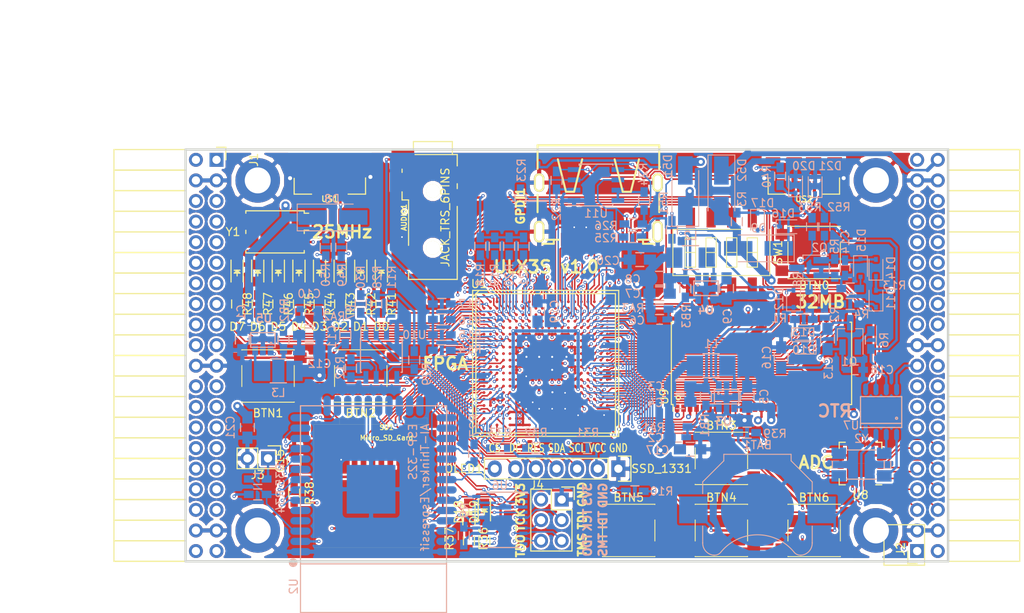
<source format=kicad_pcb>
(kicad_pcb (version 4) (host pcbnew 4.0.7+dfsg1-1)

  (general
    (links 672)
    (no_connects 0)
    (area 93.949999 61.269999 188.230001 112.370001)
    (thickness 1.6)
    (drawings 24)
    (tracks 4043)
    (zones 0)
    (modules 146)
    (nets 236)
  )

  (page A4)
  (layers
    (0 F.Cu signal)
    (1 In1.Cu signal)
    (2 In2.Cu signal)
    (31 B.Cu signal)
    (32 B.Adhes user)
    (33 F.Adhes user)
    (34 B.Paste user)
    (35 F.Paste user)
    (36 B.SilkS user)
    (37 F.SilkS user)
    (38 B.Mask user)
    (39 F.Mask user)
    (40 Dwgs.User user)
    (41 Cmts.User user)
    (42 Eco1.User user)
    (43 Eco2.User user)
    (44 Edge.Cuts user)
    (45 Margin user)
    (46 B.CrtYd user)
    (47 F.CrtYd user)
    (48 B.Fab user)
    (49 F.Fab user)
  )

  (setup
    (last_trace_width 0.3)
    (trace_clearance 0.127)
    (zone_clearance 0.254)
    (zone_45_only no)
    (trace_min 0.127)
    (segment_width 0.2)
    (edge_width 0.2)
    (via_size 0.4)
    (via_drill 0.2)
    (via_min_size 0.4)
    (via_min_drill 0.2)
    (uvia_size 0.3)
    (uvia_drill 0.1)
    (uvias_allowed no)
    (uvia_min_size 0.2)
    (uvia_min_drill 0.1)
    (pcb_text_width 0.3)
    (pcb_text_size 1.5 1.5)
    (mod_edge_width 0.15)
    (mod_text_size 1 1)
    (mod_text_width 0.15)
    (pad_size 0.5 0.5)
    (pad_drill 0)
    (pad_to_mask_clearance 0.05)
    (aux_axis_origin 82.67 62.69)
    (grid_origin 86.48 79.2)
    (visible_elements 7FFFFFFF)
    (pcbplotparams
      (layerselection 0x310f0_80000007)
      (usegerberextensions true)
      (excludeedgelayer true)
      (linewidth 0.100000)
      (plotframeref false)
      (viasonmask false)
      (mode 1)
      (useauxorigin false)
      (hpglpennumber 1)
      (hpglpenspeed 20)
      (hpglpendiameter 15)
      (hpglpenoverlay 2)
      (psnegative false)
      (psa4output false)
      (plotreference true)
      (plotvalue true)
      (plotinvisibletext false)
      (padsonsilk false)
      (subtractmaskfromsilk false)
      (outputformat 1)
      (mirror false)
      (drillshape 0)
      (scaleselection 1)
      (outputdirectory plot))
  )

  (net 0 "")
  (net 1 GND)
  (net 2 +5V)
  (net 3 /gpio/IN5V)
  (net 4 /gpio/OUT5V)
  (net 5 +3V3)
  (net 6 "Net-(L1-Pad1)")
  (net 7 "Net-(L2-Pad1)")
  (net 8 +1V2)
  (net 9 BTN_D)
  (net 10 BTN_F1)
  (net 11 BTN_F2)
  (net 12 BTN_L)
  (net 13 BTN_R)
  (net 14 BTN_U)
  (net 15 /power/FB1)
  (net 16 +2V5)
  (net 17 "Net-(L3-Pad1)")
  (net 18 /power/PWREN)
  (net 19 /power/FB3)
  (net 20 /power/FB2)
  (net 21 "Net-(D9-Pad1)")
  (net 22 /power/VBAT)
  (net 23 JTAG_TDI)
  (net 24 JTAG_TCK)
  (net 25 JTAG_TMS)
  (net 26 JTAG_TDO)
  (net 27 /power/WAKEUPn)
  (net 28 /power/WKUP)
  (net 29 /power/SHUT)
  (net 30 /power/WAKE)
  (net 31 /power/HOLD)
  (net 32 /power/WKn)
  (net 33 /power/OSCI_32k)
  (net 34 /power/OSCO_32k)
  (net 35 "Net-(Q2-Pad3)")
  (net 36 SHUTDOWN)
  (net 37 /analog/AUDIO_L)
  (net 38 /analog/AUDIO_R)
  (net 39 GPDI_5V_SCL)
  (net 40 GPDI_5V_SDA)
  (net 41 GPDI_SDA)
  (net 42 GPDI_SCL)
  (net 43 /gpdi/VREF2)
  (net 44 SD_CMD)
  (net 45 SD_CLK)
  (net 46 SD_D0)
  (net 47 SD_D1)
  (net 48 USB5V)
  (net 49 "Net-(BTN0-Pad1)")
  (net 50 GPDI_CEC)
  (net 51 nRESET)
  (net 52 FTDI_nDTR)
  (net 53 SDRAM_CKE)
  (net 54 SDRAM_A7)
  (net 55 SDRAM_D15)
  (net 56 SDRAM_BA1)
  (net 57 SDRAM_D7)
  (net 58 SDRAM_A6)
  (net 59 SDRAM_CLK)
  (net 60 SDRAM_D13)
  (net 61 SDRAM_BA0)
  (net 62 SDRAM_D6)
  (net 63 SDRAM_A5)
  (net 64 SDRAM_D14)
  (net 65 SDRAM_A11)
  (net 66 SDRAM_D12)
  (net 67 SDRAM_D5)
  (net 68 SDRAM_A4)
  (net 69 SDRAM_A10)
  (net 70 SDRAM_D11)
  (net 71 SDRAM_A3)
  (net 72 SDRAM_D4)
  (net 73 SDRAM_D10)
  (net 74 SDRAM_D9)
  (net 75 SDRAM_A9)
  (net 76 SDRAM_D3)
  (net 77 SDRAM_D8)
  (net 78 SDRAM_A8)
  (net 79 SDRAM_A2)
  (net 80 SDRAM_A1)
  (net 81 SDRAM_A0)
  (net 82 SDRAM_D2)
  (net 83 SDRAM_D1)
  (net 84 SDRAM_D0)
  (net 85 SDRAM_DQM0)
  (net 86 SDRAM_nCS)
  (net 87 SDRAM_nRAS)
  (net 88 SDRAM_DQM1)
  (net 89 SDRAM_nCAS)
  (net 90 SDRAM_nWE)
  (net 91 /flash/FLASH_nWP)
  (net 92 /flash/FLASH_nHOLD)
  (net 93 /flash/FLASH_MOSI)
  (net 94 /flash/FLASH_MISO)
  (net 95 /flash/FLASH_SCK)
  (net 96 /flash/FLASH_nCS)
  (net 97 /flash/FPGA_PROGRAMN)
  (net 98 /flash/FPGA_DONE)
  (net 99 /flash/FPGA_INITN)
  (net 100 OLED_RES)
  (net 101 OLED_DC)
  (net 102 OLED_CS)
  (net 103 WIFI_EN)
  (net 104 FTDI_nRTS)
  (net 105 FTDI_TXD)
  (net 106 FTDI_RXD)
  (net 107 WIFI_RXD)
  (net 108 WIFI_GPIO0)
  (net 109 WIFI_TXD)
  (net 110 GPDI_ETH-)
  (net 111 GPDI_ETH+)
  (net 112 GPDI_D2+)
  (net 113 GPDI_D2-)
  (net 114 GPDI_D1+)
  (net 115 GPDI_D1-)
  (net 116 GPDI_D0+)
  (net 117 GPDI_D0-)
  (net 118 GPDI_CLK+)
  (net 119 GPDI_CLK-)
  (net 120 USB_FTDI_D+)
  (net 121 USB_FTDI_D-)
  (net 122 J1_17-)
  (net 123 J1_17+)
  (net 124 J1_23-)
  (net 125 J1_23+)
  (net 126 J1_25-)
  (net 127 J1_25+)
  (net 128 J1_27-)
  (net 129 J1_27+)
  (net 130 J1_29-)
  (net 131 J1_29+)
  (net 132 J1_31-)
  (net 133 J1_31+)
  (net 134 J1_33-)
  (net 135 J1_33+)
  (net 136 J1_35-)
  (net 137 J1_35+)
  (net 138 J2_5-)
  (net 139 J2_5+)
  (net 140 J2_7-)
  (net 141 J2_7+)
  (net 142 J2_9-)
  (net 143 J2_9+)
  (net 144 J2_13-)
  (net 145 J2_13+)
  (net 146 J2_17-)
  (net 147 J2_17+)
  (net 148 J2_11-)
  (net 149 J2_11+)
  (net 150 J2_23-)
  (net 151 J2_23+)
  (net 152 J1_5-)
  (net 153 J1_5+)
  (net 154 J1_7-)
  (net 155 J1_7+)
  (net 156 J1_9-)
  (net 157 J1_9+)
  (net 158 J1_11-)
  (net 159 J1_11+)
  (net 160 J1_13-)
  (net 161 J1_13+)
  (net 162 J1_15-)
  (net 163 J1_15+)
  (net 164 J2_15-)
  (net 165 J2_15+)
  (net 166 J2_25-)
  (net 167 J2_25+)
  (net 168 J2_27-)
  (net 169 J2_27+)
  (net 170 J2_29-)
  (net 171 J2_29+)
  (net 172 J2_31-)
  (net 173 J2_31+)
  (net 174 J2_33-)
  (net 175 J2_33+)
  (net 176 J2_35-)
  (net 177 J2_35+)
  (net 178 SD_D3)
  (net 179 AUDIO_L3)
  (net 180 AUDIO_L2)
  (net 181 AUDIO_L1)
  (net 182 AUDIO_L0)
  (net 183 AUDIO_R3)
  (net 184 AUDIO_R2)
  (net 185 AUDIO_R1)
  (net 186 AUDIO_R0)
  (net 187 OLED_CLK)
  (net 188 OLED_MOSI)
  (net 189 LED0)
  (net 190 LED1)
  (net 191 LED2)
  (net 192 LED3)
  (net 193 LED4)
  (net 194 LED5)
  (net 195 LED6)
  (net 196 LED7)
  (net 197 BTN_PWRn)
  (net 198 "Net-(J3-Pad1)")
  (net 199 FTDI_nTXLED)
  (net 200 FTDI_nSLEEP)
  (net 201 /blinkey/LED_PWREN)
  (net 202 /blinkey/LED_TXLED)
  (net 203 FT3V3)
  (net 204 /sdcard/SD3V3)
  (net 205 SD_D2)
  (net 206 CLK_25MHz)
  (net 207 /blinkey/BTNPUL)
  (net 208 /blinkey/BTNPUR)
  (net 209 USB_FPGA_D+)
  (net 210 /power/FTDI_nSUSPEND)
  (net 211 /blinkey/ALED0)
  (net 212 /blinkey/ALED1)
  (net 213 /blinkey/ALED2)
  (net 214 /blinkey/ALED3)
  (net 215 /blinkey/ALED4)
  (net 216 /blinkey/ALED5)
  (net 217 /blinkey/ALED6)
  (net 218 /blinkey/ALED7)
  (net 219 /usb/FTD-)
  (net 220 /usb/FTD+)
  (net 221 ADC_MISO)
  (net 222 ADC_MOSI)
  (net 223 ADC_CSn)
  (net 224 ADC_SCLK)
  (net 225 "Net-(R51-Pad2)")
  (net 226 SW3)
  (net 227 SW2)
  (net 228 SW1)
  (net 229 SW0)
  (net 230 USB_FPGA_D-)
  (net 231 /usb/FPD+)
  (net 232 /usb/FPD-)
  (net 233 WIFI_GPIO16)
  (net 234 WIFI_GPIO15)
  (net 235 /usb/ANT_433MHz)

  (net_class Default "This is the default net class."
    (clearance 0.127)
    (trace_width 0.3)
    (via_dia 0.4)
    (via_drill 0.2)
    (uvia_dia 0.3)
    (uvia_drill 0.1)
    (add_net +1V2)
    (add_net +2V5)
    (add_net +3V3)
    (add_net +5V)
    (add_net /analog/AUDIO_L)
    (add_net /analog/AUDIO_R)
    (add_net /blinkey/ALED0)
    (add_net /blinkey/ALED1)
    (add_net /blinkey/ALED2)
    (add_net /blinkey/ALED3)
    (add_net /blinkey/ALED4)
    (add_net /blinkey/ALED5)
    (add_net /blinkey/ALED6)
    (add_net /blinkey/ALED7)
    (add_net /blinkey/BTNPUL)
    (add_net /blinkey/BTNPUR)
    (add_net /blinkey/LED_PWREN)
    (add_net /blinkey/LED_TXLED)
    (add_net /gpdi/VREF2)
    (add_net /gpio/IN5V)
    (add_net /gpio/OUT5V)
    (add_net /power/FB1)
    (add_net /power/FB2)
    (add_net /power/FB3)
    (add_net /power/FTDI_nSUSPEND)
    (add_net /power/HOLD)
    (add_net /power/OSCI_32k)
    (add_net /power/OSCO_32k)
    (add_net /power/PWREN)
    (add_net /power/SHUT)
    (add_net /power/VBAT)
    (add_net /power/WAKE)
    (add_net /power/WAKEUPn)
    (add_net /power/WKUP)
    (add_net /power/WKn)
    (add_net /sdcard/SD3V3)
    (add_net /usb/ANT_433MHz)
    (add_net /usb/FPD+)
    (add_net /usb/FPD-)
    (add_net /usb/FTD+)
    (add_net /usb/FTD-)
    (add_net FT3V3)
    (add_net GND)
    (add_net "Net-(BTN0-Pad1)")
    (add_net "Net-(D9-Pad1)")
    (add_net "Net-(J3-Pad1)")
    (add_net "Net-(L1-Pad1)")
    (add_net "Net-(L2-Pad1)")
    (add_net "Net-(L3-Pad1)")
    (add_net "Net-(Q2-Pad3)")
    (add_net "Net-(R51-Pad2)")
    (add_net USB5V)
  )

  (net_class BGA ""
    (clearance 0.127)
    (trace_width 0.19)
    (via_dia 0.4)
    (via_drill 0.2)
    (uvia_dia 0.3)
    (uvia_drill 0.1)
    (add_net /flash/FLASH_MISO)
    (add_net /flash/FLASH_MOSI)
    (add_net /flash/FLASH_SCK)
    (add_net /flash/FLASH_nCS)
    (add_net /flash/FLASH_nHOLD)
    (add_net /flash/FLASH_nWP)
    (add_net /flash/FPGA_DONE)
    (add_net /flash/FPGA_INITN)
    (add_net /flash/FPGA_PROGRAMN)
    (add_net ADC_CSn)
    (add_net ADC_MISO)
    (add_net ADC_MOSI)
    (add_net ADC_SCLK)
    (add_net AUDIO_L0)
    (add_net AUDIO_L1)
    (add_net AUDIO_L2)
    (add_net AUDIO_L3)
    (add_net AUDIO_R0)
    (add_net AUDIO_R1)
    (add_net AUDIO_R2)
    (add_net AUDIO_R3)
    (add_net BTN_D)
    (add_net BTN_F1)
    (add_net BTN_F2)
    (add_net BTN_L)
    (add_net BTN_PWRn)
    (add_net BTN_R)
    (add_net BTN_U)
    (add_net CLK_25MHz)
    (add_net FTDI_RXD)
    (add_net FTDI_TXD)
    (add_net FTDI_nDTR)
    (add_net FTDI_nRTS)
    (add_net FTDI_nSLEEP)
    (add_net FTDI_nTXLED)
    (add_net GPDI_5V_SCL)
    (add_net GPDI_5V_SDA)
    (add_net GPDI_CEC)
    (add_net GPDI_CLK+)
    (add_net GPDI_CLK-)
    (add_net GPDI_D0+)
    (add_net GPDI_D0-)
    (add_net GPDI_D1+)
    (add_net GPDI_D1-)
    (add_net GPDI_D2+)
    (add_net GPDI_D2-)
    (add_net GPDI_ETH+)
    (add_net GPDI_ETH-)
    (add_net GPDI_SCL)
    (add_net GPDI_SDA)
    (add_net J1_11+)
    (add_net J1_11-)
    (add_net J1_13+)
    (add_net J1_13-)
    (add_net J1_15+)
    (add_net J1_15-)
    (add_net J1_17+)
    (add_net J1_17-)
    (add_net J1_23+)
    (add_net J1_23-)
    (add_net J1_25+)
    (add_net J1_25-)
    (add_net J1_27+)
    (add_net J1_27-)
    (add_net J1_29+)
    (add_net J1_29-)
    (add_net J1_31+)
    (add_net J1_31-)
    (add_net J1_33+)
    (add_net J1_33-)
    (add_net J1_35+)
    (add_net J1_35-)
    (add_net J1_5+)
    (add_net J1_5-)
    (add_net J1_7+)
    (add_net J1_7-)
    (add_net J1_9+)
    (add_net J1_9-)
    (add_net J2_11+)
    (add_net J2_11-)
    (add_net J2_13+)
    (add_net J2_13-)
    (add_net J2_15+)
    (add_net J2_15-)
    (add_net J2_17+)
    (add_net J2_17-)
    (add_net J2_23+)
    (add_net J2_23-)
    (add_net J2_25+)
    (add_net J2_25-)
    (add_net J2_27+)
    (add_net J2_27-)
    (add_net J2_29+)
    (add_net J2_29-)
    (add_net J2_31+)
    (add_net J2_31-)
    (add_net J2_33+)
    (add_net J2_33-)
    (add_net J2_35+)
    (add_net J2_35-)
    (add_net J2_5+)
    (add_net J2_5-)
    (add_net J2_7+)
    (add_net J2_7-)
    (add_net J2_9+)
    (add_net J2_9-)
    (add_net JTAG_TCK)
    (add_net JTAG_TDI)
    (add_net JTAG_TDO)
    (add_net JTAG_TMS)
    (add_net LED0)
    (add_net LED1)
    (add_net LED2)
    (add_net LED3)
    (add_net LED4)
    (add_net LED5)
    (add_net LED6)
    (add_net LED7)
    (add_net OLED_CLK)
    (add_net OLED_CS)
    (add_net OLED_DC)
    (add_net OLED_MOSI)
    (add_net OLED_RES)
    (add_net SDRAM_A0)
    (add_net SDRAM_A1)
    (add_net SDRAM_A10)
    (add_net SDRAM_A11)
    (add_net SDRAM_A2)
    (add_net SDRAM_A3)
    (add_net SDRAM_A4)
    (add_net SDRAM_A5)
    (add_net SDRAM_A6)
    (add_net SDRAM_A7)
    (add_net SDRAM_A8)
    (add_net SDRAM_A9)
    (add_net SDRAM_BA0)
    (add_net SDRAM_BA1)
    (add_net SDRAM_CKE)
    (add_net SDRAM_CLK)
    (add_net SDRAM_D0)
    (add_net SDRAM_D1)
    (add_net SDRAM_D10)
    (add_net SDRAM_D11)
    (add_net SDRAM_D12)
    (add_net SDRAM_D13)
    (add_net SDRAM_D14)
    (add_net SDRAM_D15)
    (add_net SDRAM_D2)
    (add_net SDRAM_D3)
    (add_net SDRAM_D4)
    (add_net SDRAM_D5)
    (add_net SDRAM_D6)
    (add_net SDRAM_D7)
    (add_net SDRAM_D8)
    (add_net SDRAM_D9)
    (add_net SDRAM_DQM0)
    (add_net SDRAM_DQM1)
    (add_net SDRAM_nCAS)
    (add_net SDRAM_nCS)
    (add_net SDRAM_nRAS)
    (add_net SDRAM_nWE)
    (add_net SD_CLK)
    (add_net SD_CMD)
    (add_net SD_D0)
    (add_net SD_D1)
    (add_net SD_D2)
    (add_net SD_D3)
    (add_net SHUTDOWN)
    (add_net SW0)
    (add_net SW1)
    (add_net SW2)
    (add_net SW3)
    (add_net USB_FPGA_D+)
    (add_net USB_FPGA_D-)
    (add_net USB_FTDI_D+)
    (add_net USB_FTDI_D-)
    (add_net WIFI_EN)
    (add_net WIFI_GPIO0)
    (add_net WIFI_GPIO15)
    (add_net WIFI_GPIO16)
    (add_net WIFI_RXD)
    (add_net WIFI_TXD)
    (add_net nRESET)
  )

  (net_class Minimal ""
    (clearance 0.127)
    (trace_width 0.127)
    (via_dia 0.4)
    (via_drill 0.2)
    (uvia_dia 0.3)
    (uvia_drill 0.1)
  )

  (module Diodes_SMD:D_SMA_Handsoldering (layer B.Cu) (tedit 59D3CA67) (tstamp 59D3C50D)
    (at 155.695 66.5 90)
    (descr "Diode SMA (DO-214AC) Handsoldering")
    (tags "Diode SMA (DO-214AC) Handsoldering")
    (path /56AC389C/56AC483B)
    (attr smd)
    (fp_text reference D51 (at 3.048 -2.159 90) (layer B.SilkS)
      (effects (font (size 1 1) (thickness 0.15)) (justify mirror))
    )
    (fp_text value STPS2L30AF (at 0 -2.6 90) (layer B.Fab)
      (effects (font (size 1 1) (thickness 0.15)) (justify mirror))
    )
    (fp_text user %R (at 3.048 -2.159 90) (layer B.Fab) hide
      (effects (font (size 1 1) (thickness 0.15)) (justify mirror))
    )
    (fp_line (start -4.4 1.65) (end -4.4 -1.65) (layer B.SilkS) (width 0.12))
    (fp_line (start 2.3 -1.5) (end -2.3 -1.5) (layer B.Fab) (width 0.1))
    (fp_line (start -2.3 -1.5) (end -2.3 1.5) (layer B.Fab) (width 0.1))
    (fp_line (start 2.3 1.5) (end 2.3 -1.5) (layer B.Fab) (width 0.1))
    (fp_line (start 2.3 1.5) (end -2.3 1.5) (layer B.Fab) (width 0.1))
    (fp_line (start -4.5 1.75) (end 4.5 1.75) (layer B.CrtYd) (width 0.05))
    (fp_line (start 4.5 1.75) (end 4.5 -1.75) (layer B.CrtYd) (width 0.05))
    (fp_line (start 4.5 -1.75) (end -4.5 -1.75) (layer B.CrtYd) (width 0.05))
    (fp_line (start -4.5 -1.75) (end -4.5 1.75) (layer B.CrtYd) (width 0.05))
    (fp_line (start -0.64944 -0.00102) (end -1.55114 -0.00102) (layer B.Fab) (width 0.1))
    (fp_line (start 0.50118 -0.00102) (end 1.4994 -0.00102) (layer B.Fab) (width 0.1))
    (fp_line (start -0.64944 0.79908) (end -0.64944 -0.80112) (layer B.Fab) (width 0.1))
    (fp_line (start 0.50118 -0.75032) (end 0.50118 0.79908) (layer B.Fab) (width 0.1))
    (fp_line (start -0.64944 -0.00102) (end 0.50118 -0.75032) (layer B.Fab) (width 0.1))
    (fp_line (start -0.64944 -0.00102) (end 0.50118 0.79908) (layer B.Fab) (width 0.1))
    (fp_line (start -4.4 -1.65) (end 2.5 -1.65) (layer B.SilkS) (width 0.12))
    (fp_line (start -4.4 1.65) (end 2.5 1.65) (layer B.SilkS) (width 0.12))
    (pad 1 smd rect (at -2.5 0 90) (size 3.5 1.8) (layers B.Cu B.Paste B.Mask)
      (net 2 +5V))
    (pad 2 smd rect (at 2.5 0 90) (size 3.5 1.8) (layers B.Cu B.Paste B.Mask)
      (net 3 /gpio/IN5V))
    (model ${KISYS3DMOD}/Diodes_SMD.3dshapes/D_SMA.wrl
      (at (xyz 0 0 0))
      (scale (xyz 1 1 1))
      (rotate (xyz 0 0 0))
    )
  )

  (module Resistors_SMD:R_0603_HandSoldering (layer B.Cu) (tedit 58307AEF) (tstamp 595B8F7A)
    (at 154.044 71.326 90)
    (descr "Resistor SMD 0603, hand soldering")
    (tags "resistor 0603")
    (path /58D6547C/595B9C2F)
    (attr smd)
    (fp_text reference R51 (at 3.302 -1.016 90) (layer B.SilkS)
      (effects (font (size 1 1) (thickness 0.15)) (justify mirror))
    )
    (fp_text value 220 (at 3.556 0 90) (layer B.Fab)
      (effects (font (size 1 1) (thickness 0.15)) (justify mirror))
    )
    (fp_line (start -0.8 -0.4) (end -0.8 0.4) (layer B.Fab) (width 0.1))
    (fp_line (start 0.8 -0.4) (end -0.8 -0.4) (layer B.Fab) (width 0.1))
    (fp_line (start 0.8 0.4) (end 0.8 -0.4) (layer B.Fab) (width 0.1))
    (fp_line (start -0.8 0.4) (end 0.8 0.4) (layer B.Fab) (width 0.1))
    (fp_line (start -2 0.8) (end 2 0.8) (layer B.CrtYd) (width 0.05))
    (fp_line (start -2 -0.8) (end 2 -0.8) (layer B.CrtYd) (width 0.05))
    (fp_line (start -2 0.8) (end -2 -0.8) (layer B.CrtYd) (width 0.05))
    (fp_line (start 2 0.8) (end 2 -0.8) (layer B.CrtYd) (width 0.05))
    (fp_line (start 0.5 -0.675) (end -0.5 -0.675) (layer B.SilkS) (width 0.15))
    (fp_line (start -0.5 0.675) (end 0.5 0.675) (layer B.SilkS) (width 0.15))
    (pad 1 smd rect (at -1.1 0 90) (size 1.2 0.9) (layers B.Cu B.Paste B.Mask)
      (net 5 +3V3))
    (pad 2 smd rect (at 1.1 0 90) (size 1.2 0.9) (layers B.Cu B.Paste B.Mask)
      (net 225 "Net-(R51-Pad2)"))
    (model Resistors_SMD.3dshapes/R_0603.wrl
      (at (xyz 0 0 0))
      (scale (xyz 1 1 1))
      (rotate (xyz 0 0 0))
    )
  )

  (module micro-sd:MicroSD_TF02D (layer F.Cu) (tedit 52721666) (tstamp 56A966AB)
    (at 116.87 110.52 180)
    (path /58DA7327/590C84AE)
    (fp_text reference SD1 (at -1.995 14.81 180) (layer F.SilkS)
      (effects (font (size 0.59944 0.59944) (thickness 0.12446)))
    )
    (fp_text value Micro_SD_Card (at -1.995 13.54 180) (layer F.SilkS)
      (effects (font (size 0.59944 0.59944) (thickness 0.12446)))
    )
    (fp_line (start 3.8 15.2) (end 3.8 16) (layer F.SilkS) (width 0.01016))
    (fp_line (start 3.8 16) (end -7 16) (layer F.SilkS) (width 0.01016))
    (fp_line (start -7 16) (end -7 15.2) (layer F.SilkS) (width 0.01016))
    (fp_line (start 7 0) (end 7 15.2) (layer F.SilkS) (width 0.01016))
    (fp_line (start 7 15.2) (end -7 15.2) (layer F.SilkS) (width 0.01016))
    (fp_line (start -7 15.2) (end -7 0) (layer F.SilkS) (width 0.01016))
    (fp_line (start -7 0) (end 7 0) (layer F.SilkS) (width 0.01016))
    (pad 1 smd rect (at 1.94 11 180) (size 0.7 1.8) (layers F.Cu F.Paste F.Mask)
      (net 205 SD_D2))
    (pad 2 smd rect (at 0.84 11 180) (size 0.7 1.8) (layers F.Cu F.Paste F.Mask)
      (net 178 SD_D3))
    (pad 3 smd rect (at -0.26 11 180) (size 0.7 1.8) (layers F.Cu F.Paste F.Mask)
      (net 44 SD_CMD))
    (pad 4 smd rect (at -1.36 11 180) (size 0.7 1.8) (layers F.Cu F.Paste F.Mask)
      (net 204 /sdcard/SD3V3))
    (pad 5 smd rect (at -2.46 11 180) (size 0.7 1.8) (layers F.Cu F.Paste F.Mask)
      (net 45 SD_CLK))
    (pad 6 smd rect (at -3.56 11 180) (size 0.7 1.8) (layers F.Cu F.Paste F.Mask)
      (net 1 GND))
    (pad 7 smd rect (at -4.66 11 180) (size 0.7 1.8) (layers F.Cu F.Paste F.Mask)
      (net 46 SD_D0))
    (pad 8 smd rect (at -5.76 11 180) (size 0.7 1.8) (layers F.Cu F.Paste F.Mask)
      (net 47 SD_D1))
    (pad S smd rect (at -5.05 0.4 180) (size 1.6 1.4) (layers F.Cu F.Paste F.Mask))
    (pad S smd rect (at 0.75 0.4 180) (size 1.8 1.4) (layers F.Cu F.Paste F.Mask))
    (pad G smd rect (at -7.45 13.55 180) (size 1.4 1.9) (layers F.Cu F.Paste F.Mask))
    (pad G smd rect (at 6.6 14.55 180) (size 1.4 1.9) (layers F.Cu F.Paste F.Mask))
  )

  (module Resistors_SMD:R_1210_HandSoldering (layer B.Cu) (tedit 58307C8D) (tstamp 58D58A37)
    (at 158.87 88.09 180)
    (descr "Resistor SMD 1210, hand soldering")
    (tags "resistor 1210")
    (path /58D51CAD/58D59D36)
    (attr smd)
    (fp_text reference L1 (at 0 2.7 180) (layer B.SilkS)
      (effects (font (size 1 1) (thickness 0.15)) (justify mirror))
    )
    (fp_text value 2.2uH (at 0 2.032 180) (layer B.Fab)
      (effects (font (size 1 1) (thickness 0.15)) (justify mirror))
    )
    (fp_line (start -1.6 -1.25) (end -1.6 1.25) (layer B.Fab) (width 0.1))
    (fp_line (start 1.6 -1.25) (end -1.6 -1.25) (layer B.Fab) (width 0.1))
    (fp_line (start 1.6 1.25) (end 1.6 -1.25) (layer B.Fab) (width 0.1))
    (fp_line (start -1.6 1.25) (end 1.6 1.25) (layer B.Fab) (width 0.1))
    (fp_line (start -3.3 1.6) (end 3.3 1.6) (layer B.CrtYd) (width 0.05))
    (fp_line (start -3.3 -1.6) (end 3.3 -1.6) (layer B.CrtYd) (width 0.05))
    (fp_line (start -3.3 1.6) (end -3.3 -1.6) (layer B.CrtYd) (width 0.05))
    (fp_line (start 3.3 1.6) (end 3.3 -1.6) (layer B.CrtYd) (width 0.05))
    (fp_line (start 1 -1.475) (end -1 -1.475) (layer B.SilkS) (width 0.15))
    (fp_line (start -1 1.475) (end 1 1.475) (layer B.SilkS) (width 0.15))
    (pad 1 smd rect (at -2 0 180) (size 2 2.5) (layers B.Cu B.Paste B.Mask)
      (net 6 "Net-(L1-Pad1)"))
    (pad 2 smd rect (at 2 0 180) (size 2 2.5) (layers B.Cu B.Paste B.Mask)
      (net 8 +1V2))
    (model Inductors_SMD.3dshapes/L_1210.wrl
      (at (xyz 0 0 0))
      (scale (xyz 1 1 1))
      (rotate (xyz 0 0 0))
    )
  )

  (module TSOT-25:TSOT-25 (layer B.Cu) (tedit 59CD7E8F) (tstamp 58D5976E)
    (at 160.775 91.9)
    (path /58D51CAD/58D58840)
    (fp_text reference U3 (at -0.381 3.048) (layer B.SilkS)
      (effects (font (size 1 1) (thickness 0.2)) (justify mirror))
    )
    (fp_text value AP3429A (at 0 2.286) (layer B.Fab)
      (effects (font (size 0.4 0.4) (thickness 0.1)) (justify mirror))
    )
    (fp_circle (center -1 -0.4) (end -0.95 -0.5) (layer B.SilkS) (width 0.15))
    (fp_line (start -1.5 0.9) (end 1.5 0.9) (layer B.SilkS) (width 0.15))
    (fp_line (start 1.5 0.9) (end 1.5 -0.9) (layer B.SilkS) (width 0.15))
    (fp_line (start 1.5 -0.9) (end -1.5 -0.9) (layer B.SilkS) (width 0.15))
    (fp_line (start -1.5 -0.9) (end -1.5 0.9) (layer B.SilkS) (width 0.15))
    (pad 1 smd rect (at -0.95 -1.3) (size 0.7 1.2) (layers B.Cu B.Paste B.Mask)
      (net 18 /power/PWREN))
    (pad 2 smd rect (at 0 -1.3) (size 0.7 1.2) (layers B.Cu B.Paste B.Mask)
      (net 1 GND))
    (pad 3 smd rect (at 0.95 -1.3) (size 0.7 1.2) (layers B.Cu B.Paste B.Mask)
      (net 6 "Net-(L1-Pad1)"))
    (pad 4 smd rect (at 0.95 1.3) (size 0.7 1.2) (layers B.Cu B.Paste B.Mask)
      (net 2 +5V))
    (pad 5 smd rect (at -0.95 1.3) (size 0.7 1.2) (layers B.Cu B.Paste B.Mask)
      (net 15 /power/FB1))
    (model TO_SOT_Packages_SMD.3dshapes/SOT-23-5.wrl
      (at (xyz 0 0 0))
      (scale (xyz 1 1 1))
      (rotate (xyz 0 0 -90))
    )
  )

  (module Resistors_SMD:R_1210_HandSoldering (layer B.Cu) (tedit 58307C8D) (tstamp 58D599B2)
    (at 156.33 74.755 180)
    (descr "Resistor SMD 1210, hand soldering")
    (tags "resistor 1210")
    (path /58D51CAD/58D62964)
    (attr smd)
    (fp_text reference L2 (at 0 2.7 180) (layer B.SilkS)
      (effects (font (size 1 1) (thickness 0.15)) (justify mirror))
    )
    (fp_text value 2.2uH (at -1.016 2.159 180) (layer B.Fab)
      (effects (font (size 1 1) (thickness 0.15)) (justify mirror))
    )
    (fp_line (start -1.6 -1.25) (end -1.6 1.25) (layer B.Fab) (width 0.1))
    (fp_line (start 1.6 -1.25) (end -1.6 -1.25) (layer B.Fab) (width 0.1))
    (fp_line (start 1.6 1.25) (end 1.6 -1.25) (layer B.Fab) (width 0.1))
    (fp_line (start -1.6 1.25) (end 1.6 1.25) (layer B.Fab) (width 0.1))
    (fp_line (start -3.3 1.6) (end 3.3 1.6) (layer B.CrtYd) (width 0.05))
    (fp_line (start -3.3 -1.6) (end 3.3 -1.6) (layer B.CrtYd) (width 0.05))
    (fp_line (start -3.3 1.6) (end -3.3 -1.6) (layer B.CrtYd) (width 0.05))
    (fp_line (start 3.3 1.6) (end 3.3 -1.6) (layer B.CrtYd) (width 0.05))
    (fp_line (start 1 -1.475) (end -1 -1.475) (layer B.SilkS) (width 0.15))
    (fp_line (start -1 1.475) (end 1 1.475) (layer B.SilkS) (width 0.15))
    (pad 1 smd rect (at -2 0 180) (size 2 2.5) (layers B.Cu B.Paste B.Mask)
      (net 7 "Net-(L2-Pad1)"))
    (pad 2 smd rect (at 2 0 180) (size 2 2.5) (layers B.Cu B.Paste B.Mask)
      (net 5 +3V3))
    (model Inductors_SMD.3dshapes/L_1210.wrl
      (at (xyz 0 0 0))
      (scale (xyz 1 1 1))
      (rotate (xyz 0 0 0))
    )
  )

  (module TSOT-25:TSOT-25 (layer B.Cu) (tedit 59CD7E82) (tstamp 58D599CD)
    (at 158.235 78.535)
    (path /58D51CAD/58D62946)
    (fp_text reference U4 (at 0 2.697) (layer B.SilkS)
      (effects (font (size 1 1) (thickness 0.2)) (justify mirror))
    )
    (fp_text value AP3429A (at 0 2.443) (layer B.Fab)
      (effects (font (size 0.4 0.4) (thickness 0.1)) (justify mirror))
    )
    (fp_circle (center -1 -0.4) (end -0.95 -0.5) (layer B.SilkS) (width 0.15))
    (fp_line (start -1.5 0.9) (end 1.5 0.9) (layer B.SilkS) (width 0.15))
    (fp_line (start 1.5 0.9) (end 1.5 -0.9) (layer B.SilkS) (width 0.15))
    (fp_line (start 1.5 -0.9) (end -1.5 -0.9) (layer B.SilkS) (width 0.15))
    (fp_line (start -1.5 -0.9) (end -1.5 0.9) (layer B.SilkS) (width 0.15))
    (pad 1 smd rect (at -0.95 -1.3) (size 0.7 1.2) (layers B.Cu B.Paste B.Mask)
      (net 18 /power/PWREN))
    (pad 2 smd rect (at 0 -1.3) (size 0.7 1.2) (layers B.Cu B.Paste B.Mask)
      (net 1 GND))
    (pad 3 smd rect (at 0.95 -1.3) (size 0.7 1.2) (layers B.Cu B.Paste B.Mask)
      (net 7 "Net-(L2-Pad1)"))
    (pad 4 smd rect (at 0.95 1.3) (size 0.7 1.2) (layers B.Cu B.Paste B.Mask)
      (net 2 +5V))
    (pad 5 smd rect (at -0.95 1.3) (size 0.7 1.2) (layers B.Cu B.Paste B.Mask)
      (net 19 /power/FB3))
    (model TO_SOT_Packages_SMD.3dshapes/SOT-23-5.wrl
      (at (xyz 0 0 0))
      (scale (xyz 1 1 1))
      (rotate (xyz 0 0 -90))
    )
  )

  (module LEDs:LED_0805 (layer F.Cu) (tedit 59CCC657) (tstamp 58D659BC)
    (at 118.23 76.66 270)
    (descr "LED 0805 smd package")
    (tags "LED 0805 SMD")
    (path /58D6547C/58D66570)
    (attr smd)
    (fp_text reference D0 (at 6.604 0 360) (layer F.SilkS)
      (effects (font (size 1 1) (thickness 0.15)))
    )
    (fp_text value LED (at -2.794 0 270) (layer F.Fab) hide
      (effects (font (size 1 1) (thickness 0.15)))
    )
    (fp_line (start -0.4 -0.3) (end -0.4 0.3) (layer F.Fab) (width 0.15))
    (fp_line (start -0.3 0) (end 0 -0.3) (layer F.Fab) (width 0.15))
    (fp_line (start 0 0.3) (end -0.3 0) (layer F.Fab) (width 0.15))
    (fp_line (start 0 -0.3) (end 0 0.3) (layer F.Fab) (width 0.15))
    (fp_line (start 1 -0.6) (end -1 -0.6) (layer F.Fab) (width 0.15))
    (fp_line (start 1 0.6) (end 1 -0.6) (layer F.Fab) (width 0.15))
    (fp_line (start -1 0.6) (end 1 0.6) (layer F.Fab) (width 0.15))
    (fp_line (start -1 -0.6) (end -1 0.6) (layer F.Fab) (width 0.15))
    (fp_line (start -1.6 0.75) (end 1.1 0.75) (layer F.SilkS) (width 0.15))
    (fp_line (start -1.6 -0.75) (end 1.1 -0.75) (layer F.SilkS) (width 0.15))
    (fp_line (start -0.1 0.15) (end -0.1 -0.1) (layer F.SilkS) (width 0.15))
    (fp_line (start -0.1 -0.1) (end -0.25 0.05) (layer F.SilkS) (width 0.15))
    (fp_line (start -0.35 -0.35) (end -0.35 0.35) (layer F.SilkS) (width 0.15))
    (fp_line (start 0 0) (end 0.35 0) (layer F.SilkS) (width 0.15))
    (fp_line (start -0.35 0) (end 0 -0.35) (layer F.SilkS) (width 0.15))
    (fp_line (start 0 -0.35) (end 0 0.35) (layer F.SilkS) (width 0.15))
    (fp_line (start 0 0.35) (end -0.35 0) (layer F.SilkS) (width 0.15))
    (fp_line (start 1.9 -0.95) (end 1.9 0.95) (layer F.CrtYd) (width 0.05))
    (fp_line (start 1.9 0.95) (end -1.9 0.95) (layer F.CrtYd) (width 0.05))
    (fp_line (start -1.9 0.95) (end -1.9 -0.95) (layer F.CrtYd) (width 0.05))
    (fp_line (start -1.9 -0.95) (end 1.9 -0.95) (layer F.CrtYd) (width 0.05))
    (pad 2 smd rect (at 1.04902 0 90) (size 1.19888 1.19888) (layers F.Cu F.Paste F.Mask)
      (net 211 /blinkey/ALED0))
    (pad 1 smd rect (at -1.04902 0 90) (size 1.19888 1.19888) (layers F.Cu F.Paste F.Mask)
      (net 1 GND))
    (model LEDs.3dshapes/LED_0805.wrl
      (at (xyz 0 0 0))
      (scale (xyz 1 1 1))
      (rotate (xyz 0 0 0))
    )
  )

  (module LEDs:LED_0805 (layer F.Cu) (tedit 59CCC647) (tstamp 58D659C2)
    (at 115.69 76.66 270)
    (descr "LED 0805 smd package")
    (tags "LED 0805 SMD")
    (path /58D6547C/58D66620)
    (attr smd)
    (fp_text reference D1 (at 6.604 0 360) (layer F.SilkS)
      (effects (font (size 1 1) (thickness 0.15)))
    )
    (fp_text value LED (at -2.794 0 270) (layer F.Fab) hide
      (effects (font (size 1 1) (thickness 0.15)))
    )
    (fp_line (start -0.4 -0.3) (end -0.4 0.3) (layer F.Fab) (width 0.15))
    (fp_line (start -0.3 0) (end 0 -0.3) (layer F.Fab) (width 0.15))
    (fp_line (start 0 0.3) (end -0.3 0) (layer F.Fab) (width 0.15))
    (fp_line (start 0 -0.3) (end 0 0.3) (layer F.Fab) (width 0.15))
    (fp_line (start 1 -0.6) (end -1 -0.6) (layer F.Fab) (width 0.15))
    (fp_line (start 1 0.6) (end 1 -0.6) (layer F.Fab) (width 0.15))
    (fp_line (start -1 0.6) (end 1 0.6) (layer F.Fab) (width 0.15))
    (fp_line (start -1 -0.6) (end -1 0.6) (layer F.Fab) (width 0.15))
    (fp_line (start -1.6 0.75) (end 1.1 0.75) (layer F.SilkS) (width 0.15))
    (fp_line (start -1.6 -0.75) (end 1.1 -0.75) (layer F.SilkS) (width 0.15))
    (fp_line (start -0.1 0.15) (end -0.1 -0.1) (layer F.SilkS) (width 0.15))
    (fp_line (start -0.1 -0.1) (end -0.25 0.05) (layer F.SilkS) (width 0.15))
    (fp_line (start -0.35 -0.35) (end -0.35 0.35) (layer F.SilkS) (width 0.15))
    (fp_line (start 0 0) (end 0.35 0) (layer F.SilkS) (width 0.15))
    (fp_line (start -0.35 0) (end 0 -0.35) (layer F.SilkS) (width 0.15))
    (fp_line (start 0 -0.35) (end 0 0.35) (layer F.SilkS) (width 0.15))
    (fp_line (start 0 0.35) (end -0.35 0) (layer F.SilkS) (width 0.15))
    (fp_line (start 1.9 -0.95) (end 1.9 0.95) (layer F.CrtYd) (width 0.05))
    (fp_line (start 1.9 0.95) (end -1.9 0.95) (layer F.CrtYd) (width 0.05))
    (fp_line (start -1.9 0.95) (end -1.9 -0.95) (layer F.CrtYd) (width 0.05))
    (fp_line (start -1.9 -0.95) (end 1.9 -0.95) (layer F.CrtYd) (width 0.05))
    (pad 2 smd rect (at 1.04902 0 90) (size 1.19888 1.19888) (layers F.Cu F.Paste F.Mask)
      (net 212 /blinkey/ALED1))
    (pad 1 smd rect (at -1.04902 0 90) (size 1.19888 1.19888) (layers F.Cu F.Paste F.Mask)
      (net 1 GND))
    (model LEDs.3dshapes/LED_0805.wrl
      (at (xyz 0 0 0))
      (scale (xyz 1 1 1))
      (rotate (xyz 0 0 0))
    )
  )

  (module LEDs:LED_0805 (layer F.Cu) (tedit 59CCC63D) (tstamp 58D659C8)
    (at 113.15 76.66 270)
    (descr "LED 0805 smd package")
    (tags "LED 0805 SMD")
    (path /58D6547C/58D666C3)
    (attr smd)
    (fp_text reference D2 (at 6.604 0 360) (layer F.SilkS)
      (effects (font (size 1 1) (thickness 0.15)))
    )
    (fp_text value LED (at -2.794 0 270) (layer F.Fab) hide
      (effects (font (size 1 1) (thickness 0.15)))
    )
    (fp_line (start -0.4 -0.3) (end -0.4 0.3) (layer F.Fab) (width 0.15))
    (fp_line (start -0.3 0) (end 0 -0.3) (layer F.Fab) (width 0.15))
    (fp_line (start 0 0.3) (end -0.3 0) (layer F.Fab) (width 0.15))
    (fp_line (start 0 -0.3) (end 0 0.3) (layer F.Fab) (width 0.15))
    (fp_line (start 1 -0.6) (end -1 -0.6) (layer F.Fab) (width 0.15))
    (fp_line (start 1 0.6) (end 1 -0.6) (layer F.Fab) (width 0.15))
    (fp_line (start -1 0.6) (end 1 0.6) (layer F.Fab) (width 0.15))
    (fp_line (start -1 -0.6) (end -1 0.6) (layer F.Fab) (width 0.15))
    (fp_line (start -1.6 0.75) (end 1.1 0.75) (layer F.SilkS) (width 0.15))
    (fp_line (start -1.6 -0.75) (end 1.1 -0.75) (layer F.SilkS) (width 0.15))
    (fp_line (start -0.1 0.15) (end -0.1 -0.1) (layer F.SilkS) (width 0.15))
    (fp_line (start -0.1 -0.1) (end -0.25 0.05) (layer F.SilkS) (width 0.15))
    (fp_line (start -0.35 -0.35) (end -0.35 0.35) (layer F.SilkS) (width 0.15))
    (fp_line (start 0 0) (end 0.35 0) (layer F.SilkS) (width 0.15))
    (fp_line (start -0.35 0) (end 0 -0.35) (layer F.SilkS) (width 0.15))
    (fp_line (start 0 -0.35) (end 0 0.35) (layer F.SilkS) (width 0.15))
    (fp_line (start 0 0.35) (end -0.35 0) (layer F.SilkS) (width 0.15))
    (fp_line (start 1.9 -0.95) (end 1.9 0.95) (layer F.CrtYd) (width 0.05))
    (fp_line (start 1.9 0.95) (end -1.9 0.95) (layer F.CrtYd) (width 0.05))
    (fp_line (start -1.9 0.95) (end -1.9 -0.95) (layer F.CrtYd) (width 0.05))
    (fp_line (start -1.9 -0.95) (end 1.9 -0.95) (layer F.CrtYd) (width 0.05))
    (pad 2 smd rect (at 1.04902 0 90) (size 1.19888 1.19888) (layers F.Cu F.Paste F.Mask)
      (net 213 /blinkey/ALED2))
    (pad 1 smd rect (at -1.04902 0 90) (size 1.19888 1.19888) (layers F.Cu F.Paste F.Mask)
      (net 1 GND))
    (model LEDs.3dshapes/LED_0805.wrl
      (at (xyz 0 0 0))
      (scale (xyz 1 1 1))
      (rotate (xyz 0 0 0))
    )
  )

  (module LEDs:LED_0805 (layer F.Cu) (tedit 59CCC636) (tstamp 58D659CE)
    (at 110.61 76.66 270)
    (descr "LED 0805 smd package")
    (tags "LED 0805 SMD")
    (path /58D6547C/58D66733)
    (attr smd)
    (fp_text reference D3 (at 6.604 0 360) (layer F.SilkS)
      (effects (font (size 1 1) (thickness 0.15)))
    )
    (fp_text value LED (at -2.794 0 270) (layer F.Fab) hide
      (effects (font (size 1 1) (thickness 0.15)))
    )
    (fp_line (start -0.4 -0.3) (end -0.4 0.3) (layer F.Fab) (width 0.15))
    (fp_line (start -0.3 0) (end 0 -0.3) (layer F.Fab) (width 0.15))
    (fp_line (start 0 0.3) (end -0.3 0) (layer F.Fab) (width 0.15))
    (fp_line (start 0 -0.3) (end 0 0.3) (layer F.Fab) (width 0.15))
    (fp_line (start 1 -0.6) (end -1 -0.6) (layer F.Fab) (width 0.15))
    (fp_line (start 1 0.6) (end 1 -0.6) (layer F.Fab) (width 0.15))
    (fp_line (start -1 0.6) (end 1 0.6) (layer F.Fab) (width 0.15))
    (fp_line (start -1 -0.6) (end -1 0.6) (layer F.Fab) (width 0.15))
    (fp_line (start -1.6 0.75) (end 1.1 0.75) (layer F.SilkS) (width 0.15))
    (fp_line (start -1.6 -0.75) (end 1.1 -0.75) (layer F.SilkS) (width 0.15))
    (fp_line (start -0.1 0.15) (end -0.1 -0.1) (layer F.SilkS) (width 0.15))
    (fp_line (start -0.1 -0.1) (end -0.25 0.05) (layer F.SilkS) (width 0.15))
    (fp_line (start -0.35 -0.35) (end -0.35 0.35) (layer F.SilkS) (width 0.15))
    (fp_line (start 0 0) (end 0.35 0) (layer F.SilkS) (width 0.15))
    (fp_line (start -0.35 0) (end 0 -0.35) (layer F.SilkS) (width 0.15))
    (fp_line (start 0 -0.35) (end 0 0.35) (layer F.SilkS) (width 0.15))
    (fp_line (start 0 0.35) (end -0.35 0) (layer F.SilkS) (width 0.15))
    (fp_line (start 1.9 -0.95) (end 1.9 0.95) (layer F.CrtYd) (width 0.05))
    (fp_line (start 1.9 0.95) (end -1.9 0.95) (layer F.CrtYd) (width 0.05))
    (fp_line (start -1.9 0.95) (end -1.9 -0.95) (layer F.CrtYd) (width 0.05))
    (fp_line (start -1.9 -0.95) (end 1.9 -0.95) (layer F.CrtYd) (width 0.05))
    (pad 2 smd rect (at 1.04902 0 90) (size 1.19888 1.19888) (layers F.Cu F.Paste F.Mask)
      (net 214 /blinkey/ALED3))
    (pad 1 smd rect (at -1.04902 0 90) (size 1.19888 1.19888) (layers F.Cu F.Paste F.Mask)
      (net 1 GND))
    (model LEDs.3dshapes/LED_0805.wrl
      (at (xyz 0 0 0))
      (scale (xyz 1 1 1))
      (rotate (xyz 0 0 0))
    )
    (model Resistors_SMD.3dshapes/R_0603.wrl
      (at (xyz 0 0 0))
      (scale (xyz 1 1 1))
      (rotate (xyz 0 0 0))
    )
  )

  (module LEDs:LED_0805 (layer F.Cu) (tedit 59CCC62D) (tstamp 58D659D4)
    (at 108.07 76.66 270)
    (descr "LED 0805 smd package")
    (tags "LED 0805 SMD")
    (path /58D6547C/58D6688F)
    (attr smd)
    (fp_text reference D4 (at 6.604 0 360) (layer F.SilkS)
      (effects (font (size 1 1) (thickness 0.15)))
    )
    (fp_text value LED (at -2.794 0 270) (layer F.Fab) hide
      (effects (font (size 1 1) (thickness 0.15)))
    )
    (fp_line (start -0.4 -0.3) (end -0.4 0.3) (layer F.Fab) (width 0.15))
    (fp_line (start -0.3 0) (end 0 -0.3) (layer F.Fab) (width 0.15))
    (fp_line (start 0 0.3) (end -0.3 0) (layer F.Fab) (width 0.15))
    (fp_line (start 0 -0.3) (end 0 0.3) (layer F.Fab) (width 0.15))
    (fp_line (start 1 -0.6) (end -1 -0.6) (layer F.Fab) (width 0.15))
    (fp_line (start 1 0.6) (end 1 -0.6) (layer F.Fab) (width 0.15))
    (fp_line (start -1 0.6) (end 1 0.6) (layer F.Fab) (width 0.15))
    (fp_line (start -1 -0.6) (end -1 0.6) (layer F.Fab) (width 0.15))
    (fp_line (start -1.6 0.75) (end 1.1 0.75) (layer F.SilkS) (width 0.15))
    (fp_line (start -1.6 -0.75) (end 1.1 -0.75) (layer F.SilkS) (width 0.15))
    (fp_line (start -0.1 0.15) (end -0.1 -0.1) (layer F.SilkS) (width 0.15))
    (fp_line (start -0.1 -0.1) (end -0.25 0.05) (layer F.SilkS) (width 0.15))
    (fp_line (start -0.35 -0.35) (end -0.35 0.35) (layer F.SilkS) (width 0.15))
    (fp_line (start 0 0) (end 0.35 0) (layer F.SilkS) (width 0.15))
    (fp_line (start -0.35 0) (end 0 -0.35) (layer F.SilkS) (width 0.15))
    (fp_line (start 0 -0.35) (end 0 0.35) (layer F.SilkS) (width 0.15))
    (fp_line (start 0 0.35) (end -0.35 0) (layer F.SilkS) (width 0.15))
    (fp_line (start 1.9 -0.95) (end 1.9 0.95) (layer F.CrtYd) (width 0.05))
    (fp_line (start 1.9 0.95) (end -1.9 0.95) (layer F.CrtYd) (width 0.05))
    (fp_line (start -1.9 0.95) (end -1.9 -0.95) (layer F.CrtYd) (width 0.05))
    (fp_line (start -1.9 -0.95) (end 1.9 -0.95) (layer F.CrtYd) (width 0.05))
    (pad 2 smd rect (at 1.04902 0 90) (size 1.19888 1.19888) (layers F.Cu F.Paste F.Mask)
      (net 215 /blinkey/ALED4))
    (pad 1 smd rect (at -1.04902 0 90) (size 1.19888 1.19888) (layers F.Cu F.Paste F.Mask)
      (net 1 GND))
    (model LEDs.3dshapes/LED_0805.wrl
      (at (xyz 0 0 0))
      (scale (xyz 1 1 1))
      (rotate (xyz 0 0 0))
    )
  )

  (module LEDs:LED_0805 (layer F.Cu) (tedit 59CCC627) (tstamp 58D659DA)
    (at 105.53 76.66 270)
    (descr "LED 0805 smd package")
    (tags "LED 0805 SMD")
    (path /58D6547C/58D66895)
    (attr smd)
    (fp_text reference D5 (at 6.604 0 360) (layer F.SilkS)
      (effects (font (size 1 1) (thickness 0.15)))
    )
    (fp_text value LED (at -2.794 0 270) (layer F.Fab) hide
      (effects (font (size 1 1) (thickness 0.15)))
    )
    (fp_line (start -0.4 -0.3) (end -0.4 0.3) (layer F.Fab) (width 0.15))
    (fp_line (start -0.3 0) (end 0 -0.3) (layer F.Fab) (width 0.15))
    (fp_line (start 0 0.3) (end -0.3 0) (layer F.Fab) (width 0.15))
    (fp_line (start 0 -0.3) (end 0 0.3) (layer F.Fab) (width 0.15))
    (fp_line (start 1 -0.6) (end -1 -0.6) (layer F.Fab) (width 0.15))
    (fp_line (start 1 0.6) (end 1 -0.6) (layer F.Fab) (width 0.15))
    (fp_line (start -1 0.6) (end 1 0.6) (layer F.Fab) (width 0.15))
    (fp_line (start -1 -0.6) (end -1 0.6) (layer F.Fab) (width 0.15))
    (fp_line (start -1.6 0.75) (end 1.1 0.75) (layer F.SilkS) (width 0.15))
    (fp_line (start -1.6 -0.75) (end 1.1 -0.75) (layer F.SilkS) (width 0.15))
    (fp_line (start -0.1 0.15) (end -0.1 -0.1) (layer F.SilkS) (width 0.15))
    (fp_line (start -0.1 -0.1) (end -0.25 0.05) (layer F.SilkS) (width 0.15))
    (fp_line (start -0.35 -0.35) (end -0.35 0.35) (layer F.SilkS) (width 0.15))
    (fp_line (start 0 0) (end 0.35 0) (layer F.SilkS) (width 0.15))
    (fp_line (start -0.35 0) (end 0 -0.35) (layer F.SilkS) (width 0.15))
    (fp_line (start 0 -0.35) (end 0 0.35) (layer F.SilkS) (width 0.15))
    (fp_line (start 0 0.35) (end -0.35 0) (layer F.SilkS) (width 0.15))
    (fp_line (start 1.9 -0.95) (end 1.9 0.95) (layer F.CrtYd) (width 0.05))
    (fp_line (start 1.9 0.95) (end -1.9 0.95) (layer F.CrtYd) (width 0.05))
    (fp_line (start -1.9 0.95) (end -1.9 -0.95) (layer F.CrtYd) (width 0.05))
    (fp_line (start -1.9 -0.95) (end 1.9 -0.95) (layer F.CrtYd) (width 0.05))
    (pad 2 smd rect (at 1.04902 0 90) (size 1.19888 1.19888) (layers F.Cu F.Paste F.Mask)
      (net 216 /blinkey/ALED5))
    (pad 1 smd rect (at -1.04902 0 90) (size 1.19888 1.19888) (layers F.Cu F.Paste F.Mask)
      (net 1 GND))
    (model LEDs.3dshapes/LED_0805.wrl
      (at (xyz 0 0 0))
      (scale (xyz 1 1 1))
      (rotate (xyz 0 0 0))
    )
  )

  (module LEDs:LED_0805 (layer F.Cu) (tedit 59CCC61E) (tstamp 58D659E0)
    (at 102.99 76.66 270)
    (descr "LED 0805 smd package")
    (tags "LED 0805 SMD")
    (path /58D6547C/58D6689B)
    (attr smd)
    (fp_text reference D6 (at 6.604 0 360) (layer F.SilkS)
      (effects (font (size 1 1) (thickness 0.15)))
    )
    (fp_text value LED (at -2.794 0 270) (layer F.Fab) hide
      (effects (font (size 1 1) (thickness 0.15)))
    )
    (fp_line (start -0.4 -0.3) (end -0.4 0.3) (layer F.Fab) (width 0.15))
    (fp_line (start -0.3 0) (end 0 -0.3) (layer F.Fab) (width 0.15))
    (fp_line (start 0 0.3) (end -0.3 0) (layer F.Fab) (width 0.15))
    (fp_line (start 0 -0.3) (end 0 0.3) (layer F.Fab) (width 0.15))
    (fp_line (start 1 -0.6) (end -1 -0.6) (layer F.Fab) (width 0.15))
    (fp_line (start 1 0.6) (end 1 -0.6) (layer F.Fab) (width 0.15))
    (fp_line (start -1 0.6) (end 1 0.6) (layer F.Fab) (width 0.15))
    (fp_line (start -1 -0.6) (end -1 0.6) (layer F.Fab) (width 0.15))
    (fp_line (start -1.6 0.75) (end 1.1 0.75) (layer F.SilkS) (width 0.15))
    (fp_line (start -1.6 -0.75) (end 1.1 -0.75) (layer F.SilkS) (width 0.15))
    (fp_line (start -0.1 0.15) (end -0.1 -0.1) (layer F.SilkS) (width 0.15))
    (fp_line (start -0.1 -0.1) (end -0.25 0.05) (layer F.SilkS) (width 0.15))
    (fp_line (start -0.35 -0.35) (end -0.35 0.35) (layer F.SilkS) (width 0.15))
    (fp_line (start 0 0) (end 0.35 0) (layer F.SilkS) (width 0.15))
    (fp_line (start -0.35 0) (end 0 -0.35) (layer F.SilkS) (width 0.15))
    (fp_line (start 0 -0.35) (end 0 0.35) (layer F.SilkS) (width 0.15))
    (fp_line (start 0 0.35) (end -0.35 0) (layer F.SilkS) (width 0.15))
    (fp_line (start 1.9 -0.95) (end 1.9 0.95) (layer F.CrtYd) (width 0.05))
    (fp_line (start 1.9 0.95) (end -1.9 0.95) (layer F.CrtYd) (width 0.05))
    (fp_line (start -1.9 0.95) (end -1.9 -0.95) (layer F.CrtYd) (width 0.05))
    (fp_line (start -1.9 -0.95) (end 1.9 -0.95) (layer F.CrtYd) (width 0.05))
    (pad 2 smd rect (at 1.04902 0 90) (size 1.19888 1.19888) (layers F.Cu F.Paste F.Mask)
      (net 217 /blinkey/ALED6))
    (pad 1 smd rect (at -1.04902 0 90) (size 1.19888 1.19888) (layers F.Cu F.Paste F.Mask)
      (net 1 GND))
    (model LEDs.3dshapes/LED_0805.wrl
      (at (xyz 0 0 0))
      (scale (xyz 1 1 1))
      (rotate (xyz 0 0 0))
    )
  )

  (module LEDs:LED_0805 (layer F.Cu) (tedit 59CCC61A) (tstamp 58D659E6)
    (at 100.45 76.66 270)
    (descr "LED 0805 smd package")
    (tags "LED 0805 SMD")
    (path /58D6547C/58D668A1)
    (attr smd)
    (fp_text reference D7 (at 6.604 0 360) (layer F.SilkS)
      (effects (font (size 1 1) (thickness 0.15)))
    )
    (fp_text value LED (at -2.794 0 270) (layer F.Fab) hide
      (effects (font (size 1 1) (thickness 0.15)))
    )
    (fp_line (start -0.4 -0.3) (end -0.4 0.3) (layer F.Fab) (width 0.15))
    (fp_line (start -0.3 0) (end 0 -0.3) (layer F.Fab) (width 0.15))
    (fp_line (start 0 0.3) (end -0.3 0) (layer F.Fab) (width 0.15))
    (fp_line (start 0 -0.3) (end 0 0.3) (layer F.Fab) (width 0.15))
    (fp_line (start 1 -0.6) (end -1 -0.6) (layer F.Fab) (width 0.15))
    (fp_line (start 1 0.6) (end 1 -0.6) (layer F.Fab) (width 0.15))
    (fp_line (start -1 0.6) (end 1 0.6) (layer F.Fab) (width 0.15))
    (fp_line (start -1 -0.6) (end -1 0.6) (layer F.Fab) (width 0.15))
    (fp_line (start -1.6 0.75) (end 1.1 0.75) (layer F.SilkS) (width 0.15))
    (fp_line (start -1.6 -0.75) (end 1.1 -0.75) (layer F.SilkS) (width 0.15))
    (fp_line (start -0.1 0.15) (end -0.1 -0.1) (layer F.SilkS) (width 0.15))
    (fp_line (start -0.1 -0.1) (end -0.25 0.05) (layer F.SilkS) (width 0.15))
    (fp_line (start -0.35 -0.35) (end -0.35 0.35) (layer F.SilkS) (width 0.15))
    (fp_line (start 0 0) (end 0.35 0) (layer F.SilkS) (width 0.15))
    (fp_line (start -0.35 0) (end 0 -0.35) (layer F.SilkS) (width 0.15))
    (fp_line (start 0 -0.35) (end 0 0.35) (layer F.SilkS) (width 0.15))
    (fp_line (start 0 0.35) (end -0.35 0) (layer F.SilkS) (width 0.15))
    (fp_line (start 1.9 -0.95) (end 1.9 0.95) (layer F.CrtYd) (width 0.05))
    (fp_line (start 1.9 0.95) (end -1.9 0.95) (layer F.CrtYd) (width 0.05))
    (fp_line (start -1.9 0.95) (end -1.9 -0.95) (layer F.CrtYd) (width 0.05))
    (fp_line (start -1.9 -0.95) (end 1.9 -0.95) (layer F.CrtYd) (width 0.05))
    (pad 2 smd rect (at 1.04902 0 90) (size 1.19888 1.19888) (layers F.Cu F.Paste F.Mask)
      (net 218 /blinkey/ALED7))
    (pad 1 smd rect (at -1.04902 0 90) (size 1.19888 1.19888) (layers F.Cu F.Paste F.Mask)
      (net 1 GND))
    (model LEDs.3dshapes/LED_0805.wrl
      (at (xyz 0 0 0))
      (scale (xyz 1 1 1))
      (rotate (xyz 0 0 0))
    )
  )

  (module Resistors_SMD:R_1210_HandSoldering (layer B.Cu) (tedit 58307C8D) (tstamp 58D66E7E)
    (at 105.53 88.725)
    (descr "Resistor SMD 1210, hand soldering")
    (tags "resistor 1210")
    (path /58D51CAD/58D67BD8)
    (attr smd)
    (fp_text reference L3 (at 0 2.7) (layer B.SilkS)
      (effects (font (size 1 1) (thickness 0.15)) (justify mirror))
    )
    (fp_text value 2.2uH (at 0 2.413) (layer B.Fab)
      (effects (font (size 1 1) (thickness 0.15)) (justify mirror))
    )
    (fp_line (start -1.6 -1.25) (end -1.6 1.25) (layer B.Fab) (width 0.1))
    (fp_line (start 1.6 -1.25) (end -1.6 -1.25) (layer B.Fab) (width 0.1))
    (fp_line (start 1.6 1.25) (end 1.6 -1.25) (layer B.Fab) (width 0.1))
    (fp_line (start -1.6 1.25) (end 1.6 1.25) (layer B.Fab) (width 0.1))
    (fp_line (start -3.3 1.6) (end 3.3 1.6) (layer B.CrtYd) (width 0.05))
    (fp_line (start -3.3 -1.6) (end 3.3 -1.6) (layer B.CrtYd) (width 0.05))
    (fp_line (start -3.3 1.6) (end -3.3 -1.6) (layer B.CrtYd) (width 0.05))
    (fp_line (start 3.3 1.6) (end 3.3 -1.6) (layer B.CrtYd) (width 0.05))
    (fp_line (start 1 -1.475) (end -1 -1.475) (layer B.SilkS) (width 0.15))
    (fp_line (start -1 1.475) (end 1 1.475) (layer B.SilkS) (width 0.15))
    (pad 1 smd rect (at -2 0) (size 2 2.5) (layers B.Cu B.Paste B.Mask)
      (net 17 "Net-(L3-Pad1)"))
    (pad 2 smd rect (at 2 0) (size 2 2.5) (layers B.Cu B.Paste B.Mask)
      (net 16 +2V5))
    (model Inductors_SMD.3dshapes/L_1210.wrl
      (at (xyz 0 0 0))
      (scale (xyz 1 1 1))
      (rotate (xyz 0 0 0))
    )
  )

  (module TSOT-25:TSOT-25 (layer B.Cu) (tedit 59CD7D98) (tstamp 58D66E99)
    (at 103.625 84.915 180)
    (path /58D51CAD/58D67BBA)
    (fp_text reference U5 (at -0.127 2.667 180) (layer B.SilkS)
      (effects (font (size 1 1) (thickness 0.2)) (justify mirror))
    )
    (fp_text value AP3429A (at 0 2.413 180) (layer B.Fab)
      (effects (font (size 0.4 0.4) (thickness 0.1)) (justify mirror))
    )
    (fp_circle (center -1 -0.4) (end -0.95 -0.5) (layer B.SilkS) (width 0.15))
    (fp_line (start -1.5 0.9) (end 1.5 0.9) (layer B.SilkS) (width 0.15))
    (fp_line (start 1.5 0.9) (end 1.5 -0.9) (layer B.SilkS) (width 0.15))
    (fp_line (start 1.5 -0.9) (end -1.5 -0.9) (layer B.SilkS) (width 0.15))
    (fp_line (start -1.5 -0.9) (end -1.5 0.9) (layer B.SilkS) (width 0.15))
    (pad 1 smd rect (at -0.95 -1.3 180) (size 0.7 1.2) (layers B.Cu B.Paste B.Mask)
      (net 18 /power/PWREN))
    (pad 2 smd rect (at 0 -1.3 180) (size 0.7 1.2) (layers B.Cu B.Paste B.Mask)
      (net 1 GND))
    (pad 3 smd rect (at 0.95 -1.3 180) (size 0.7 1.2) (layers B.Cu B.Paste B.Mask)
      (net 17 "Net-(L3-Pad1)"))
    (pad 4 smd rect (at 0.95 1.3 180) (size 0.7 1.2) (layers B.Cu B.Paste B.Mask)
      (net 2 +5V))
    (pad 5 smd rect (at -0.95 1.3 180) (size 0.7 1.2) (layers B.Cu B.Paste B.Mask)
      (net 20 /power/FB2))
    (model TO_SOT_Packages_SMD.3dshapes/SOT-23-5.wrl
      (at (xyz 0 0 0))
      (scale (xyz 1 1 1))
      (rotate (xyz 0 0 -90))
    )
  )

  (module Capacitors_SMD:C_0805_HandSoldering (layer B.Cu) (tedit 541A9B8D) (tstamp 58D68B19)
    (at 101.085 84.915 270)
    (descr "Capacitor SMD 0805, hand soldering")
    (tags "capacitor 0805")
    (path /58D51CAD/58D598B7)
    (attr smd)
    (fp_text reference C1 (at -3.429 0.127 270) (layer B.SilkS)
      (effects (font (size 1 1) (thickness 0.15)) (justify mirror))
    )
    (fp_text value 22uF (at -3.429 -0.127 270) (layer B.Fab)
      (effects (font (size 1 1) (thickness 0.15)) (justify mirror))
    )
    (fp_line (start -1 -0.625) (end -1 0.625) (layer B.Fab) (width 0.15))
    (fp_line (start 1 -0.625) (end -1 -0.625) (layer B.Fab) (width 0.15))
    (fp_line (start 1 0.625) (end 1 -0.625) (layer B.Fab) (width 0.15))
    (fp_line (start -1 0.625) (end 1 0.625) (layer B.Fab) (width 0.15))
    (fp_line (start -2.3 1) (end 2.3 1) (layer B.CrtYd) (width 0.05))
    (fp_line (start -2.3 -1) (end 2.3 -1) (layer B.CrtYd) (width 0.05))
    (fp_line (start -2.3 1) (end -2.3 -1) (layer B.CrtYd) (width 0.05))
    (fp_line (start 2.3 1) (end 2.3 -1) (layer B.CrtYd) (width 0.05))
    (fp_line (start 0.5 0.85) (end -0.5 0.85) (layer B.SilkS) (width 0.15))
    (fp_line (start -0.5 -0.85) (end 0.5 -0.85) (layer B.SilkS) (width 0.15))
    (pad 1 smd rect (at -1.25 0 270) (size 1.5 1.25) (layers B.Cu B.Paste B.Mask)
      (net 2 +5V))
    (pad 2 smd rect (at 1.25 0 270) (size 1.5 1.25) (layers B.Cu B.Paste B.Mask)
      (net 1 GND))
    (model Capacitors_SMD.3dshapes/C_0805.wrl
      (at (xyz 0 0 0))
      (scale (xyz 1 1 1))
      (rotate (xyz 0 0 0))
    )
  )

  (module Capacitors_SMD:C_0805_HandSoldering (layer B.Cu) (tedit 541A9B8D) (tstamp 58D68B1E)
    (at 155.06 90.63)
    (descr "Capacitor SMD 0805, hand soldering")
    (tags "capacitor 0805")
    (path /58D51CAD/58D5AE64)
    (attr smd)
    (fp_text reference C3 (at -3.048 0) (layer B.SilkS)
      (effects (font (size 1 1) (thickness 0.15)) (justify mirror))
    )
    (fp_text value 22uF (at -4.064 0) (layer B.Fab)
      (effects (font (size 1 1) (thickness 0.15)) (justify mirror))
    )
    (fp_line (start -1 -0.625) (end -1 0.625) (layer B.Fab) (width 0.15))
    (fp_line (start 1 -0.625) (end -1 -0.625) (layer B.Fab) (width 0.15))
    (fp_line (start 1 0.625) (end 1 -0.625) (layer B.Fab) (width 0.15))
    (fp_line (start -1 0.625) (end 1 0.625) (layer B.Fab) (width 0.15))
    (fp_line (start -2.3 1) (end 2.3 1) (layer B.CrtYd) (width 0.05))
    (fp_line (start -2.3 -1) (end 2.3 -1) (layer B.CrtYd) (width 0.05))
    (fp_line (start -2.3 1) (end -2.3 -1) (layer B.CrtYd) (width 0.05))
    (fp_line (start 2.3 1) (end 2.3 -1) (layer B.CrtYd) (width 0.05))
    (fp_line (start 0.5 0.85) (end -0.5 0.85) (layer B.SilkS) (width 0.15))
    (fp_line (start -0.5 -0.85) (end 0.5 -0.85) (layer B.SilkS) (width 0.15))
    (pad 1 smd rect (at -1.25 0) (size 1.5 1.25) (layers B.Cu B.Paste B.Mask)
      (net 8 +1V2))
    (pad 2 smd rect (at 1.25 0) (size 1.5 1.25) (layers B.Cu B.Paste B.Mask)
      (net 1 GND))
    (model Capacitors_SMD.3dshapes/C_0805.wrl
      (at (xyz 0 0 0))
      (scale (xyz 1 1 1))
      (rotate (xyz 0 0 0))
    )
  )

  (module Capacitors_SMD:C_0805_HandSoldering (layer B.Cu) (tedit 541A9B8D) (tstamp 58D68B23)
    (at 155.06 92.535)
    (descr "Capacitor SMD 0805, hand soldering")
    (tags "capacitor 0805")
    (path /58D51CAD/58D5AEB3)
    (attr smd)
    (fp_text reference C4 (at -3.048 0.127) (layer B.SilkS)
      (effects (font (size 1 1) (thickness 0.15)) (justify mirror))
    )
    (fp_text value 22uF (at -4.064 0.127) (layer B.Fab)
      (effects (font (size 1 1) (thickness 0.15)) (justify mirror))
    )
    (fp_line (start -1 -0.625) (end -1 0.625) (layer B.Fab) (width 0.15))
    (fp_line (start 1 -0.625) (end -1 -0.625) (layer B.Fab) (width 0.15))
    (fp_line (start 1 0.625) (end 1 -0.625) (layer B.Fab) (width 0.15))
    (fp_line (start -1 0.625) (end 1 0.625) (layer B.Fab) (width 0.15))
    (fp_line (start -2.3 1) (end 2.3 1) (layer B.CrtYd) (width 0.05))
    (fp_line (start -2.3 -1) (end 2.3 -1) (layer B.CrtYd) (width 0.05))
    (fp_line (start -2.3 1) (end -2.3 -1) (layer B.CrtYd) (width 0.05))
    (fp_line (start 2.3 1) (end 2.3 -1) (layer B.CrtYd) (width 0.05))
    (fp_line (start 0.5 0.85) (end -0.5 0.85) (layer B.SilkS) (width 0.15))
    (fp_line (start -0.5 -0.85) (end 0.5 -0.85) (layer B.SilkS) (width 0.15))
    (pad 1 smd rect (at -1.25 0) (size 1.5 1.25) (layers B.Cu B.Paste B.Mask)
      (net 8 +1V2))
    (pad 2 smd rect (at 1.25 0) (size 1.5 1.25) (layers B.Cu B.Paste B.Mask)
      (net 1 GND))
    (model Capacitors_SMD.3dshapes/C_0805.wrl
      (at (xyz 0 0 0))
      (scale (xyz 1 1 1))
      (rotate (xyz 0 0 0))
    )
  )

  (module Capacitors_SMD:C_0805_HandSoldering (layer B.Cu) (tedit 541A9B8D) (tstamp 58D68B28)
    (at 163.315 91.9 90)
    (descr "Capacitor SMD 0805, hand soldering")
    (tags "capacitor 0805")
    (path /58D51CAD/58D6295E)
    (attr smd)
    (fp_text reference C5 (at 0 2.1 90) (layer B.SilkS)
      (effects (font (size 1 1) (thickness 0.15)) (justify mirror))
    )
    (fp_text value 22uF (at 0.254 1.651 90) (layer B.Fab)
      (effects (font (size 1 1) (thickness 0.15)) (justify mirror))
    )
    (fp_line (start -1 -0.625) (end -1 0.625) (layer B.Fab) (width 0.15))
    (fp_line (start 1 -0.625) (end -1 -0.625) (layer B.Fab) (width 0.15))
    (fp_line (start 1 0.625) (end 1 -0.625) (layer B.Fab) (width 0.15))
    (fp_line (start -1 0.625) (end 1 0.625) (layer B.Fab) (width 0.15))
    (fp_line (start -2.3 1) (end 2.3 1) (layer B.CrtYd) (width 0.05))
    (fp_line (start -2.3 -1) (end 2.3 -1) (layer B.CrtYd) (width 0.05))
    (fp_line (start -2.3 1) (end -2.3 -1) (layer B.CrtYd) (width 0.05))
    (fp_line (start 2.3 1) (end 2.3 -1) (layer B.CrtYd) (width 0.05))
    (fp_line (start 0.5 0.85) (end -0.5 0.85) (layer B.SilkS) (width 0.15))
    (fp_line (start -0.5 -0.85) (end 0.5 -0.85) (layer B.SilkS) (width 0.15))
    (pad 1 smd rect (at -1.25 0 90) (size 1.5 1.25) (layers B.Cu B.Paste B.Mask)
      (net 2 +5V))
    (pad 2 smd rect (at 1.25 0 90) (size 1.5 1.25) (layers B.Cu B.Paste B.Mask)
      (net 1 GND))
    (model Capacitors_SMD.3dshapes/C_0805.wrl
      (at (xyz 0 0 0))
      (scale (xyz 1 1 1))
      (rotate (xyz 0 0 0))
    )
  )

  (module Capacitors_SMD:C_0805_HandSoldering (layer B.Cu) (tedit 541A9B8D) (tstamp 58D68B2D)
    (at 152.52 79.2)
    (descr "Capacitor SMD 0805, hand soldering")
    (tags "capacitor 0805")
    (path /58D51CAD/58D62988)
    (attr smd)
    (fp_text reference C7 (at -3.302 0) (layer B.SilkS)
      (effects (font (size 1 1) (thickness 0.15)) (justify mirror))
    )
    (fp_text value 22uF (at -4.318 0) (layer B.Fab)
      (effects (font (size 1 1) (thickness 0.15)) (justify mirror))
    )
    (fp_line (start -1 -0.625) (end -1 0.625) (layer B.Fab) (width 0.15))
    (fp_line (start 1 -0.625) (end -1 -0.625) (layer B.Fab) (width 0.15))
    (fp_line (start 1 0.625) (end 1 -0.625) (layer B.Fab) (width 0.15))
    (fp_line (start -1 0.625) (end 1 0.625) (layer B.Fab) (width 0.15))
    (fp_line (start -2.3 1) (end 2.3 1) (layer B.CrtYd) (width 0.05))
    (fp_line (start -2.3 -1) (end 2.3 -1) (layer B.CrtYd) (width 0.05))
    (fp_line (start -2.3 1) (end -2.3 -1) (layer B.CrtYd) (width 0.05))
    (fp_line (start 2.3 1) (end 2.3 -1) (layer B.CrtYd) (width 0.05))
    (fp_line (start 0.5 0.85) (end -0.5 0.85) (layer B.SilkS) (width 0.15))
    (fp_line (start -0.5 -0.85) (end 0.5 -0.85) (layer B.SilkS) (width 0.15))
    (pad 1 smd rect (at -1.25 0) (size 1.5 1.25) (layers B.Cu B.Paste B.Mask)
      (net 5 +3V3))
    (pad 2 smd rect (at 1.25 0) (size 1.5 1.25) (layers B.Cu B.Paste B.Mask)
      (net 1 GND))
    (model Capacitors_SMD.3dshapes/C_0805.wrl
      (at (xyz 0 0 0))
      (scale (xyz 1 1 1))
      (rotate (xyz 0 0 0))
    )
  )

  (module Capacitors_SMD:C_0805_HandSoldering (layer B.Cu) (tedit 541A9B8D) (tstamp 58D68B32)
    (at 152.52 77.295)
    (descr "Capacitor SMD 0805, hand soldering")
    (tags "capacitor 0805")
    (path /58D51CAD/58D6298E)
    (attr smd)
    (fp_text reference C8 (at -3.302 0.127) (layer B.SilkS)
      (effects (font (size 1 1) (thickness 0.15)) (justify mirror))
    )
    (fp_text value 22uF (at -4.572 -0.127) (layer B.Fab)
      (effects (font (size 1 1) (thickness 0.15)) (justify mirror))
    )
    (fp_line (start -1 -0.625) (end -1 0.625) (layer B.Fab) (width 0.15))
    (fp_line (start 1 -0.625) (end -1 -0.625) (layer B.Fab) (width 0.15))
    (fp_line (start 1 0.625) (end 1 -0.625) (layer B.Fab) (width 0.15))
    (fp_line (start -1 0.625) (end 1 0.625) (layer B.Fab) (width 0.15))
    (fp_line (start -2.3 1) (end 2.3 1) (layer B.CrtYd) (width 0.05))
    (fp_line (start -2.3 -1) (end 2.3 -1) (layer B.CrtYd) (width 0.05))
    (fp_line (start -2.3 1) (end -2.3 -1) (layer B.CrtYd) (width 0.05))
    (fp_line (start 2.3 1) (end 2.3 -1) (layer B.CrtYd) (width 0.05))
    (fp_line (start 0.5 0.85) (end -0.5 0.85) (layer B.SilkS) (width 0.15))
    (fp_line (start -0.5 -0.85) (end 0.5 -0.85) (layer B.SilkS) (width 0.15))
    (pad 1 smd rect (at -1.25 0) (size 1.5 1.25) (layers B.Cu B.Paste B.Mask)
      (net 5 +3V3))
    (pad 2 smd rect (at 1.25 0) (size 1.5 1.25) (layers B.Cu B.Paste B.Mask)
      (net 1 GND))
    (model Capacitors_SMD.3dshapes/C_0805.wrl
      (at (xyz 0 0 0))
      (scale (xyz 1 1 1))
      (rotate (xyz 0 0 0))
    )
  )

  (module Capacitors_SMD:C_0805_HandSoldering (layer B.Cu) (tedit 541A9B8D) (tstamp 58D68B37)
    (at 160.775 78.565 90)
    (descr "Capacitor SMD 0805, hand soldering")
    (tags "capacitor 0805")
    (path /58D51CAD/58D67BD2)
    (attr smd)
    (fp_text reference C9 (at -3.429 0.127 90) (layer B.SilkS)
      (effects (font (size 1 1) (thickness 0.15)) (justify mirror))
    )
    (fp_text value 22uF (at 0 1.905 90) (layer B.Fab)
      (effects (font (size 1 1) (thickness 0.15)) (justify mirror))
    )
    (fp_line (start -1 -0.625) (end -1 0.625) (layer B.Fab) (width 0.15))
    (fp_line (start 1 -0.625) (end -1 -0.625) (layer B.Fab) (width 0.15))
    (fp_line (start 1 0.625) (end 1 -0.625) (layer B.Fab) (width 0.15))
    (fp_line (start -1 0.625) (end 1 0.625) (layer B.Fab) (width 0.15))
    (fp_line (start -2.3 1) (end 2.3 1) (layer B.CrtYd) (width 0.05))
    (fp_line (start -2.3 -1) (end 2.3 -1) (layer B.CrtYd) (width 0.05))
    (fp_line (start -2.3 1) (end -2.3 -1) (layer B.CrtYd) (width 0.05))
    (fp_line (start 2.3 1) (end 2.3 -1) (layer B.CrtYd) (width 0.05))
    (fp_line (start 0.5 0.85) (end -0.5 0.85) (layer B.SilkS) (width 0.15))
    (fp_line (start -0.5 -0.85) (end 0.5 -0.85) (layer B.SilkS) (width 0.15))
    (pad 1 smd rect (at -1.25 0 90) (size 1.5 1.25) (layers B.Cu B.Paste B.Mask)
      (net 2 +5V))
    (pad 2 smd rect (at 1.25 0 90) (size 1.5 1.25) (layers B.Cu B.Paste B.Mask)
      (net 1 GND))
    (model Capacitors_SMD.3dshapes/C_0805.wrl
      (at (xyz 0 0 0))
      (scale (xyz 1 1 1))
      (rotate (xyz 0 0 0))
    )
  )

  (module Capacitors_SMD:C_0805_HandSoldering (layer B.Cu) (tedit 541A9B8D) (tstamp 58D68B3C)
    (at 109.34 84.28 180)
    (descr "Capacitor SMD 0805, hand soldering")
    (tags "capacitor 0805")
    (path /58D51CAD/58D67BF6)
    (attr smd)
    (fp_text reference C11 (at -2.794 -0.254 270) (layer B.SilkS)
      (effects (font (size 1 1) (thickness 0.15)) (justify mirror))
    )
    (fp_text value 22uF (at -2.794 -1.016 270) (layer B.Fab)
      (effects (font (size 1 1) (thickness 0.15)) (justify mirror))
    )
    (fp_line (start -1 -0.625) (end -1 0.625) (layer B.Fab) (width 0.15))
    (fp_line (start 1 -0.625) (end -1 -0.625) (layer B.Fab) (width 0.15))
    (fp_line (start 1 0.625) (end 1 -0.625) (layer B.Fab) (width 0.15))
    (fp_line (start -1 0.625) (end 1 0.625) (layer B.Fab) (width 0.15))
    (fp_line (start -2.3 1) (end 2.3 1) (layer B.CrtYd) (width 0.05))
    (fp_line (start -2.3 -1) (end 2.3 -1) (layer B.CrtYd) (width 0.05))
    (fp_line (start -2.3 1) (end -2.3 -1) (layer B.CrtYd) (width 0.05))
    (fp_line (start 2.3 1) (end 2.3 -1) (layer B.CrtYd) (width 0.05))
    (fp_line (start 0.5 0.85) (end -0.5 0.85) (layer B.SilkS) (width 0.15))
    (fp_line (start -0.5 -0.85) (end 0.5 -0.85) (layer B.SilkS) (width 0.15))
    (pad 1 smd rect (at -1.25 0 180) (size 1.5 1.25) (layers B.Cu B.Paste B.Mask)
      (net 16 +2V5))
    (pad 2 smd rect (at 1.25 0 180) (size 1.5 1.25) (layers B.Cu B.Paste B.Mask)
      (net 1 GND))
    (model Capacitors_SMD.3dshapes/C_0805.wrl
      (at (xyz 0 0 0))
      (scale (xyz 1 1 1))
      (rotate (xyz 0 0 0))
    )
  )

  (module Capacitors_SMD:C_0805_HandSoldering (layer B.Cu) (tedit 541A9B8D) (tstamp 58D68B41)
    (at 109.34 86.185 180)
    (descr "Capacitor SMD 0805, hand soldering")
    (tags "capacitor 0805")
    (path /58D51CAD/58D67BFC)
    (attr smd)
    (fp_text reference C12 (at -1.27 -1.651 360) (layer B.SilkS)
      (effects (font (size 1 1) (thickness 0.15)) (justify mirror))
    )
    (fp_text value 22uF (at -1.27 -1.651 360) (layer B.Fab)
      (effects (font (size 1 1) (thickness 0.15)) (justify mirror))
    )
    (fp_line (start -1 -0.625) (end -1 0.625) (layer B.Fab) (width 0.15))
    (fp_line (start 1 -0.625) (end -1 -0.625) (layer B.Fab) (width 0.15))
    (fp_line (start 1 0.625) (end 1 -0.625) (layer B.Fab) (width 0.15))
    (fp_line (start -1 0.625) (end 1 0.625) (layer B.Fab) (width 0.15))
    (fp_line (start -2.3 1) (end 2.3 1) (layer B.CrtYd) (width 0.05))
    (fp_line (start -2.3 -1) (end 2.3 -1) (layer B.CrtYd) (width 0.05))
    (fp_line (start -2.3 1) (end -2.3 -1) (layer B.CrtYd) (width 0.05))
    (fp_line (start 2.3 1) (end 2.3 -1) (layer B.CrtYd) (width 0.05))
    (fp_line (start 0.5 0.85) (end -0.5 0.85) (layer B.SilkS) (width 0.15))
    (fp_line (start -0.5 -0.85) (end 0.5 -0.85) (layer B.SilkS) (width 0.15))
    (pad 1 smd rect (at -1.25 0 180) (size 1.5 1.25) (layers B.Cu B.Paste B.Mask)
      (net 16 +2V5))
    (pad 2 smd rect (at 1.25 0 180) (size 1.5 1.25) (layers B.Cu B.Paste B.Mask)
      (net 1 GND))
    (model Capacitors_SMD.3dshapes/C_0805.wrl
      (at (xyz 0 0 0))
      (scale (xyz 1 1 1))
      (rotate (xyz 0 0 0))
    )
  )

  (module Power_Integrations:SO-8 (layer B.Cu) (tedit 0) (tstamp 58D70A05)
    (at 179.825 93.805 180)
    (descr "SO-8 Surface Mount Small Outline 150mil 8pin Package")
    (tags "Power Integrations D Package")
    (path /58D51CAD/58D70684)
    (fp_text reference U7 (at 3.683 -1.651 180) (layer B.SilkS)
      (effects (font (size 1 1) (thickness 0.15)) (justify mirror))
    )
    (fp_text value PCF8523 (at 0 0 180) (layer B.Fab)
      (effects (font (size 1 1) (thickness 0.15)) (justify mirror))
    )
    (fp_circle (center -1.905 -0.762) (end -1.778 -0.762) (layer B.SilkS) (width 0.15))
    (fp_line (start -2.54 -1.397) (end 2.54 -1.397) (layer B.SilkS) (width 0.15))
    (fp_line (start -2.54 1.905) (end 2.54 1.905) (layer B.SilkS) (width 0.15))
    (fp_line (start -2.54 -1.905) (end 2.54 -1.905) (layer B.SilkS) (width 0.15))
    (fp_line (start -2.54 -1.905) (end -2.54 1.905) (layer B.SilkS) (width 0.15))
    (fp_line (start 2.54 -1.905) (end 2.54 1.905) (layer B.SilkS) (width 0.15))
    (pad 1 smd oval (at -1.905 -2.794 180) (size 0.6096 1.4732) (layers B.Cu B.Paste B.Mask)
      (net 33 /power/OSCI_32k))
    (pad 2 smd oval (at -0.635 -2.794 180) (size 0.6096 1.4732) (layers B.Cu B.Paste B.Mask)
      (net 34 /power/OSCO_32k))
    (pad 3 smd oval (at 0.635 -2.794 180) (size 0.6096 1.4732) (layers B.Cu B.Paste B.Mask)
      (net 22 /power/VBAT))
    (pad 4 smd oval (at 1.905 -2.794 180) (size 0.6096 1.4732) (layers B.Cu B.Paste B.Mask)
      (net 1 GND))
    (pad 5 smd oval (at 1.905 2.794 180) (size 0.6096 1.4732) (layers B.Cu B.Paste B.Mask)
      (net 41 GPDI_SDA))
    (pad 6 smd oval (at 0.635 2.794 180) (size 0.6096 1.4732) (layers B.Cu B.Paste B.Mask)
      (net 42 GPDI_SCL))
    (pad 7 smd oval (at -0.635 2.794 180) (size 0.6096 1.4732) (layers B.Cu B.Paste B.Mask)
      (net 27 /power/WAKEUPn))
    (pad 8 smd oval (at -1.905 2.794 180) (size 0.6096 1.4732) (layers B.Cu B.Paste B.Mask)
      (net 5 +3V3))
    (model Housings_SOIC.3dshapes/SOIC-8_3.9x4.9mm_Pitch1.27mm.wrl
      (at (xyz 0 0 0))
      (scale (xyz 1 1 1))
      (rotate (xyz 0 0 -90))
    )
  )

  (module Capacitors_SMD:C_0805_HandSoldering (layer B.Cu) (tedit 541A9B8D) (tstamp 58D79A6F)
    (at 173.221 84.788 90)
    (descr "Capacitor SMD 0805, hand soldering")
    (tags "capacitor 0805")
    (path /58D51CAD/58D7A3F0)
    (attr smd)
    (fp_text reference C13 (at -3.556 0.127 90) (layer B.SilkS)
      (effects (font (size 1 1) (thickness 0.15)) (justify mirror))
    )
    (fp_text value 2.2uF (at -4.318 0.127 90) (layer B.Fab)
      (effects (font (size 1 1) (thickness 0.15)) (justify mirror))
    )
    (fp_line (start -1 -0.625) (end -1 0.625) (layer B.Fab) (width 0.15))
    (fp_line (start 1 -0.625) (end -1 -0.625) (layer B.Fab) (width 0.15))
    (fp_line (start 1 0.625) (end 1 -0.625) (layer B.Fab) (width 0.15))
    (fp_line (start -1 0.625) (end 1 0.625) (layer B.Fab) (width 0.15))
    (fp_line (start -2.3 1) (end 2.3 1) (layer B.CrtYd) (width 0.05))
    (fp_line (start -2.3 -1) (end 2.3 -1) (layer B.CrtYd) (width 0.05))
    (fp_line (start -2.3 1) (end -2.3 -1) (layer B.CrtYd) (width 0.05))
    (fp_line (start 2.3 1) (end 2.3 -1) (layer B.CrtYd) (width 0.05))
    (fp_line (start 0.5 0.85) (end -0.5 0.85) (layer B.SilkS) (width 0.15))
    (fp_line (start -0.5 -0.85) (end 0.5 -0.85) (layer B.SilkS) (width 0.15))
    (pad 1 smd rect (at -1.25 0 90) (size 1.5 1.25) (layers B.Cu B.Paste B.Mask)
      (net 2 +5V))
    (pad 2 smd rect (at 1.25 0 90) (size 1.5 1.25) (layers B.Cu B.Paste B.Mask)
      (net 28 /power/WKUP))
    (model Capacitors_SMD.3dshapes/C_0805.wrl
      (at (xyz 0 0 0))
      (scale (xyz 1 1 1))
      (rotate (xyz 0 0 0))
    )
  )

  (module TSOP54:TSOP54 (layer F.Cu) (tedit 55BAC4E8) (tstamp 58D85778)
    (at 165.08 87.8 90)
    (descr "TSOPII-54: Plastic Thin Small Outline Package; 54 leads; body width 10.16mm; (see 128m-as4c4m32s-tsopii.pdf and http://www.infineon.com/cms/packages/SMD_-_Surface_Mounted_Devices/P-PG-TSOPII/P-TSOPII-54-1.html)")
    (tags "TSOPII 0.8")
    (path /58D6D507/58D8506F)
    (fp_text reference U9 (at -4.1 -12 90) (layer F.SilkS)
      (effects (font (size 1 1) (thickness 0.15)))
    )
    (fp_text value MT48LC16M16A2TG (at 0 -0.114 180) (layer F.Fab)
      (effects (font (size 1 1) (thickness 0.15)))
    )
    (fp_line (start -5.08 11.1) (end -5.08 10.9) (layer F.SilkS) (width 0.15))
    (fp_line (start 5.08 11.1) (end 5.08 10.9) (layer F.SilkS) (width 0.15))
    (fp_circle (center -4.25 -10.25) (end -4 -10.25) (layer F.SilkS) (width 0.15))
    (fp_line (start -5.08 -10.9) (end -5.9 -10.9) (layer F.SilkS) (width 0.15))
    (fp_line (start -5.08 -11.1) (end -5.08 -10.9) (layer F.SilkS) (width 0.15))
    (fp_line (start 5.08 -11.1) (end 5.08 -10.9) (layer F.SilkS) (width 0.15))
    (fp_line (start 5.08 11.11) (end -5.08 11.11) (layer F.SilkS) (width 0.15))
    (fp_line (start -5.08 -11.11) (end 5.08 -11.11) (layer F.SilkS) (width 0.15))
    (pad 28 smd rect (at 5.53 10.4 90) (size 0.9 0.56) (layers F.Cu F.Paste F.Mask)
      (net 1 GND))
    (pad 1 smd rect (at -5.53 -10.4 90) (size 0.9 0.56) (layers F.Cu F.Paste F.Mask)
      (net 5 +3V3))
    (pad 2 smd rect (at -5.53 -9.6 90) (size 0.9 0.56) (layers F.Cu F.Paste F.Mask)
      (net 84 SDRAM_D0))
    (pad 3 smd rect (at -5.53 -8.8 90) (size 0.9 0.56) (layers F.Cu F.Paste F.Mask)
      (net 5 +3V3))
    (pad 4 smd rect (at -5.53 -8 90) (size 0.9 0.56) (layers F.Cu F.Paste F.Mask)
      (net 83 SDRAM_D1))
    (pad 5 smd rect (at -5.53 -7.2 90) (size 0.9 0.56) (layers F.Cu F.Paste F.Mask)
      (net 82 SDRAM_D2))
    (pad 6 smd rect (at -5.53 -6.4 90) (size 0.9 0.56) (layers F.Cu F.Paste F.Mask)
      (net 1 GND))
    (pad 7 smd rect (at -5.53 -5.6 90) (size 0.9 0.56) (layers F.Cu F.Paste F.Mask)
      (net 76 SDRAM_D3))
    (pad 8 smd rect (at -5.53 -4.8 90) (size 0.9 0.56) (layers F.Cu F.Paste F.Mask)
      (net 72 SDRAM_D4))
    (pad 9 smd rect (at -5.53 -4 90) (size 0.9 0.56) (layers F.Cu F.Paste F.Mask)
      (net 5 +3V3))
    (pad 10 smd rect (at -5.53 -3.2 90) (size 0.9 0.56) (layers F.Cu F.Paste F.Mask)
      (net 67 SDRAM_D5))
    (pad 11 smd rect (at -5.53 -2.4 90) (size 0.9 0.56) (layers F.Cu F.Paste F.Mask)
      (net 62 SDRAM_D6))
    (pad 12 smd rect (at -5.53 -1.6 90) (size 0.9 0.56) (layers F.Cu F.Paste F.Mask)
      (net 1 GND))
    (pad 13 smd rect (at -5.53 -0.8 90) (size 0.9 0.56) (layers F.Cu F.Paste F.Mask)
      (net 57 SDRAM_D7))
    (pad 14 smd rect (at -5.53 0 90) (size 0.9 0.56) (layers F.Cu F.Paste F.Mask)
      (net 5 +3V3))
    (pad 15 smd rect (at -5.53 0.8 90) (size 0.9 0.56) (layers F.Cu F.Paste F.Mask)
      (net 85 SDRAM_DQM0))
    (pad 16 smd rect (at -5.53 1.6 90) (size 0.9 0.56) (layers F.Cu F.Paste F.Mask)
      (net 90 SDRAM_nWE))
    (pad 17 smd rect (at -5.53 2.4 90) (size 0.9 0.56) (layers F.Cu F.Paste F.Mask)
      (net 89 SDRAM_nCAS))
    (pad 18 smd rect (at -5.53 3.2 90) (size 0.9 0.56) (layers F.Cu F.Paste F.Mask)
      (net 87 SDRAM_nRAS))
    (pad 19 smd rect (at -5.53 4 90) (size 0.9 0.56) (layers F.Cu F.Paste F.Mask)
      (net 86 SDRAM_nCS))
    (pad 20 smd rect (at -5.53 4.8 90) (size 0.9 0.56) (layers F.Cu F.Paste F.Mask)
      (net 61 SDRAM_BA0))
    (pad 21 smd rect (at -5.53 5.6 90) (size 0.9 0.56) (layers F.Cu F.Paste F.Mask)
      (net 56 SDRAM_BA1))
    (pad 22 smd rect (at -5.53 6.4 90) (size 0.9 0.56) (layers F.Cu F.Paste F.Mask)
      (net 69 SDRAM_A10))
    (pad 23 smd rect (at -5.53 7.2 90) (size 0.9 0.56) (layers F.Cu F.Paste F.Mask)
      (net 81 SDRAM_A0))
    (pad 24 smd rect (at -5.53 8 90) (size 0.9 0.56) (layers F.Cu F.Paste F.Mask)
      (net 80 SDRAM_A1))
    (pad 25 smd rect (at -5.53 8.8 90) (size 0.9 0.56) (layers F.Cu F.Paste F.Mask)
      (net 79 SDRAM_A2))
    (pad 26 smd rect (at -5.53 9.6 90) (size 0.9 0.56) (layers F.Cu F.Paste F.Mask)
      (net 71 SDRAM_A3))
    (pad 27 smd rect (at -5.53 10.4 90) (size 0.9 0.56) (layers F.Cu F.Paste F.Mask)
      (net 5 +3V3))
    (pad 29 smd rect (at 5.53 9.6 90) (size 0.9 0.56) (layers F.Cu F.Paste F.Mask)
      (net 68 SDRAM_A4))
    (pad 30 smd rect (at 5.53 8.8 90) (size 0.9 0.56) (layers F.Cu F.Paste F.Mask)
      (net 63 SDRAM_A5))
    (pad 31 smd rect (at 5.53 8 90) (size 0.9 0.56) (layers F.Cu F.Paste F.Mask)
      (net 58 SDRAM_A6))
    (pad 32 smd rect (at 5.53 7.2 90) (size 0.9 0.56) (layers F.Cu F.Paste F.Mask)
      (net 54 SDRAM_A7))
    (pad 33 smd rect (at 5.53 6.4 90) (size 0.9 0.56) (layers F.Cu F.Paste F.Mask)
      (net 78 SDRAM_A8))
    (pad 34 smd rect (at 5.53 5.6 90) (size 0.9 0.56) (layers F.Cu F.Paste F.Mask)
      (net 75 SDRAM_A9))
    (pad 35 smd rect (at 5.53 4.8 90) (size 0.9 0.56) (layers F.Cu F.Paste F.Mask)
      (net 65 SDRAM_A11))
    (pad 36 smd rect (at 5.53 4 90) (size 0.9 0.56) (layers F.Cu F.Paste F.Mask))
    (pad 37 smd rect (at 5.53 3.2 90) (size 0.9 0.56) (layers F.Cu F.Paste F.Mask)
      (net 53 SDRAM_CKE))
    (pad 38 smd rect (at 5.53 2.4 90) (size 0.9 0.56) (layers F.Cu F.Paste F.Mask)
      (net 59 SDRAM_CLK))
    (pad 39 smd rect (at 5.53 1.6 90) (size 0.9 0.56) (layers F.Cu F.Paste F.Mask)
      (net 88 SDRAM_DQM1))
    (pad 40 smd rect (at 5.53 0.8 90) (size 0.9 0.56) (layers F.Cu F.Paste F.Mask))
    (pad 41 smd rect (at 5.53 0 90) (size 0.9 0.56) (layers F.Cu F.Paste F.Mask)
      (net 1 GND))
    (pad 42 smd rect (at 5.53 -0.8 90) (size 0.9 0.56) (layers F.Cu F.Paste F.Mask)
      (net 77 SDRAM_D8))
    (pad 43 smd rect (at 5.53 -1.6 90) (size 0.9 0.56) (layers F.Cu F.Paste F.Mask)
      (net 5 +3V3))
    (pad 44 smd rect (at 5.53 -2.4 90) (size 0.9 0.56) (layers F.Cu F.Paste F.Mask)
      (net 74 SDRAM_D9))
    (pad 45 smd rect (at 5.53 -3.2 90) (size 0.9 0.56) (layers F.Cu F.Paste F.Mask)
      (net 73 SDRAM_D10))
    (pad 46 smd rect (at 5.53 -4 90) (size 0.9 0.56) (layers F.Cu F.Paste F.Mask)
      (net 1 GND))
    (pad 47 smd rect (at 5.53 -4.8 90) (size 0.9 0.56) (layers F.Cu F.Paste F.Mask)
      (net 70 SDRAM_D11))
    (pad 48 smd rect (at 5.53 -5.6 90) (size 0.9 0.56) (layers F.Cu F.Paste F.Mask)
      (net 66 SDRAM_D12))
    (pad 49 smd rect (at 5.53 -6.4 90) (size 0.9 0.56) (layers F.Cu F.Paste F.Mask)
      (net 5 +3V3))
    (pad 50 smd rect (at 5.53 -7.2 90) (size 0.9 0.56) (layers F.Cu F.Paste F.Mask)
      (net 60 SDRAM_D13))
    (pad 51 smd rect (at 5.53 -8 90) (size 0.9 0.56) (layers F.Cu F.Paste F.Mask)
      (net 64 SDRAM_D14))
    (pad 52 smd rect (at 5.53 -8.8 90) (size 0.9 0.56) (layers F.Cu F.Paste F.Mask)
      (net 1 GND))
    (pad 53 smd rect (at 5.53 -9.6 90) (size 0.9 0.56) (layers F.Cu F.Paste F.Mask)
      (net 55 SDRAM_D15))
    (pad 54 smd rect (at 5.53 -10.4 90) (size 0.9 0.56) (layers F.Cu F.Paste F.Mask)
      (net 1 GND))
    (model Housings_SSOP.3dshapes/TSOPII-54_10.16x22.22mm_Pitch0.8mm.wrl
      (at (xyz 0 0 0))
      (scale (xyz 1 1 1))
      (rotate (xyz 0 0 0))
    )
    (model Housings_SSOP.3dshapes/VSO-56_11.1x21.5mm_Pitch0.75mm.wrl
      (at (xyz 0 0 0))
      (scale (xyz 0.7 1.025 1))
      (rotate (xyz 0 0 0))
    )
  )

  (module TO_SOT_Packages_SMD:SOT-23_Handsoldering (layer B.Cu) (tedit 583F3954) (tstamp 58D86548)
    (at 176.015 84.28 90)
    (descr "SOT-23, Handsoldering")
    (tags SOT-23)
    (path /58D51CAD/58D89315)
    (attr smd)
    (fp_text reference Q1 (at -3.302 -0.127 180) (layer B.SilkS)
      (effects (font (size 1 1) (thickness 0.15)) (justify mirror))
    )
    (fp_text value BC857 (at -3.302 4.699 180) (layer B.Fab)
      (effects (font (size 1 1) (thickness 0.15)) (justify mirror))
    )
    (fp_line (start 0.76 -1.58) (end 0.76 -0.65) (layer B.SilkS) (width 0.12))
    (fp_line (start 0.76 1.58) (end 0.76 0.65) (layer B.SilkS) (width 0.12))
    (fp_line (start 0.7 1.52) (end 0.7 -1.52) (layer B.Fab) (width 0.15))
    (fp_line (start -0.7 -1.52) (end 0.7 -1.52) (layer B.Fab) (width 0.15))
    (fp_line (start -2.7 1.75) (end 2.7 1.75) (layer B.CrtYd) (width 0.05))
    (fp_line (start 2.7 1.75) (end 2.7 -1.75) (layer B.CrtYd) (width 0.05))
    (fp_line (start 2.7 -1.75) (end -2.7 -1.75) (layer B.CrtYd) (width 0.05))
    (fp_line (start -2.7 -1.75) (end -2.7 1.75) (layer B.CrtYd) (width 0.05))
    (fp_line (start 0.76 1.58) (end -2.4 1.58) (layer B.SilkS) (width 0.12))
    (fp_line (start -0.7 1.52) (end 0.7 1.52) (layer B.Fab) (width 0.15))
    (fp_line (start -0.7 1.52) (end -0.7 -1.52) (layer B.Fab) (width 0.15))
    (fp_line (start 0.76 -1.58) (end -0.7 -1.58) (layer B.SilkS) (width 0.12))
    (pad 1 smd rect (at -1.5 0.95 90) (size 1.9 0.8) (layers B.Cu B.Paste B.Mask)
      (net 32 /power/WKn))
    (pad 2 smd rect (at -1.5 -0.95 90) (size 1.9 0.8) (layers B.Cu B.Paste B.Mask)
      (net 2 +5V))
    (pad 3 smd rect (at 1.5 0 90) (size 1.9 0.8) (layers B.Cu B.Paste B.Mask)
      (net 28 /power/WKUP))
    (model TO_SOT_Packages_SMD.3dshapes/SOT-23.wrl
      (at (xyz 0 0 0))
      (scale (xyz 1 1 1))
      (rotate (xyz 0 0 0))
    )
  )

  (module TO_SOT_Packages_SMD:SOT-23_Handsoldering (layer B.Cu) (tedit 583F3954) (tstamp 58D8654F)
    (at 170.935 76.025 180)
    (descr "SOT-23, Handsoldering")
    (tags SOT-23)
    (path /58D51CAD/58D883BD)
    (attr smd)
    (fp_text reference Q2 (at -1.295 2.5 180) (layer B.SilkS)
      (effects (font (size 1 1) (thickness 0.15)) (justify mirror))
    )
    (fp_text value 2N7002 (at 5.461 0.635 180) (layer B.Fab)
      (effects (font (size 1 1) (thickness 0.15)) (justify mirror))
    )
    (fp_line (start 0.76 -1.58) (end 0.76 -0.65) (layer B.SilkS) (width 0.12))
    (fp_line (start 0.76 1.58) (end 0.76 0.65) (layer B.SilkS) (width 0.12))
    (fp_line (start 0.7 1.52) (end 0.7 -1.52) (layer B.Fab) (width 0.15))
    (fp_line (start -0.7 -1.52) (end 0.7 -1.52) (layer B.Fab) (width 0.15))
    (fp_line (start -2.7 1.75) (end 2.7 1.75) (layer B.CrtYd) (width 0.05))
    (fp_line (start 2.7 1.75) (end 2.7 -1.75) (layer B.CrtYd) (width 0.05))
    (fp_line (start 2.7 -1.75) (end -2.7 -1.75) (layer B.CrtYd) (width 0.05))
    (fp_line (start -2.7 -1.75) (end -2.7 1.75) (layer B.CrtYd) (width 0.05))
    (fp_line (start 0.76 1.58) (end -2.4 1.58) (layer B.SilkS) (width 0.12))
    (fp_line (start -0.7 1.52) (end 0.7 1.52) (layer B.Fab) (width 0.15))
    (fp_line (start -0.7 1.52) (end -0.7 -1.52) (layer B.Fab) (width 0.15))
    (fp_line (start 0.76 -1.58) (end -0.7 -1.58) (layer B.SilkS) (width 0.12))
    (pad 1 smd rect (at -1.5 0.95 180) (size 1.9 0.8) (layers B.Cu B.Paste B.Mask)
      (net 29 /power/SHUT))
    (pad 2 smd rect (at -1.5 -0.95 180) (size 1.9 0.8) (layers B.Cu B.Paste B.Mask)
      (net 1 GND))
    (pad 3 smd rect (at 1.5 0 180) (size 1.9 0.8) (layers B.Cu B.Paste B.Mask)
      (net 35 "Net-(Q2-Pad3)"))
    (model TO_SOT_Packages_SMD.3dshapes/SOT-23.wrl
      (at (xyz 0 0 0))
      (scale (xyz 1 1 1))
      (rotate (xyz 0 0 0))
    )
  )

  (module Capacitors_SMD:C_0603_HandSoldering (layer B.Cu) (tedit 541A9B4D) (tstamp 58D8EBBE)
    (at 154.86 96.91)
    (descr "Capacitor SMD 0603, hand soldering")
    (tags "capacitor 0603")
    (path /58D51CAD/58D5A146)
    (attr smd)
    (fp_text reference C2 (at -2.848 0.07) (layer B.SilkS)
      (effects (font (size 1 1) (thickness 0.15)) (justify mirror))
    )
    (fp_text value 470pF (at -4.118 0.07) (layer B.Fab)
      (effects (font (size 1 1) (thickness 0.15)) (justify mirror))
    )
    (fp_line (start -0.8 -0.4) (end -0.8 0.4) (layer B.Fab) (width 0.15))
    (fp_line (start 0.8 -0.4) (end -0.8 -0.4) (layer B.Fab) (width 0.15))
    (fp_line (start 0.8 0.4) (end 0.8 -0.4) (layer B.Fab) (width 0.15))
    (fp_line (start -0.8 0.4) (end 0.8 0.4) (layer B.Fab) (width 0.15))
    (fp_line (start -1.85 0.75) (end 1.85 0.75) (layer B.CrtYd) (width 0.05))
    (fp_line (start -1.85 -0.75) (end 1.85 -0.75) (layer B.CrtYd) (width 0.05))
    (fp_line (start -1.85 0.75) (end -1.85 -0.75) (layer B.CrtYd) (width 0.05))
    (fp_line (start 1.85 0.75) (end 1.85 -0.75) (layer B.CrtYd) (width 0.05))
    (fp_line (start -0.35 0.6) (end 0.35 0.6) (layer B.SilkS) (width 0.15))
    (fp_line (start 0.35 -0.6) (end -0.35 -0.6) (layer B.SilkS) (width 0.15))
    (pad 1 smd rect (at -0.95 0) (size 1.2 0.75) (layers B.Cu B.Paste B.Mask)
      (net 8 +1V2))
    (pad 2 smd rect (at 0.95 0) (size 1.2 0.75) (layers B.Cu B.Paste B.Mask)
      (net 15 /power/FB1))
    (model Capacitors_SMD.3dshapes/C_0603.wrl
      (at (xyz 0 0 0))
      (scale (xyz 1 1 1))
      (rotate (xyz 0 0 0))
    )
  )

  (module Capacitors_SMD:C_0603_HandSoldering (layer B.Cu) (tedit 541A9B4D) (tstamp 58D8EBC3)
    (at 152.52 82.375)
    (descr "Capacitor SMD 0603, hand soldering")
    (tags "capacitor 0603")
    (path /58D51CAD/58D6296A)
    (attr smd)
    (fp_text reference C6 (at -2.794 0.127) (layer B.SilkS)
      (effects (font (size 1 1) (thickness 0.15)) (justify mirror))
    )
    (fp_text value 470pF (at -4.064 0.127) (layer B.Fab)
      (effects (font (size 1 1) (thickness 0.15)) (justify mirror))
    )
    (fp_line (start -0.8 -0.4) (end -0.8 0.4) (layer B.Fab) (width 0.15))
    (fp_line (start 0.8 -0.4) (end -0.8 -0.4) (layer B.Fab) (width 0.15))
    (fp_line (start 0.8 0.4) (end 0.8 -0.4) (layer B.Fab) (width 0.15))
    (fp_line (start -0.8 0.4) (end 0.8 0.4) (layer B.Fab) (width 0.15))
    (fp_line (start -1.85 0.75) (end 1.85 0.75) (layer B.CrtYd) (width 0.05))
    (fp_line (start -1.85 -0.75) (end 1.85 -0.75) (layer B.CrtYd) (width 0.05))
    (fp_line (start -1.85 0.75) (end -1.85 -0.75) (layer B.CrtYd) (width 0.05))
    (fp_line (start 1.85 0.75) (end 1.85 -0.75) (layer B.CrtYd) (width 0.05))
    (fp_line (start -0.35 0.6) (end 0.35 0.6) (layer B.SilkS) (width 0.15))
    (fp_line (start 0.35 -0.6) (end -0.35 -0.6) (layer B.SilkS) (width 0.15))
    (pad 1 smd rect (at -0.95 0) (size 1.2 0.75) (layers B.Cu B.Paste B.Mask)
      (net 5 +3V3))
    (pad 2 smd rect (at 0.95 0) (size 1.2 0.75) (layers B.Cu B.Paste B.Mask)
      (net 19 /power/FB3))
    (model Capacitors_SMD.3dshapes/C_0603.wrl
      (at (xyz 0 0 0))
      (scale (xyz 1 1 1))
      (rotate (xyz 0 0 0))
    )
  )

  (module Capacitors_SMD:C_0603_HandSoldering (layer B.Cu) (tedit 541A9B4D) (tstamp 58D8EBC8)
    (at 109.34 81.105 180)
    (descr "Capacitor SMD 0603, hand soldering")
    (tags "capacitor 0603")
    (path /58D51CAD/58D67BDE)
    (attr smd)
    (fp_text reference C10 (at 0 1.9 180) (layer B.SilkS)
      (effects (font (size 1 1) (thickness 0.15)) (justify mirror))
    )
    (fp_text value 470pF (at 0 1.651 180) (layer B.Fab)
      (effects (font (size 1 1) (thickness 0.15)) (justify mirror))
    )
    (fp_line (start -0.8 -0.4) (end -0.8 0.4) (layer B.Fab) (width 0.15))
    (fp_line (start 0.8 -0.4) (end -0.8 -0.4) (layer B.Fab) (width 0.15))
    (fp_line (start 0.8 0.4) (end 0.8 -0.4) (layer B.Fab) (width 0.15))
    (fp_line (start -0.8 0.4) (end 0.8 0.4) (layer B.Fab) (width 0.15))
    (fp_line (start -1.85 0.75) (end 1.85 0.75) (layer B.CrtYd) (width 0.05))
    (fp_line (start -1.85 -0.75) (end 1.85 -0.75) (layer B.CrtYd) (width 0.05))
    (fp_line (start -1.85 0.75) (end -1.85 -0.75) (layer B.CrtYd) (width 0.05))
    (fp_line (start 1.85 0.75) (end 1.85 -0.75) (layer B.CrtYd) (width 0.05))
    (fp_line (start -0.35 0.6) (end 0.35 0.6) (layer B.SilkS) (width 0.15))
    (fp_line (start 0.35 -0.6) (end -0.35 -0.6) (layer B.SilkS) (width 0.15))
    (pad 1 smd rect (at -0.95 0 180) (size 1.2 0.75) (layers B.Cu B.Paste B.Mask)
      (net 16 +2V5))
    (pad 2 smd rect (at 0.95 0 180) (size 1.2 0.75) (layers B.Cu B.Paste B.Mask)
      (net 20 /power/FB2))
    (model Capacitors_SMD.3dshapes/C_0603.wrl
      (at (xyz 0 0 0))
      (scale (xyz 1 1 1))
      (rotate (xyz 0 0 0))
    )
  )

  (module Capacitors_SMD:C_0603_HandSoldering (layer B.Cu) (tedit 541A9B4D) (tstamp 58D8EBCD)
    (at 175.38 76.025 270)
    (descr "Capacitor SMD 0603, hand soldering")
    (tags "capacitor 0603")
    (path /58D51CAD/58D84952)
    (attr smd)
    (fp_text reference C14 (at -3.175 0 270) (layer B.SilkS)
      (effects (font (size 1 1) (thickness 0.15)) (justify mirror))
    )
    (fp_text value 100nF (at -4.191 0 270) (layer B.Fab)
      (effects (font (size 1 1) (thickness 0.15)) (justify mirror))
    )
    (fp_line (start -0.8 -0.4) (end -0.8 0.4) (layer B.Fab) (width 0.15))
    (fp_line (start 0.8 -0.4) (end -0.8 -0.4) (layer B.Fab) (width 0.15))
    (fp_line (start 0.8 0.4) (end 0.8 -0.4) (layer B.Fab) (width 0.15))
    (fp_line (start -0.8 0.4) (end 0.8 0.4) (layer B.Fab) (width 0.15))
    (fp_line (start -1.85 0.75) (end 1.85 0.75) (layer B.CrtYd) (width 0.05))
    (fp_line (start -1.85 -0.75) (end 1.85 -0.75) (layer B.CrtYd) (width 0.05))
    (fp_line (start -1.85 0.75) (end -1.85 -0.75) (layer B.CrtYd) (width 0.05))
    (fp_line (start 1.85 0.75) (end 1.85 -0.75) (layer B.CrtYd) (width 0.05))
    (fp_line (start -0.35 0.6) (end 0.35 0.6) (layer B.SilkS) (width 0.15))
    (fp_line (start 0.35 -0.6) (end -0.35 -0.6) (layer B.SilkS) (width 0.15))
    (pad 1 smd rect (at -0.95 0 270) (size 1.2 0.75) (layers B.Cu B.Paste B.Mask)
      (net 29 /power/SHUT))
    (pad 2 smd rect (at 0.95 0 270) (size 1.2 0.75) (layers B.Cu B.Paste B.Mask)
      (net 1 GND))
    (model Capacitors_SMD.3dshapes/C_0603.wrl
      (at (xyz 0 0 0))
      (scale (xyz 1 1 1))
      (rotate (xyz 0 0 0))
    )
  )

  (module Resistors_SMD:R_0603_HandSoldering (layer B.Cu) (tedit 58307AEF) (tstamp 58D8ED64)
    (at 170.3 82.375)
    (descr "Resistor SMD 0603, hand soldering")
    (tags "resistor 0603")
    (path /58D51CAD/58D67C1D)
    (attr smd)
    (fp_text reference R1 (at -3.048 -0.127) (layer B.SilkS)
      (effects (font (size 1 1) (thickness 0.15)) (justify mirror))
    )
    (fp_text value 15k (at -3.302 0.127) (layer B.Fab)
      (effects (font (size 1 1) (thickness 0.15)) (justify mirror))
    )
    (fp_line (start -0.8 -0.4) (end -0.8 0.4) (layer B.Fab) (width 0.1))
    (fp_line (start 0.8 -0.4) (end -0.8 -0.4) (layer B.Fab) (width 0.1))
    (fp_line (start 0.8 0.4) (end 0.8 -0.4) (layer B.Fab) (width 0.1))
    (fp_line (start -0.8 0.4) (end 0.8 0.4) (layer B.Fab) (width 0.1))
    (fp_line (start -2 0.8) (end 2 0.8) (layer B.CrtYd) (width 0.05))
    (fp_line (start -2 -0.8) (end 2 -0.8) (layer B.CrtYd) (width 0.05))
    (fp_line (start -2 0.8) (end -2 -0.8) (layer B.CrtYd) (width 0.05))
    (fp_line (start 2 0.8) (end 2 -0.8) (layer B.CrtYd) (width 0.05))
    (fp_line (start 0.5 -0.675) (end -0.5 -0.675) (layer B.SilkS) (width 0.15))
    (fp_line (start -0.5 0.675) (end 0.5 0.675) (layer B.SilkS) (width 0.15))
    (pad 1 smd rect (at -1.1 0) (size 1.2 0.9) (layers B.Cu B.Paste B.Mask)
      (net 30 /power/WAKE))
    (pad 2 smd rect (at 1.1 0) (size 1.2 0.9) (layers B.Cu B.Paste B.Mask)
      (net 18 /power/PWREN))
    (model Resistors_SMD.3dshapes/R_0603.wrl
      (at (xyz 0 0 0))
      (scale (xyz 1 1 1))
      (rotate (xyz 0 0 0))
    )
  )

  (module Resistors_SMD:R_0603_HandSoldering (layer B.Cu) (tedit 58307AEF) (tstamp 58D8ED69)
    (at 172.84 79.835 90)
    (descr "Resistor SMD 0603, hand soldering")
    (tags "resistor 0603")
    (path /58D51CAD/58D7BDD9)
    (attr smd)
    (fp_text reference R2 (at -1.905 1.27 90) (layer B.SilkS)
      (effects (font (size 1 1) (thickness 0.15)) (justify mirror))
    )
    (fp_text value 47k (at -2.413 1.27 180) (layer B.Fab)
      (effects (font (size 1 1) (thickness 0.15)) (justify mirror))
    )
    (fp_line (start -0.8 -0.4) (end -0.8 0.4) (layer B.Fab) (width 0.1))
    (fp_line (start 0.8 -0.4) (end -0.8 -0.4) (layer B.Fab) (width 0.1))
    (fp_line (start 0.8 0.4) (end 0.8 -0.4) (layer B.Fab) (width 0.1))
    (fp_line (start -0.8 0.4) (end 0.8 0.4) (layer B.Fab) (width 0.1))
    (fp_line (start -2 0.8) (end 2 0.8) (layer B.CrtYd) (width 0.05))
    (fp_line (start -2 -0.8) (end 2 -0.8) (layer B.CrtYd) (width 0.05))
    (fp_line (start -2 0.8) (end -2 -0.8) (layer B.CrtYd) (width 0.05))
    (fp_line (start 2 0.8) (end 2 -0.8) (layer B.CrtYd) (width 0.05))
    (fp_line (start 0.5 -0.675) (end -0.5 -0.675) (layer B.SilkS) (width 0.15))
    (fp_line (start -0.5 0.675) (end 0.5 0.675) (layer B.SilkS) (width 0.15))
    (pad 1 smd rect (at -1.1 0 90) (size 1.2 0.9) (layers B.Cu B.Paste B.Mask)
      (net 18 /power/PWREN))
    (pad 2 smd rect (at 1.1 0 90) (size 1.2 0.9) (layers B.Cu B.Paste B.Mask)
      (net 1 GND))
    (model Resistors_SMD.3dshapes/R_0603.wrl
      (at (xyz 0 0 0))
      (scale (xyz 1 1 1))
      (rotate (xyz 0 0 0))
    )
  )

  (module Resistors_SMD:R_0603_HandSoldering (layer B.Cu) (tedit 58307AEF) (tstamp 58D8ED73)
    (at 176.015 80.47 180)
    (descr "Resistor SMD 0603, hand soldering")
    (tags "resistor 0603")
    (path /58D51CAD/58D7CBD5)
    (attr smd)
    (fp_text reference R4 (at -1.397 -1.27 360) (layer B.SilkS)
      (effects (font (size 1 1) (thickness 0.15)) (justify mirror))
    )
    (fp_text value 15k (at -5.461 0 180) (layer B.Fab)
      (effects (font (size 1 1) (thickness 0.15)) (justify mirror))
    )
    (fp_line (start -0.8 -0.4) (end -0.8 0.4) (layer B.Fab) (width 0.1))
    (fp_line (start 0.8 -0.4) (end -0.8 -0.4) (layer B.Fab) (width 0.1))
    (fp_line (start 0.8 0.4) (end 0.8 -0.4) (layer B.Fab) (width 0.1))
    (fp_line (start -0.8 0.4) (end 0.8 0.4) (layer B.Fab) (width 0.1))
    (fp_line (start -2 0.8) (end 2 0.8) (layer B.CrtYd) (width 0.05))
    (fp_line (start -2 -0.8) (end 2 -0.8) (layer B.CrtYd) (width 0.05))
    (fp_line (start -2 0.8) (end -2 -0.8) (layer B.CrtYd) (width 0.05))
    (fp_line (start 2 0.8) (end 2 -0.8) (layer B.CrtYd) (width 0.05))
    (fp_line (start 0.5 -0.675) (end -0.5 -0.675) (layer B.SilkS) (width 0.15))
    (fp_line (start -0.5 0.675) (end 0.5 0.675) (layer B.SilkS) (width 0.15))
    (pad 1 smd rect (at -1.1 0 180) (size 1.2 0.9) (layers B.Cu B.Paste B.Mask)
      (net 31 /power/HOLD))
    (pad 2 smd rect (at 1.1 0 180) (size 1.2 0.9) (layers B.Cu B.Paste B.Mask)
      (net 18 /power/PWREN))
    (model Resistors_SMD.3dshapes/R_0603.wrl
      (at (xyz 0 0 0))
      (scale (xyz 1 1 1))
      (rotate (xyz 0 0 0))
    )
  )

  (module Resistors_SMD:R_0603_HandSoldering (layer B.Cu) (tedit 58307AEF) (tstamp 58D8ED78)
    (at 174.11 76.025 270)
    (descr "Resistor SMD 0603, hand soldering")
    (tags "resistor 0603")
    (path /58D51CAD/58D85B68)
    (attr smd)
    (fp_text reference R5 (at -2.667 0 270) (layer B.SilkS)
      (effects (font (size 1 1) (thickness 0.15)) (justify mirror))
    )
    (fp_text value 4.7M (at -3.683 0 450) (layer B.Fab)
      (effects (font (size 1 1) (thickness 0.15)) (justify mirror))
    )
    (fp_line (start -0.8 -0.4) (end -0.8 0.4) (layer B.Fab) (width 0.1))
    (fp_line (start 0.8 -0.4) (end -0.8 -0.4) (layer B.Fab) (width 0.1))
    (fp_line (start 0.8 0.4) (end 0.8 -0.4) (layer B.Fab) (width 0.1))
    (fp_line (start -0.8 0.4) (end 0.8 0.4) (layer B.Fab) (width 0.1))
    (fp_line (start -2 0.8) (end 2 0.8) (layer B.CrtYd) (width 0.05))
    (fp_line (start -2 -0.8) (end 2 -0.8) (layer B.CrtYd) (width 0.05))
    (fp_line (start -2 0.8) (end -2 -0.8) (layer B.CrtYd) (width 0.05))
    (fp_line (start 2 0.8) (end 2 -0.8) (layer B.CrtYd) (width 0.05))
    (fp_line (start 0.5 -0.675) (end -0.5 -0.675) (layer B.SilkS) (width 0.15))
    (fp_line (start -0.5 0.675) (end 0.5 0.675) (layer B.SilkS) (width 0.15))
    (pad 1 smd rect (at -1.1 0 270) (size 1.2 0.9) (layers B.Cu B.Paste B.Mask)
      (net 29 /power/SHUT))
    (pad 2 smd rect (at 1.1 0 270) (size 1.2 0.9) (layers B.Cu B.Paste B.Mask)
      (net 1 GND))
    (model Resistors_SMD.3dshapes/R_0603.wrl
      (at (xyz 0 0 0))
      (scale (xyz 1 1 1))
      (rotate (xyz 0 0 0))
    )
  )

  (module Resistors_SMD:R_0603_HandSoldering (layer B.Cu) (tedit 58307AEF) (tstamp 58D8ED7D)
    (at 178.555 84.915 270)
    (descr "Resistor SMD 0603, hand soldering")
    (tags "resistor 0603")
    (path /58D51CAD/58D7B291)
    (attr smd)
    (fp_text reference R6 (at 0 -1.651 270) (layer B.SilkS)
      (effects (font (size 1 1) (thickness 0.15)) (justify mirror))
    )
    (fp_text value 1k (at 0 -1.397 270) (layer B.Fab)
      (effects (font (size 1 1) (thickness 0.15)) (justify mirror))
    )
    (fp_line (start -0.8 -0.4) (end -0.8 0.4) (layer B.Fab) (width 0.1))
    (fp_line (start 0.8 -0.4) (end -0.8 -0.4) (layer B.Fab) (width 0.1))
    (fp_line (start 0.8 0.4) (end 0.8 -0.4) (layer B.Fab) (width 0.1))
    (fp_line (start -0.8 0.4) (end 0.8 0.4) (layer B.Fab) (width 0.1))
    (fp_line (start -2 0.8) (end 2 0.8) (layer B.CrtYd) (width 0.05))
    (fp_line (start -2 -0.8) (end 2 -0.8) (layer B.CrtYd) (width 0.05))
    (fp_line (start -2 0.8) (end -2 -0.8) (layer B.CrtYd) (width 0.05))
    (fp_line (start 2 0.8) (end 2 -0.8) (layer B.CrtYd) (width 0.05))
    (fp_line (start 0.5 -0.675) (end -0.5 -0.675) (layer B.SilkS) (width 0.15))
    (fp_line (start -0.5 0.675) (end 0.5 0.675) (layer B.SilkS) (width 0.15))
    (pad 1 smd rect (at -1.1 0 270) (size 1.2 0.9) (layers B.Cu B.Paste B.Mask)
      (net 32 /power/WKn))
    (pad 2 smd rect (at 1.1 0 270) (size 1.2 0.9) (layers B.Cu B.Paste B.Mask)
      (net 27 /power/WAKEUPn))
    (model Resistors_SMD.3dshapes/R_0603.wrl
      (at (xyz 0 0 0))
      (scale (xyz 1 1 1))
      (rotate (xyz 0 0 0))
    )
  )

  (module Resistors_SMD:R_0603_HandSoldering (layer B.Cu) (tedit 58307AEF) (tstamp 58D8ED82)
    (at 113.785 84.28 270)
    (descr "Resistor SMD 0603, hand soldering")
    (tags "resistor 0603")
    (path /58D6547C/58D6605D)
    (attr smd)
    (fp_text reference R7 (at -2.794 -0.635 270) (layer B.SilkS)
      (effects (font (size 1 1) (thickness 0.15)) (justify mirror))
    )
    (fp_text value 220 (at 0 -1.397 270) (layer B.Fab)
      (effects (font (size 1 1) (thickness 0.15)) (justify mirror))
    )
    (fp_line (start -0.8 -0.4) (end -0.8 0.4) (layer B.Fab) (width 0.1))
    (fp_line (start 0.8 -0.4) (end -0.8 -0.4) (layer B.Fab) (width 0.1))
    (fp_line (start 0.8 0.4) (end 0.8 -0.4) (layer B.Fab) (width 0.1))
    (fp_line (start -0.8 0.4) (end 0.8 0.4) (layer B.Fab) (width 0.1))
    (fp_line (start -2 0.8) (end 2 0.8) (layer B.CrtYd) (width 0.05))
    (fp_line (start -2 -0.8) (end 2 -0.8) (layer B.CrtYd) (width 0.05))
    (fp_line (start -2 0.8) (end -2 -0.8) (layer B.CrtYd) (width 0.05))
    (fp_line (start 2 0.8) (end 2 -0.8) (layer B.CrtYd) (width 0.05))
    (fp_line (start 0.5 -0.675) (end -0.5 -0.675) (layer B.SilkS) (width 0.15))
    (fp_line (start -0.5 0.675) (end 0.5 0.675) (layer B.SilkS) (width 0.15))
    (pad 1 smd rect (at -1.1 0 270) (size 1.2 0.9) (layers B.Cu B.Paste B.Mask)
      (net 5 +3V3))
    (pad 2 smd rect (at 1.1 0 270) (size 1.2 0.9) (layers B.Cu B.Paste B.Mask)
      (net 207 /blinkey/BTNPUL))
    (model Resistors_SMD.3dshapes/R_0603.wrl
      (at (xyz 0 0 0))
      (scale (xyz 1 1 1))
      (rotate (xyz 0 0 0))
    )
  )

  (module Resistors_SMD:R_0603_HandSoldering (layer B.Cu) (tedit 58307AEF) (tstamp 58D8ED87)
    (at 170.935 79.835 90)
    (descr "Resistor SMD 0603, hand soldering")
    (tags "resistor 0603")
    (path /58D51CAD/58D8111E)
    (attr smd)
    (fp_text reference R8 (at 2.413 -1.397 90) (layer B.SilkS)
      (effects (font (size 1 1) (thickness 0.15)) (justify mirror))
    )
    (fp_text value 1k (at 0.127 -3.429 90) (layer B.Fab)
      (effects (font (size 1 1) (thickness 0.15)) (justify mirror))
    )
    (fp_line (start -0.8 -0.4) (end -0.8 0.4) (layer B.Fab) (width 0.1))
    (fp_line (start 0.8 -0.4) (end -0.8 -0.4) (layer B.Fab) (width 0.1))
    (fp_line (start 0.8 0.4) (end 0.8 -0.4) (layer B.Fab) (width 0.1))
    (fp_line (start -0.8 0.4) (end 0.8 0.4) (layer B.Fab) (width 0.1))
    (fp_line (start -2 0.8) (end 2 0.8) (layer B.CrtYd) (width 0.05))
    (fp_line (start -2 -0.8) (end 2 -0.8) (layer B.CrtYd) (width 0.05))
    (fp_line (start -2 0.8) (end -2 -0.8) (layer B.CrtYd) (width 0.05))
    (fp_line (start 2 0.8) (end 2 -0.8) (layer B.CrtYd) (width 0.05))
    (fp_line (start 0.5 -0.675) (end -0.5 -0.675) (layer B.SilkS) (width 0.15))
    (fp_line (start -0.5 0.675) (end 0.5 0.675) (layer B.SilkS) (width 0.15))
    (pad 1 smd rect (at -1.1 0 90) (size 1.2 0.9) (layers B.Cu B.Paste B.Mask)
      (net 18 /power/PWREN))
    (pad 2 smd rect (at 1.1 0 90) (size 1.2 0.9) (layers B.Cu B.Paste B.Mask)
      (net 35 "Net-(Q2-Pad3)"))
    (model Resistors_SMD.3dshapes/R_0603.wrl
      (at (xyz 0 0 0))
      (scale (xyz 1 1 1))
      (rotate (xyz 0 0 0))
    )
  )

  (module Resistors_SMD:R_0603_HandSoldering (layer B.Cu) (tedit 58307AEF) (tstamp 58D8ED8C)
    (at 128.39 109.045 270)
    (descr "Resistor SMD 0603, hand soldering")
    (tags "resistor 0603")
    (path /58D6BF46/58EB9CB5)
    (attr smd)
    (fp_text reference R9 (at -3.13 -0.126 270) (layer B.SilkS)
      (effects (font (size 1 1) (thickness 0.15)) (justify mirror))
    )
    (fp_text value 15k (at -3.384 0.128 270) (layer B.Fab)
      (effects (font (size 1 1) (thickness 0.15)) (justify mirror))
    )
    (fp_line (start -0.8 -0.4) (end -0.8 0.4) (layer B.Fab) (width 0.1))
    (fp_line (start 0.8 -0.4) (end -0.8 -0.4) (layer B.Fab) (width 0.1))
    (fp_line (start 0.8 0.4) (end 0.8 -0.4) (layer B.Fab) (width 0.1))
    (fp_line (start -0.8 0.4) (end 0.8 0.4) (layer B.Fab) (width 0.1))
    (fp_line (start -2 0.8) (end 2 0.8) (layer B.CrtYd) (width 0.05))
    (fp_line (start -2 -0.8) (end 2 -0.8) (layer B.CrtYd) (width 0.05))
    (fp_line (start -2 0.8) (end -2 -0.8) (layer B.CrtYd) (width 0.05))
    (fp_line (start 2 0.8) (end 2 -0.8) (layer B.CrtYd) (width 0.05))
    (fp_line (start 0.5 -0.675) (end -0.5 -0.675) (layer B.SilkS) (width 0.15))
    (fp_line (start -0.5 0.675) (end 0.5 0.675) (layer B.SilkS) (width 0.15))
    (pad 1 smd rect (at -1.1 0 270) (size 1.2 0.9) (layers B.Cu B.Paste B.Mask)
      (net 51 nRESET))
    (pad 2 smd rect (at 1.1 0 270) (size 1.2 0.9) (layers B.Cu B.Paste B.Mask)
      (net 203 FT3V3))
    (model Resistors_SMD.3dshapes/R_0603_HandSoldering.wrl
      (at (xyz 0 0 0))
      (scale (xyz 1 1 1))
      (rotate (xyz 0 0 0))
    )
  )

  (module Resistors_SMD:R_0603_HandSoldering (layer B.Cu) (tedit 58307AEF) (tstamp 58D8ED91)
    (at 149.472 103.584 180)
    (descr "Resistor SMD 0603, hand soldering")
    (tags "resistor 0603")
    (path /58D51CAD/591E4865)
    (attr smd)
    (fp_text reference R10 (at -3.302 0 180) (layer B.SilkS)
      (effects (font (size 1 1) (thickness 0.15)) (justify mirror))
    )
    (fp_text value 220 (at 0 -1.9 180) (layer B.Fab)
      (effects (font (size 1 1) (thickness 0.15)) (justify mirror))
    )
    (fp_line (start -0.8 -0.4) (end -0.8 0.4) (layer B.Fab) (width 0.1))
    (fp_line (start 0.8 -0.4) (end -0.8 -0.4) (layer B.Fab) (width 0.1))
    (fp_line (start 0.8 0.4) (end 0.8 -0.4) (layer B.Fab) (width 0.1))
    (fp_line (start -0.8 0.4) (end 0.8 0.4) (layer B.Fab) (width 0.1))
    (fp_line (start -2 0.8) (end 2 0.8) (layer B.CrtYd) (width 0.05))
    (fp_line (start -2 -0.8) (end 2 -0.8) (layer B.CrtYd) (width 0.05))
    (fp_line (start -2 0.8) (end -2 -0.8) (layer B.CrtYd) (width 0.05))
    (fp_line (start 2 0.8) (end 2 -0.8) (layer B.CrtYd) (width 0.05))
    (fp_line (start 0.5 -0.675) (end -0.5 -0.675) (layer B.SilkS) (width 0.15))
    (fp_line (start -0.5 0.675) (end 0.5 0.675) (layer B.SilkS) (width 0.15))
    (pad 1 smd rect (at -1.1 0 180) (size 1.2 0.9) (layers B.Cu B.Paste B.Mask)
      (net 210 /power/FTDI_nSUSPEND))
    (pad 2 smd rect (at 1.1 0 180) (size 1.2 0.9) (layers B.Cu B.Paste B.Mask)
      (net 200 FTDI_nSLEEP))
    (model Resistors_SMD.3dshapes/R_0603.wrl
      (at (xyz 0 0 0))
      (scale (xyz 1 1 1))
      (rotate (xyz 0 0 0))
    )
  )

  (module Resistors_SMD:R_0603_HandSoldering (layer B.Cu) (tedit 58307AEF) (tstamp 58D8EDA0)
    (at 176.015 78.565 180)
    (descr "Resistor SMD 0603, hand soldering")
    (tags "resistor 0603")
    (path /58D51CAD/58DA1F4D)
    (attr smd)
    (fp_text reference R13 (at -5.461 0.381 180) (layer B.SilkS)
      (effects (font (size 1 1) (thickness 0.15)) (justify mirror))
    )
    (fp_text value 15k (at -5.461 0.127 360) (layer B.Fab)
      (effects (font (size 1 1) (thickness 0.15)) (justify mirror))
    )
    (fp_line (start -0.8 -0.4) (end -0.8 0.4) (layer B.Fab) (width 0.1))
    (fp_line (start 0.8 -0.4) (end -0.8 -0.4) (layer B.Fab) (width 0.1))
    (fp_line (start 0.8 0.4) (end 0.8 -0.4) (layer B.Fab) (width 0.1))
    (fp_line (start -0.8 0.4) (end 0.8 0.4) (layer B.Fab) (width 0.1))
    (fp_line (start -2 0.8) (end 2 0.8) (layer B.CrtYd) (width 0.05))
    (fp_line (start -2 -0.8) (end 2 -0.8) (layer B.CrtYd) (width 0.05))
    (fp_line (start -2 0.8) (end -2 -0.8) (layer B.CrtYd) (width 0.05))
    (fp_line (start 2 0.8) (end 2 -0.8) (layer B.CrtYd) (width 0.05))
    (fp_line (start 0.5 -0.675) (end -0.5 -0.675) (layer B.SilkS) (width 0.15))
    (fp_line (start -0.5 0.675) (end 0.5 0.675) (layer B.SilkS) (width 0.15))
    (pad 1 smd rect (at -1.1 0 180) (size 1.2 0.9) (layers B.Cu B.Paste B.Mask)
      (net 36 SHUTDOWN))
    (pad 2 smd rect (at 1.1 0 180) (size 1.2 0.9) (layers B.Cu B.Paste B.Mask)
      (net 1 GND))
    (model Resistors_SMD.3dshapes/R_0603.wrl
      (at (xyz 0 0 0))
      (scale (xyz 1 1 1))
      (rotate (xyz 0 0 0))
    )
  )

  (module Resistors_SMD:R_0603_HandSoldering (layer B.Cu) (tedit 58307AEF) (tstamp 58D8EDA5)
    (at 154.86 95.64)
    (descr "Resistor SMD 0603, hand soldering")
    (tags "resistor 0603")
    (path /58D51CAD/58D5A193)
    (attr smd)
    (fp_text reference RA1 (at -3.102 0.07) (layer B.SilkS)
      (effects (font (size 1 1) (thickness 0.15)) (justify mirror))
    )
    (fp_text value 15k (at -3.356 0.07) (layer B.Fab)
      (effects (font (size 1 1) (thickness 0.15)) (justify mirror))
    )
    (fp_line (start -0.8 -0.4) (end -0.8 0.4) (layer B.Fab) (width 0.1))
    (fp_line (start 0.8 -0.4) (end -0.8 -0.4) (layer B.Fab) (width 0.1))
    (fp_line (start 0.8 0.4) (end 0.8 -0.4) (layer B.Fab) (width 0.1))
    (fp_line (start -0.8 0.4) (end 0.8 0.4) (layer B.Fab) (width 0.1))
    (fp_line (start -2 0.8) (end 2 0.8) (layer B.CrtYd) (width 0.05))
    (fp_line (start -2 -0.8) (end 2 -0.8) (layer B.CrtYd) (width 0.05))
    (fp_line (start -2 0.8) (end -2 -0.8) (layer B.CrtYd) (width 0.05))
    (fp_line (start 2 0.8) (end 2 -0.8) (layer B.CrtYd) (width 0.05))
    (fp_line (start 0.5 -0.675) (end -0.5 -0.675) (layer B.SilkS) (width 0.15))
    (fp_line (start -0.5 0.675) (end 0.5 0.675) (layer B.SilkS) (width 0.15))
    (pad 1 smd rect (at -1.1 0) (size 1.2 0.9) (layers B.Cu B.Paste B.Mask)
      (net 8 +1V2))
    (pad 2 smd rect (at 1.1 0) (size 1.2 0.9) (layers B.Cu B.Paste B.Mask)
      (net 15 /power/FB1))
    (model Resistors_SMD.3dshapes/R_0603.wrl
      (at (xyz 0 0 0))
      (scale (xyz 1 1 1))
      (rotate (xyz 0 0 0))
    )
  )

  (module Resistors_SMD:R_0603_HandSoldering (layer B.Cu) (tedit 58307AEF) (tstamp 58D8EDAA)
    (at 109.34 82.375 180)
    (descr "Resistor SMD 0603, hand soldering")
    (tags "resistor 0603")
    (path /58D51CAD/58D67BE4)
    (attr smd)
    (fp_text reference RA2 (at -3.048 0.381 360) (layer B.SilkS)
      (effects (font (size 1 1) (thickness 0.15)) (justify mirror))
    )
    (fp_text value 15k (at -3.302 0.635 180) (layer B.Fab)
      (effects (font (size 1 1) (thickness 0.15)) (justify mirror))
    )
    (fp_line (start -0.8 -0.4) (end -0.8 0.4) (layer B.Fab) (width 0.1))
    (fp_line (start 0.8 -0.4) (end -0.8 -0.4) (layer B.Fab) (width 0.1))
    (fp_line (start 0.8 0.4) (end 0.8 -0.4) (layer B.Fab) (width 0.1))
    (fp_line (start -0.8 0.4) (end 0.8 0.4) (layer B.Fab) (width 0.1))
    (fp_line (start -2 0.8) (end 2 0.8) (layer B.CrtYd) (width 0.05))
    (fp_line (start -2 -0.8) (end 2 -0.8) (layer B.CrtYd) (width 0.05))
    (fp_line (start -2 0.8) (end -2 -0.8) (layer B.CrtYd) (width 0.05))
    (fp_line (start 2 0.8) (end 2 -0.8) (layer B.CrtYd) (width 0.05))
    (fp_line (start 0.5 -0.675) (end -0.5 -0.675) (layer B.SilkS) (width 0.15))
    (fp_line (start -0.5 0.675) (end 0.5 0.675) (layer B.SilkS) (width 0.15))
    (pad 1 smd rect (at -1.1 0 180) (size 1.2 0.9) (layers B.Cu B.Paste B.Mask)
      (net 16 +2V5))
    (pad 2 smd rect (at 1.1 0 180) (size 1.2 0.9) (layers B.Cu B.Paste B.Mask)
      (net 20 /power/FB2))
    (model Resistors_SMD.3dshapes/R_0603.wrl
      (at (xyz 0 0 0))
      (scale (xyz 1 1 1))
      (rotate (xyz 0 0 0))
    )
  )

  (module Resistors_SMD:R_0603_HandSoldering (layer B.Cu) (tedit 58307AEF) (tstamp 58D8EDAF)
    (at 152.52 81.105)
    (descr "Resistor SMD 0603, hand soldering")
    (tags "resistor 0603")
    (path /58D51CAD/58D62970)
    (attr smd)
    (fp_text reference RA3 (at -3.302 -0.127) (layer B.SilkS)
      (effects (font (size 1 1) (thickness 0.15)) (justify mirror))
    )
    (fp_text value 15k (at -3.302 -0.127) (layer B.Fab)
      (effects (font (size 1 1) (thickness 0.15)) (justify mirror))
    )
    (fp_line (start -0.8 -0.4) (end -0.8 0.4) (layer B.Fab) (width 0.1))
    (fp_line (start 0.8 -0.4) (end -0.8 -0.4) (layer B.Fab) (width 0.1))
    (fp_line (start 0.8 0.4) (end 0.8 -0.4) (layer B.Fab) (width 0.1))
    (fp_line (start -0.8 0.4) (end 0.8 0.4) (layer B.Fab) (width 0.1))
    (fp_line (start -2 0.8) (end 2 0.8) (layer B.CrtYd) (width 0.05))
    (fp_line (start -2 -0.8) (end 2 -0.8) (layer B.CrtYd) (width 0.05))
    (fp_line (start -2 0.8) (end -2 -0.8) (layer B.CrtYd) (width 0.05))
    (fp_line (start 2 0.8) (end 2 -0.8) (layer B.CrtYd) (width 0.05))
    (fp_line (start 0.5 -0.675) (end -0.5 -0.675) (layer B.SilkS) (width 0.15))
    (fp_line (start -0.5 0.675) (end 0.5 0.675) (layer B.SilkS) (width 0.15))
    (pad 1 smd rect (at -1.1 0) (size 1.2 0.9) (layers B.Cu B.Paste B.Mask)
      (net 5 +3V3))
    (pad 2 smd rect (at 1.1 0) (size 1.2 0.9) (layers B.Cu B.Paste B.Mask)
      (net 19 /power/FB3))
    (model Resistors_SMD.3dshapes/R_0603.wrl
      (at (xyz 0 0 0))
      (scale (xyz 1 1 1))
      (rotate (xyz 0 0 0))
    )
  )

  (module Resistors_SMD:R_0603_HandSoldering (layer B.Cu) (tedit 58307AEF) (tstamp 58D8EDB4)
    (at 158.235 91.9 270)
    (descr "Resistor SMD 0603, hand soldering")
    (tags "resistor 0603")
    (path /58D51CAD/58D5A1E5)
    (attr smd)
    (fp_text reference RB1 (at 3.556 0.127 270) (layer B.SilkS)
      (effects (font (size 1 1) (thickness 0.15)) (justify mirror))
    )
    (fp_text value 15k (at 3.302 -0.127 270) (layer B.Fab)
      (effects (font (size 1 1) (thickness 0.15)) (justify mirror))
    )
    (fp_line (start -0.8 -0.4) (end -0.8 0.4) (layer B.Fab) (width 0.1))
    (fp_line (start 0.8 -0.4) (end -0.8 -0.4) (layer B.Fab) (width 0.1))
    (fp_line (start 0.8 0.4) (end 0.8 -0.4) (layer B.Fab) (width 0.1))
    (fp_line (start -0.8 0.4) (end 0.8 0.4) (layer B.Fab) (width 0.1))
    (fp_line (start -2 0.8) (end 2 0.8) (layer B.CrtYd) (width 0.05))
    (fp_line (start -2 -0.8) (end 2 -0.8) (layer B.CrtYd) (width 0.05))
    (fp_line (start -2 0.8) (end -2 -0.8) (layer B.CrtYd) (width 0.05))
    (fp_line (start 2 0.8) (end 2 -0.8) (layer B.CrtYd) (width 0.05))
    (fp_line (start 0.5 -0.675) (end -0.5 -0.675) (layer B.SilkS) (width 0.15))
    (fp_line (start -0.5 0.675) (end 0.5 0.675) (layer B.SilkS) (width 0.15))
    (pad 1 smd rect (at -1.1 0 270) (size 1.2 0.9) (layers B.Cu B.Paste B.Mask)
      (net 1 GND))
    (pad 2 smd rect (at 1.1 0 270) (size 1.2 0.9) (layers B.Cu B.Paste B.Mask)
      (net 15 /power/FB1))
    (model Resistors_SMD.3dshapes/R_0603.wrl
      (at (xyz 0 0 0))
      (scale (xyz 1 1 1))
      (rotate (xyz 0 0 0))
    )
  )

  (module Resistors_SMD:R_0603_HandSoldering (layer B.Cu) (tedit 58307AEF) (tstamp 58D8EDB9)
    (at 106.165 84.915 90)
    (descr "Resistor SMD 0603, hand soldering")
    (tags "resistor 0603")
    (path /58D51CAD/58D67BEA)
    (attr smd)
    (fp_text reference RB2 (at 3.683 0.127 90) (layer B.SilkS)
      (effects (font (size 1 1) (thickness 0.15)) (justify mirror))
    )
    (fp_text value 4.7k (at 3.429 -0.127 90) (layer B.Fab)
      (effects (font (size 1 1) (thickness 0.15)) (justify mirror))
    )
    (fp_line (start -0.8 -0.4) (end -0.8 0.4) (layer B.Fab) (width 0.1))
    (fp_line (start 0.8 -0.4) (end -0.8 -0.4) (layer B.Fab) (width 0.1))
    (fp_line (start 0.8 0.4) (end 0.8 -0.4) (layer B.Fab) (width 0.1))
    (fp_line (start -0.8 0.4) (end 0.8 0.4) (layer B.Fab) (width 0.1))
    (fp_line (start -2 0.8) (end 2 0.8) (layer B.CrtYd) (width 0.05))
    (fp_line (start -2 -0.8) (end 2 -0.8) (layer B.CrtYd) (width 0.05))
    (fp_line (start -2 0.8) (end -2 -0.8) (layer B.CrtYd) (width 0.05))
    (fp_line (start 2 0.8) (end 2 -0.8) (layer B.CrtYd) (width 0.05))
    (fp_line (start 0.5 -0.675) (end -0.5 -0.675) (layer B.SilkS) (width 0.15))
    (fp_line (start -0.5 0.675) (end 0.5 0.675) (layer B.SilkS) (width 0.15))
    (pad 1 smd rect (at -1.1 0 90) (size 1.2 0.9) (layers B.Cu B.Paste B.Mask)
      (net 1 GND))
    (pad 2 smd rect (at 1.1 0 90) (size 1.2 0.9) (layers B.Cu B.Paste B.Mask)
      (net 20 /power/FB2))
    (model Resistors_SMD.3dshapes/R_0603_HandSoldering.wrl
      (at (xyz 0 0 0))
      (scale (xyz 1 1 1))
      (rotate (xyz 0 0 0))
    )
    (model Resistors_SMD.3dshapes/R_0603.wrl
      (at (xyz 0 0 0))
      (scale (xyz 1 1 1))
      (rotate (xyz 0 0 0))
    )
  )

  (module Resistors_SMD:R_0603_HandSoldering (layer B.Cu) (tedit 58307AEF) (tstamp 58D8EDBE)
    (at 155.695 78.565 270)
    (descr "Resistor SMD 0603, hand soldering")
    (tags "resistor 0603")
    (path /58D51CAD/58D62976)
    (attr smd)
    (fp_text reference RB3 (at 3.429 -0.127 270) (layer B.SilkS)
      (effects (font (size 1 1) (thickness 0.15)) (justify mirror))
    )
    (fp_text value 3.3k (at 3.683 -0.127 270) (layer B.Fab)
      (effects (font (size 1 1) (thickness 0.15)) (justify mirror))
    )
    (fp_line (start -0.8 -0.4) (end -0.8 0.4) (layer B.Fab) (width 0.1))
    (fp_line (start 0.8 -0.4) (end -0.8 -0.4) (layer B.Fab) (width 0.1))
    (fp_line (start 0.8 0.4) (end 0.8 -0.4) (layer B.Fab) (width 0.1))
    (fp_line (start -0.8 0.4) (end 0.8 0.4) (layer B.Fab) (width 0.1))
    (fp_line (start -2 0.8) (end 2 0.8) (layer B.CrtYd) (width 0.05))
    (fp_line (start -2 -0.8) (end 2 -0.8) (layer B.CrtYd) (width 0.05))
    (fp_line (start -2 0.8) (end -2 -0.8) (layer B.CrtYd) (width 0.05))
    (fp_line (start 2 0.8) (end 2 -0.8) (layer B.CrtYd) (width 0.05))
    (fp_line (start 0.5 -0.675) (end -0.5 -0.675) (layer B.SilkS) (width 0.15))
    (fp_line (start -0.5 0.675) (end 0.5 0.675) (layer B.SilkS) (width 0.15))
    (pad 1 smd rect (at -1.1 0 270) (size 1.2 0.9) (layers B.Cu B.Paste B.Mask)
      (net 1 GND))
    (pad 2 smd rect (at 1.1 0 270) (size 1.2 0.9) (layers B.Cu B.Paste B.Mask)
      (net 19 /power/FB3))
    (model Resistors_SMD.3dshapes/R_0603.wrl
      (at (xyz 0 0 0))
      (scale (xyz 1 1 1))
      (rotate (xyz 0 0 0))
    )
  )

  (module Resistors_SMD:R_0603_HandSoldering (layer B.Cu) (tedit 58307AEF) (tstamp 58D8FA8A)
    (at 125.682 86.185 180)
    (descr "Resistor SMD 0603, hand soldering")
    (tags "resistor 0603")
    (path /58D82BD0/58D90500)
    (attr smd)
    (fp_text reference R14 (at -3.47 0.127 180) (layer B.SilkS)
      (effects (font (size 1 1) (thickness 0.15)) (justify mirror))
    )
    (fp_text value 800 (at -3.724 0 180) (layer B.Fab)
      (effects (font (size 1 1) (thickness 0.15)) (justify mirror))
    )
    (fp_line (start -0.8 -0.4) (end -0.8 0.4) (layer B.Fab) (width 0.1))
    (fp_line (start 0.8 -0.4) (end -0.8 -0.4) (layer B.Fab) (width 0.1))
    (fp_line (start 0.8 0.4) (end 0.8 -0.4) (layer B.Fab) (width 0.1))
    (fp_line (start -0.8 0.4) (end 0.8 0.4) (layer B.Fab) (width 0.1))
    (fp_line (start -2 0.8) (end 2 0.8) (layer B.CrtYd) (width 0.05))
    (fp_line (start -2 -0.8) (end 2 -0.8) (layer B.CrtYd) (width 0.05))
    (fp_line (start -2 0.8) (end -2 -0.8) (layer B.CrtYd) (width 0.05))
    (fp_line (start 2 0.8) (end 2 -0.8) (layer B.CrtYd) (width 0.05))
    (fp_line (start 0.5 -0.675) (end -0.5 -0.675) (layer B.SilkS) (width 0.15))
    (fp_line (start -0.5 0.675) (end 0.5 0.675) (layer B.SilkS) (width 0.15))
    (pad 1 smd rect (at -1.1 0 180) (size 1.2 0.9) (layers B.Cu B.Paste B.Mask)
      (net 179 AUDIO_L3))
    (pad 2 smd rect (at 1.1 0 180) (size 1.2 0.9) (layers B.Cu B.Paste B.Mask)
      (net 37 /analog/AUDIO_L))
    (model Resistors_SMD.3dshapes/R_0603.wrl
      (at (xyz 0 0 0))
      (scale (xyz 1 1 1))
      (rotate (xyz 0 0 0))
    )
  )

  (module Resistors_SMD:R_0603_HandSoldering (layer B.Cu) (tedit 58307AEF) (tstamp 58D8FA90)
    (at 125.682 84.279 180)
    (descr "Resistor SMD 0603, hand soldering")
    (tags "resistor 0603")
    (path /58D82BD0/58D904D5)
    (attr smd)
    (fp_text reference R15 (at -3.47 -0.001 180) (layer B.SilkS)
      (effects (font (size 1 1) (thickness 0.15)) (justify mirror))
    )
    (fp_text value 400 (at -3.724 0 180) (layer B.Fab)
      (effects (font (size 1 1) (thickness 0.15)) (justify mirror))
    )
    (fp_line (start -0.8 -0.4) (end -0.8 0.4) (layer B.Fab) (width 0.1))
    (fp_line (start 0.8 -0.4) (end -0.8 -0.4) (layer B.Fab) (width 0.1))
    (fp_line (start 0.8 0.4) (end 0.8 -0.4) (layer B.Fab) (width 0.1))
    (fp_line (start -0.8 0.4) (end 0.8 0.4) (layer B.Fab) (width 0.1))
    (fp_line (start -2 0.8) (end 2 0.8) (layer B.CrtYd) (width 0.05))
    (fp_line (start -2 -0.8) (end 2 -0.8) (layer B.CrtYd) (width 0.05))
    (fp_line (start -2 0.8) (end -2 -0.8) (layer B.CrtYd) (width 0.05))
    (fp_line (start 2 0.8) (end 2 -0.8) (layer B.CrtYd) (width 0.05))
    (fp_line (start 0.5 -0.675) (end -0.5 -0.675) (layer B.SilkS) (width 0.15))
    (fp_line (start -0.5 0.675) (end 0.5 0.675) (layer B.SilkS) (width 0.15))
    (pad 1 smd rect (at -1.1 0 180) (size 1.2 0.9) (layers B.Cu B.Paste B.Mask)
      (net 180 AUDIO_L2))
    (pad 2 smd rect (at 1.1 0 180) (size 1.2 0.9) (layers B.Cu B.Paste B.Mask)
      (net 37 /analog/AUDIO_L))
    (model Resistors_SMD.3dshapes/R_0603.wrl
      (at (xyz 0 0 0))
      (scale (xyz 1 1 1))
      (rotate (xyz 0 0 0))
    )
  )

  (module Resistors_SMD:R_0603_HandSoldering (layer B.Cu) (tedit 58307AEF) (tstamp 58D8FA96)
    (at 125.682 82.375 180)
    (descr "Resistor SMD 0603, hand soldering")
    (tags "resistor 0603")
    (path /58D82BD0/58D904AE)
    (attr smd)
    (fp_text reference R16 (at -3.47 -0.127 180) (layer B.SilkS)
      (effects (font (size 1 1) (thickness 0.15)) (justify mirror))
    )
    (fp_text value 200 (at -3.724 0 180) (layer B.Fab)
      (effects (font (size 1 1) (thickness 0.15)) (justify mirror))
    )
    (fp_line (start -0.8 -0.4) (end -0.8 0.4) (layer B.Fab) (width 0.1))
    (fp_line (start 0.8 -0.4) (end -0.8 -0.4) (layer B.Fab) (width 0.1))
    (fp_line (start 0.8 0.4) (end 0.8 -0.4) (layer B.Fab) (width 0.1))
    (fp_line (start -0.8 0.4) (end 0.8 0.4) (layer B.Fab) (width 0.1))
    (fp_line (start -2 0.8) (end 2 0.8) (layer B.CrtYd) (width 0.05))
    (fp_line (start -2 -0.8) (end 2 -0.8) (layer B.CrtYd) (width 0.05))
    (fp_line (start -2 0.8) (end -2 -0.8) (layer B.CrtYd) (width 0.05))
    (fp_line (start 2 0.8) (end 2 -0.8) (layer B.CrtYd) (width 0.05))
    (fp_line (start 0.5 -0.675) (end -0.5 -0.675) (layer B.SilkS) (width 0.15))
    (fp_line (start -0.5 0.675) (end 0.5 0.675) (layer B.SilkS) (width 0.15))
    (pad 1 smd rect (at -1.1 0 180) (size 1.2 0.9) (layers B.Cu B.Paste B.Mask)
      (net 181 AUDIO_L1))
    (pad 2 smd rect (at 1.1 0 180) (size 1.2 0.9) (layers B.Cu B.Paste B.Mask)
      (net 37 /analog/AUDIO_L))
    (model Resistors_SMD.3dshapes/R_0603.wrl
      (at (xyz 0 0 0))
      (scale (xyz 1 1 1))
      (rotate (xyz 0 0 0))
    )
  )

  (module Resistors_SMD:R_0603_HandSoldering (layer B.Cu) (tedit 58307AEF) (tstamp 58D8FA9C)
    (at 125.682 80.47 180)
    (descr "Resistor SMD 0603, hand soldering")
    (tags "resistor 0603")
    (path /58D82BD0/58D90455)
    (attr smd)
    (fp_text reference R17 (at -3.47 0 180) (layer B.SilkS)
      (effects (font (size 1 1) (thickness 0.15)) (justify mirror))
    )
    (fp_text value 100 (at -3.724 0 180) (layer B.Fab)
      (effects (font (size 1 1) (thickness 0.15)) (justify mirror))
    )
    (fp_line (start -0.8 -0.4) (end -0.8 0.4) (layer B.Fab) (width 0.1))
    (fp_line (start 0.8 -0.4) (end -0.8 -0.4) (layer B.Fab) (width 0.1))
    (fp_line (start 0.8 0.4) (end 0.8 -0.4) (layer B.Fab) (width 0.1))
    (fp_line (start -0.8 0.4) (end 0.8 0.4) (layer B.Fab) (width 0.1))
    (fp_line (start -2 0.8) (end 2 0.8) (layer B.CrtYd) (width 0.05))
    (fp_line (start -2 -0.8) (end 2 -0.8) (layer B.CrtYd) (width 0.05))
    (fp_line (start -2 0.8) (end -2 -0.8) (layer B.CrtYd) (width 0.05))
    (fp_line (start 2 0.8) (end 2 -0.8) (layer B.CrtYd) (width 0.05))
    (fp_line (start 0.5 -0.675) (end -0.5 -0.675) (layer B.SilkS) (width 0.15))
    (fp_line (start -0.5 0.675) (end 0.5 0.675) (layer B.SilkS) (width 0.15))
    (pad 1 smd rect (at -1.1 0 180) (size 1.2 0.9) (layers B.Cu B.Paste B.Mask)
      (net 182 AUDIO_L0))
    (pad 2 smd rect (at 1.1 0 180) (size 1.2 0.9) (layers B.Cu B.Paste B.Mask)
      (net 37 /analog/AUDIO_L))
    (model Resistors_SMD.3dshapes/R_0603.wrl
      (at (xyz 0 0 0))
      (scale (xyz 1 1 1))
      (rotate (xyz 0 0 0))
    )
  )

  (module Resistors_SMD:R_0603_HandSoldering (layer B.Cu) (tedit 58307AEF) (tstamp 58D8FAA2)
    (at 130.422 73.358 90)
    (descr "Resistor SMD 0603, hand soldering")
    (tags "resistor 0603")
    (path /58D82BD0/58D907DC)
    (attr smd)
    (fp_text reference R18 (at -3.556 0 90) (layer B.SilkS)
      (effects (font (size 1 1) (thickness 0.15)) (justify mirror))
    )
    (fp_text value 800 (at -3.556 0 90) (layer B.Fab)
      (effects (font (size 1 1) (thickness 0.15)) (justify mirror))
    )
    (fp_line (start -0.8 -0.4) (end -0.8 0.4) (layer B.Fab) (width 0.1))
    (fp_line (start 0.8 -0.4) (end -0.8 -0.4) (layer B.Fab) (width 0.1))
    (fp_line (start 0.8 0.4) (end 0.8 -0.4) (layer B.Fab) (width 0.1))
    (fp_line (start -0.8 0.4) (end 0.8 0.4) (layer B.Fab) (width 0.1))
    (fp_line (start -2 0.8) (end 2 0.8) (layer B.CrtYd) (width 0.05))
    (fp_line (start -2 -0.8) (end 2 -0.8) (layer B.CrtYd) (width 0.05))
    (fp_line (start -2 0.8) (end -2 -0.8) (layer B.CrtYd) (width 0.05))
    (fp_line (start 2 0.8) (end 2 -0.8) (layer B.CrtYd) (width 0.05))
    (fp_line (start 0.5 -0.675) (end -0.5 -0.675) (layer B.SilkS) (width 0.15))
    (fp_line (start -0.5 0.675) (end 0.5 0.675) (layer B.SilkS) (width 0.15))
    (pad 1 smd rect (at -1.1 0 90) (size 1.2 0.9) (layers B.Cu B.Paste B.Mask)
      (net 183 AUDIO_R3))
    (pad 2 smd rect (at 1.1 0 90) (size 1.2 0.9) (layers B.Cu B.Paste B.Mask)
      (net 38 /analog/AUDIO_R))
    (model Resistors_SMD.3dshapes/R_0603.wrl
      (at (xyz 0 0 0))
      (scale (xyz 1 1 1))
      (rotate (xyz 0 0 0))
    )
  )

  (module Resistors_SMD:R_0603_HandSoldering (layer B.Cu) (tedit 58307AEF) (tstamp 58D8FAA8)
    (at 132.2 73.358 90)
    (descr "Resistor SMD 0603, hand soldering")
    (tags "resistor 0603")
    (path /58D82BD0/58D907D6)
    (attr smd)
    (fp_text reference R19 (at -3.556 0 90) (layer B.SilkS)
      (effects (font (size 1 1) (thickness 0.15)) (justify mirror))
    )
    (fp_text value 400 (at -3.556 0 90) (layer B.Fab)
      (effects (font (size 1 1) (thickness 0.15)) (justify mirror))
    )
    (fp_line (start -0.8 -0.4) (end -0.8 0.4) (layer B.Fab) (width 0.1))
    (fp_line (start 0.8 -0.4) (end -0.8 -0.4) (layer B.Fab) (width 0.1))
    (fp_line (start 0.8 0.4) (end 0.8 -0.4) (layer B.Fab) (width 0.1))
    (fp_line (start -0.8 0.4) (end 0.8 0.4) (layer B.Fab) (width 0.1))
    (fp_line (start -2 0.8) (end 2 0.8) (layer B.CrtYd) (width 0.05))
    (fp_line (start -2 -0.8) (end 2 -0.8) (layer B.CrtYd) (width 0.05))
    (fp_line (start -2 0.8) (end -2 -0.8) (layer B.CrtYd) (width 0.05))
    (fp_line (start 2 0.8) (end 2 -0.8) (layer B.CrtYd) (width 0.05))
    (fp_line (start 0.5 -0.675) (end -0.5 -0.675) (layer B.SilkS) (width 0.15))
    (fp_line (start -0.5 0.675) (end 0.5 0.675) (layer B.SilkS) (width 0.15))
    (pad 1 smd rect (at -1.1 0 90) (size 1.2 0.9) (layers B.Cu B.Paste B.Mask)
      (net 184 AUDIO_R2))
    (pad 2 smd rect (at 1.1 0 90) (size 1.2 0.9) (layers B.Cu B.Paste B.Mask)
      (net 38 /analog/AUDIO_R))
    (model Resistors_SMD.3dshapes/R_0603.wrl
      (at (xyz 0 0 0))
      (scale (xyz 1 1 1))
      (rotate (xyz 0 0 0))
    )
  )

  (module Resistors_SMD:R_0603_HandSoldering (layer B.Cu) (tedit 58307AEF) (tstamp 58D8FAAE)
    (at 133.978 73.358 90)
    (descr "Resistor SMD 0603, hand soldering")
    (tags "resistor 0603")
    (path /58D82BD0/58D907D0)
    (attr smd)
    (fp_text reference R20 (at -3.556 0 90) (layer B.SilkS)
      (effects (font (size 1 1) (thickness 0.15)) (justify mirror))
    )
    (fp_text value 200 (at -3.556 0 90) (layer B.Fab)
      (effects (font (size 1 1) (thickness 0.15)) (justify mirror))
    )
    (fp_line (start -0.8 -0.4) (end -0.8 0.4) (layer B.Fab) (width 0.1))
    (fp_line (start 0.8 -0.4) (end -0.8 -0.4) (layer B.Fab) (width 0.1))
    (fp_line (start 0.8 0.4) (end 0.8 -0.4) (layer B.Fab) (width 0.1))
    (fp_line (start -0.8 0.4) (end 0.8 0.4) (layer B.Fab) (width 0.1))
    (fp_line (start -2 0.8) (end 2 0.8) (layer B.CrtYd) (width 0.05))
    (fp_line (start -2 -0.8) (end 2 -0.8) (layer B.CrtYd) (width 0.05))
    (fp_line (start -2 0.8) (end -2 -0.8) (layer B.CrtYd) (width 0.05))
    (fp_line (start 2 0.8) (end 2 -0.8) (layer B.CrtYd) (width 0.05))
    (fp_line (start 0.5 -0.675) (end -0.5 -0.675) (layer B.SilkS) (width 0.15))
    (fp_line (start -0.5 0.675) (end 0.5 0.675) (layer B.SilkS) (width 0.15))
    (pad 1 smd rect (at -1.1 0 90) (size 1.2 0.9) (layers B.Cu B.Paste B.Mask)
      (net 185 AUDIO_R1))
    (pad 2 smd rect (at 1.1 0 90) (size 1.2 0.9) (layers B.Cu B.Paste B.Mask)
      (net 38 /analog/AUDIO_R))
    (model Resistors_SMD.3dshapes/R_0603.wrl
      (at (xyz 0 0 0))
      (scale (xyz 1 1 1))
      (rotate (xyz 0 0 0))
    )
  )

  (module Resistors_SMD:R_0603_HandSoldering (layer B.Cu) (tedit 58307AEF) (tstamp 58D8FAB4)
    (at 135.756 73.358 90)
    (descr "Resistor SMD 0603, hand soldering")
    (tags "resistor 0603")
    (path /58D82BD0/58D907CA)
    (attr smd)
    (fp_text reference R21 (at -3.556 0 90) (layer B.SilkS)
      (effects (font (size 1 1) (thickness 0.15)) (justify mirror))
    )
    (fp_text value 100 (at -3.556 0.009999 90) (layer B.Fab)
      (effects (font (size 1 1) (thickness 0.15)) (justify mirror))
    )
    (fp_line (start -0.8 -0.4) (end -0.8 0.4) (layer B.Fab) (width 0.1))
    (fp_line (start 0.8 -0.4) (end -0.8 -0.4) (layer B.Fab) (width 0.1))
    (fp_line (start 0.8 0.4) (end 0.8 -0.4) (layer B.Fab) (width 0.1))
    (fp_line (start -0.8 0.4) (end 0.8 0.4) (layer B.Fab) (width 0.1))
    (fp_line (start -2 0.8) (end 2 0.8) (layer B.CrtYd) (width 0.05))
    (fp_line (start -2 -0.8) (end 2 -0.8) (layer B.CrtYd) (width 0.05))
    (fp_line (start -2 0.8) (end -2 -0.8) (layer B.CrtYd) (width 0.05))
    (fp_line (start 2 0.8) (end 2 -0.8) (layer B.CrtYd) (width 0.05))
    (fp_line (start 0.5 -0.675) (end -0.5 -0.675) (layer B.SilkS) (width 0.15))
    (fp_line (start -0.5 0.675) (end 0.5 0.675) (layer B.SilkS) (width 0.15))
    (pad 1 smd rect (at -1.1 0 90) (size 1.2 0.9) (layers B.Cu B.Paste B.Mask)
      (net 186 AUDIO_R0))
    (pad 2 smd rect (at 1.1 0 90) (size 1.2 0.9) (layers B.Cu B.Paste B.Mask)
      (net 38 /analog/AUDIO_R))
    (model Resistors_SMD.3dshapes/R_0603.wrl
      (at (xyz 0 0 0))
      (scale (xyz 1 1 1))
      (rotate (xyz 0 0 0))
    )
  )

  (module Housings_SOIC:SOIC-8_3.9x4.9mm_Pitch1.27mm (layer B.Cu) (tedit 54130A77) (tstamp 58D911E2)
    (at 118.23 86.82 270)
    (descr "8-Lead Plastic Small Outline (SN) - Narrow, 3.90 mm Body [SOIC] (see Microchip Packaging Specification 00000049BS.pdf)")
    (tags "SOIC 1.27")
    (path /58D913EC/58D913F5)
    (attr smd)
    (fp_text reference U10 (at -2.54 -4.064 360) (layer B.SilkS)
      (effects (font (size 1 1) (thickness 0.15)) (justify mirror))
    )
    (fp_text value S25FL164K0XMFI011 (at 4.318 -5.334 360) (layer B.Fab)
      (effects (font (size 1 1) (thickness 0.15)) (justify mirror))
    )
    (fp_line (start -0.95 2.45) (end 1.95 2.45) (layer B.Fab) (width 0.15))
    (fp_line (start 1.95 2.45) (end 1.95 -2.45) (layer B.Fab) (width 0.15))
    (fp_line (start 1.95 -2.45) (end -1.95 -2.45) (layer B.Fab) (width 0.15))
    (fp_line (start -1.95 -2.45) (end -1.95 1.45) (layer B.Fab) (width 0.15))
    (fp_line (start -1.95 1.45) (end -0.95 2.45) (layer B.Fab) (width 0.15))
    (fp_line (start -3.75 2.75) (end -3.75 -2.75) (layer B.CrtYd) (width 0.05))
    (fp_line (start 3.75 2.75) (end 3.75 -2.75) (layer B.CrtYd) (width 0.05))
    (fp_line (start -3.75 2.75) (end 3.75 2.75) (layer B.CrtYd) (width 0.05))
    (fp_line (start -3.75 -2.75) (end 3.75 -2.75) (layer B.CrtYd) (width 0.05))
    (fp_line (start -2.075 2.575) (end -2.075 2.525) (layer B.SilkS) (width 0.15))
    (fp_line (start 2.075 2.575) (end 2.075 2.43) (layer B.SilkS) (width 0.15))
    (fp_line (start 2.075 -2.575) (end 2.075 -2.43) (layer B.SilkS) (width 0.15))
    (fp_line (start -2.075 -2.575) (end -2.075 -2.43) (layer B.SilkS) (width 0.15))
    (fp_line (start -2.075 2.575) (end 2.075 2.575) (layer B.SilkS) (width 0.15))
    (fp_line (start -2.075 -2.575) (end 2.075 -2.575) (layer B.SilkS) (width 0.15))
    (fp_line (start -2.075 2.525) (end -3.475 2.525) (layer B.SilkS) (width 0.15))
    (pad 1 smd rect (at -2.7 1.905 270) (size 1.55 0.6) (layers B.Cu B.Paste B.Mask)
      (net 96 /flash/FLASH_nCS))
    (pad 2 smd rect (at -2.7 0.635 270) (size 1.55 0.6) (layers B.Cu B.Paste B.Mask)
      (net 94 /flash/FLASH_MISO))
    (pad 3 smd rect (at -2.7 -0.635 270) (size 1.55 0.6) (layers B.Cu B.Paste B.Mask)
      (net 91 /flash/FLASH_nWP))
    (pad 4 smd rect (at -2.7 -1.905 270) (size 1.55 0.6) (layers B.Cu B.Paste B.Mask)
      (net 1 GND))
    (pad 5 smd rect (at 2.7 -1.905 270) (size 1.55 0.6) (layers B.Cu B.Paste B.Mask)
      (net 93 /flash/FLASH_MOSI))
    (pad 6 smd rect (at 2.7 -0.635 270) (size 1.55 0.6) (layers B.Cu B.Paste B.Mask)
      (net 95 /flash/FLASH_SCK))
    (pad 7 smd rect (at 2.7 0.635 270) (size 1.55 0.6) (layers B.Cu B.Paste B.Mask)
      (net 92 /flash/FLASH_nHOLD))
    (pad 8 smd rect (at 2.7 1.905 270) (size 1.55 0.6) (layers B.Cu B.Paste B.Mask)
      (net 5 +3V3))
    (model Housings_SOIC.3dshapes/SOIC-8_3.9x4.9mm_Pitch1.27mm.wrl
      (at (xyz 0 0 0))
      (scale (xyz 1 1 1))
      (rotate (xyz 0 0 0))
    )
  )

  (module Capacitors_SMD:C_0603_HandSoldering (layer B.Cu) (tedit 541A9B4D) (tstamp 58D91CFD)
    (at 176.65 88.598)
    (descr "Capacitor SMD 0603, hand soldering")
    (tags "capacitor 0603")
    (path /58D686D9/58D92807)
    (attr smd)
    (fp_text reference C18 (at 3.302 0) (layer B.SilkS)
      (effects (font (size 1 1) (thickness 0.15)) (justify mirror))
    )
    (fp_text value 100nF (at 4.064 0.508) (layer B.Fab)
      (effects (font (size 1 1) (thickness 0.15)) (justify mirror))
    )
    (fp_line (start -0.8 -0.4) (end -0.8 0.4) (layer B.Fab) (width 0.15))
    (fp_line (start 0.8 -0.4) (end -0.8 -0.4) (layer B.Fab) (width 0.15))
    (fp_line (start 0.8 0.4) (end 0.8 -0.4) (layer B.Fab) (width 0.15))
    (fp_line (start -0.8 0.4) (end 0.8 0.4) (layer B.Fab) (width 0.15))
    (fp_line (start -1.85 0.75) (end 1.85 0.75) (layer B.CrtYd) (width 0.05))
    (fp_line (start -1.85 -0.75) (end 1.85 -0.75) (layer B.CrtYd) (width 0.05))
    (fp_line (start -1.85 0.75) (end -1.85 -0.75) (layer B.CrtYd) (width 0.05))
    (fp_line (start 1.85 0.75) (end 1.85 -0.75) (layer B.CrtYd) (width 0.05))
    (fp_line (start -0.35 0.6) (end 0.35 0.6) (layer B.SilkS) (width 0.15))
    (fp_line (start 0.35 -0.6) (end -0.35 -0.6) (layer B.SilkS) (width 0.15))
    (pad 1 smd rect (at -0.95 0) (size 1.2 0.75) (layers B.Cu B.Paste B.Mask)
      (net 2 +5V))
    (pad 2 smd rect (at 0.95 0) (size 1.2 0.75) (layers B.Cu B.Paste B.Mask)
      (net 1 GND))
    (model Capacitors_SMD.3dshapes/C_0603.wrl
      (at (xyz 0 0 0))
      (scale (xyz 1 1 1))
      (rotate (xyz 0 0 0))
    )
  )

  (module Housings_SOIC:SOIC-8_3.9x4.9mm_Pitch1.27mm (layer B.Cu) (tedit 54130A77) (tstamp 58D91D27)
    (at 144.68 65.8)
    (descr "8-Lead Plastic Small Outline (SN) - Narrow, 3.90 mm Body [SOIC] (see Microchip Packaging Specification 00000049BS.pdf)")
    (tags "SOIC 1.27")
    (path /58D686D9/58D91A1E)
    (attr smd)
    (fp_text reference U11 (at 0 3.5) (layer B.SilkS)
      (effects (font (size 1 1) (thickness 0.15)) (justify mirror))
    )
    (fp_text value PCA9306DCTR (at 0 -3.5) (layer B.Fab)
      (effects (font (size 1 1) (thickness 0.15)) (justify mirror))
    )
    (fp_line (start -0.95 2.45) (end 1.95 2.45) (layer B.Fab) (width 0.15))
    (fp_line (start 1.95 2.45) (end 1.95 -2.45) (layer B.Fab) (width 0.15))
    (fp_line (start 1.95 -2.45) (end -1.95 -2.45) (layer B.Fab) (width 0.15))
    (fp_line (start -1.95 -2.45) (end -1.95 1.45) (layer B.Fab) (width 0.15))
    (fp_line (start -1.95 1.45) (end -0.95 2.45) (layer B.Fab) (width 0.15))
    (fp_line (start -3.75 2.75) (end -3.75 -2.75) (layer B.CrtYd) (width 0.05))
    (fp_line (start 3.75 2.75) (end 3.75 -2.75) (layer B.CrtYd) (width 0.05))
    (fp_line (start -3.75 2.75) (end 3.75 2.75) (layer B.CrtYd) (width 0.05))
    (fp_line (start -3.75 -2.75) (end 3.75 -2.75) (layer B.CrtYd) (width 0.05))
    (fp_line (start -2.075 2.575) (end -2.075 2.525) (layer B.SilkS) (width 0.15))
    (fp_line (start 2.075 2.575) (end 2.075 2.43) (layer B.SilkS) (width 0.15))
    (fp_line (start 2.075 -2.575) (end 2.075 -2.43) (layer B.SilkS) (width 0.15))
    (fp_line (start -2.075 -2.575) (end -2.075 -2.43) (layer B.SilkS) (width 0.15))
    (fp_line (start -2.075 2.575) (end 2.075 2.575) (layer B.SilkS) (width 0.15))
    (fp_line (start -2.075 -2.575) (end 2.075 -2.575) (layer B.SilkS) (width 0.15))
    (fp_line (start -2.075 2.525) (end -3.475 2.525) (layer B.SilkS) (width 0.15))
    (pad 1 smd rect (at -2.7 1.905) (size 1.55 0.6) (layers B.Cu B.Paste B.Mask)
      (net 1 GND))
    (pad 2 smd rect (at -2.7 0.635) (size 1.55 0.6) (layers B.Cu B.Paste B.Mask)
      (net 5 +3V3))
    (pad 3 smd rect (at -2.7 -0.635) (size 1.55 0.6) (layers B.Cu B.Paste B.Mask)
      (net 42 GPDI_SCL))
    (pad 4 smd rect (at -2.7 -1.905) (size 1.55 0.6) (layers B.Cu B.Paste B.Mask)
      (net 41 GPDI_SDA))
    (pad 5 smd rect (at 2.7 -1.905) (size 1.55 0.6) (layers B.Cu B.Paste B.Mask)
      (net 40 GPDI_5V_SDA))
    (pad 6 smd rect (at 2.7 -0.635) (size 1.55 0.6) (layers B.Cu B.Paste B.Mask)
      (net 39 GPDI_5V_SCL))
    (pad 7 smd rect (at 2.7 0.635) (size 1.55 0.6) (layers B.Cu B.Paste B.Mask)
      (net 43 /gpdi/VREF2))
    (pad 8 smd rect (at 2.7 1.905) (size 1.55 0.6) (layers B.Cu B.Paste B.Mask)
      (net 43 /gpdi/VREF2))
    (model Housings_SOIC.3dshapes/SOIC-8_3.9x4.9mm_Pitch1.27mm.wrl
      (at (xyz 0 0 0))
      (scale (xyz 1 1 1))
      (rotate (xyz 0 0 0))
    )
  )

  (module ESP32-footprints-Lib:ESP-32S (layer B.Cu) (tedit 58152DB7) (tstamp 58E56AFE)
    (at 117.313 101.513)
    (path /58D6D447/58E5662B)
    (fp_text reference U2 (at -9.9 13.8 90) (layer B.SilkS)
      (effects (font (size 1 1) (thickness 0.15)) (justify mirror))
    )
    (fp_text value ESP-32S (at 0.7 12.3) (layer B.Fab)
      (effects (font (size 1 1) (thickness 0.15)) (justify mirror))
    )
    (fp_text user AI-Thinker/Espressif (at 6.3 1.6 270) (layer B.SilkS)
      (effects (font (size 1 1) (thickness 0.15)) (justify mirror))
    )
    (fp_circle (center -9.958566 10.871338) (end -10.085566 11.125338) (layer B.SilkS) (width 0.5))
    (fp_text user ESP-32S (at 4.8 -2.8 270) (layer B.SilkS)
      (effects (font (size 1 1) (thickness 0.15)) (justify mirror))
    )
    (fp_line (start 8.947434 11.017338) (end -9.052566 11.017338) (layer B.SilkS) (width 0.15))
    (fp_line (start -9.052566 17.017338) (end -9.052566 -8.482662) (layer B.SilkS) (width 0.15))
    (fp_line (start 8.947434 17.017338) (end 8.947434 -8.482662) (layer B.SilkS) (width 0.15))
    (fp_line (start 8.947434 -8.482662) (end -9.052566 -8.482662) (layer B.SilkS) (width 0.15))
    (fp_line (start 8.947434 17.017338) (end -9.052566 17.017338) (layer B.SilkS) (width 0.15))
    (pad 38 smd oval (at 8.947434 9.517338 180) (size 2.5 0.9) (layers B.Cu B.Paste B.Mask)
      (net 1 GND))
    (pad 37 smd oval (at 8.947434 8.247338 180) (size 2.5 0.9) (layers B.Cu B.Paste B.Mask))
    (pad 36 smd oval (at 8.947434 6.977338 180) (size 2.5 0.9) (layers B.Cu B.Paste B.Mask))
    (pad 35 smd oval (at 8.947434 5.707338 180) (size 2.5 0.9) (layers B.Cu B.Paste B.Mask)
      (net 109 WIFI_TXD))
    (pad 34 smd oval (at 8.947434 4.437338 180) (size 2.5 0.9) (layers B.Cu B.Paste B.Mask)
      (net 107 WIFI_RXD))
    (pad 33 smd oval (at 8.947434 3.167338 180) (size 2.5 0.9) (layers B.Cu B.Paste B.Mask)
      (net 25 JTAG_TMS))
    (pad 32 smd oval (at 8.947434 1.897338 180) (size 2.5 0.9) (layers B.Cu B.Paste B.Mask))
    (pad 31 smd oval (at 8.947434 0.627338 180) (size 2.5 0.9) (layers B.Cu B.Paste B.Mask)
      (net 23 JTAG_TDI))
    (pad 30 smd oval (at 8.947434 -0.642662 180) (size 2.5 0.9) (layers B.Cu B.Paste B.Mask)
      (net 24 JTAG_TCK))
    (pad 29 smd oval (at 8.947434 -1.912662 180) (size 2.5 0.9) (layers B.Cu B.Paste B.Mask))
    (pad 28 smd oval (at 8.947434 -3.182662 180) (size 2.5 0.9) (layers B.Cu B.Paste B.Mask)
      (net 26 JTAG_TDO))
    (pad 27 smd oval (at 8.947434 -4.452662 180) (size 2.5 0.9) (layers B.Cu B.Paste B.Mask)
      (net 233 WIFI_GPIO16))
    (pad 26 smd oval (at 8.947434 -5.722662 180) (size 2.5 0.9) (layers B.Cu B.Paste B.Mask))
    (pad 25 smd oval (at 8.947434 -6.992662 180) (size 2.5 0.9) (layers B.Cu B.Paste B.Mask)
      (net 108 WIFI_GPIO0))
    (pad 24 smd oval (at 5.662434 -8.482662 180) (size 0.9 2.5) (layers B.Cu B.Paste B.Mask))
    (pad 23 smd oval (at 4.392434 -8.482662 180) (size 0.9 2.5) (layers B.Cu B.Paste B.Mask)
      (net 234 WIFI_GPIO15))
    (pad 22 smd oval (at 3.122434 -8.482662 180) (size 0.9 2.5) (layers B.Cu B.Paste B.Mask)
      (net 47 SD_D1))
    (pad 21 smd oval (at 1.852434 -8.482662 180) (size 0.9 2.5) (layers B.Cu B.Paste B.Mask)
      (net 46 SD_D0))
    (pad 20 smd oval (at 0.582434 -8.482662 180) (size 0.9 2.5) (layers B.Cu B.Paste B.Mask)
      (net 45 SD_CLK))
    (pad 19 smd oval (at -0.687566 -8.482662 180) (size 0.9 2.5) (layers B.Cu B.Paste B.Mask)
      (net 44 SD_CMD))
    (pad 18 smd oval (at -1.957566 -8.482662 180) (size 0.9 2.5) (layers B.Cu B.Paste B.Mask))
    (pad 17 smd oval (at -3.227566 -8.482662 180) (size 0.9 2.5) (layers B.Cu B.Paste B.Mask))
    (pad 16 smd oval (at -4.497566 -8.482662 180) (size 0.9 2.5) (layers B.Cu B.Paste B.Mask)
      (net 128 J1_27-))
    (pad 15 smd oval (at -5.767566 -8.482662 180) (size 0.9 2.5) (layers B.Cu B.Paste B.Mask))
    (pad 14 smd oval (at -9.052566 -6.992662 180) (size 2.5 0.9) (layers B.Cu B.Paste B.Mask)
      (net 129 J1_27+))
    (pad 13 smd oval (at -9.052566 -5.722662 180) (size 2.5 0.9) (layers B.Cu B.Paste B.Mask)
      (net 130 J1_29-))
    (pad 12 smd oval (at -9.052566 -4.452662 180) (size 2.5 0.9) (layers B.Cu B.Paste B.Mask)
      (net 131 J1_29+))
    (pad 11 smd oval (at -9.052566 -3.182662 180) (size 2.5 0.9) (layers B.Cu B.Paste B.Mask)
      (net 132 J1_31-))
    (pad 10 smd oval (at -9.052566 -1.912662 180) (size 2.5 0.9) (layers B.Cu B.Paste B.Mask)
      (net 133 J1_31+))
    (pad 9 smd oval (at -9.052566 -0.642662 180) (size 2.5 0.9) (layers B.Cu B.Paste B.Mask)
      (net 134 J1_33-))
    (pad 8 smd oval (at -9.052566 0.627338 180) (size 2.5 0.9) (layers B.Cu B.Paste B.Mask)
      (net 135 J1_33+))
    (pad 7 smd oval (at -9.052566 1.897338 180) (size 2.5 0.9) (layers B.Cu B.Paste B.Mask)
      (net 136 J1_35-))
    (pad 6 smd oval (at -9.052566 3.167338 180) (size 2.5 0.9) (layers B.Cu B.Paste B.Mask)
      (net 137 J1_35+))
    (pad 5 smd oval (at -9.052566 4.437338 180) (size 2.5 0.9) (layers B.Cu B.Paste B.Mask))
    (pad 4 smd oval (at -9.052566 5.707338 180) (size 2.5 0.9) (layers B.Cu B.Paste B.Mask))
    (pad 3 smd oval (at -9.052566 6.977338 180) (size 2.5 0.9) (layers B.Cu B.Paste B.Mask)
      (net 103 WIFI_EN))
    (pad 2 smd oval (at -9.052566 8.247338 180) (size 2.5 0.9) (layers B.Cu B.Paste B.Mask)
      (net 5 +3V3))
    (pad 1 smd oval (at -9.052566 9.517338 180) (size 2.5 0.9) (layers B.Cu B.Paste B.Mask)
      (net 1 GND))
    (pad 39 smd rect (at -0.352566 1.817338 180) (size 6 6) (layers B.Cu B.Paste B.Mask)
      (net 1 GND))
  )

  (module Socket_Strips:Socket_Strip_Angled_2x20 (layer F.Cu) (tedit 59CCC5BE) (tstamp 58E6BE3D)
    (at 97.91 62.69 270)
    (descr "Through hole socket strip")
    (tags "socket strip")
    (path /56AC389C/58E6B835)
    (fp_text reference J1 (at 0 -4.6 270) (layer F.SilkS)
      (effects (font (size 1 1) (thickness 0.15)))
    )
    (fp_text value CONN_02X20 (at 0 -2.6 270) (layer F.Fab) hide
      (effects (font (size 1 1) (thickness 0.15)))
    )
    (fp_line (start -1.75 -1.35) (end -1.75 13.15) (layer F.CrtYd) (width 0.05))
    (fp_line (start 50.05 -1.35) (end 50.05 13.15) (layer F.CrtYd) (width 0.05))
    (fp_line (start -1.75 -1.35) (end 50.05 -1.35) (layer F.CrtYd) (width 0.05))
    (fp_line (start -1.75 13.15) (end 50.05 13.15) (layer F.CrtYd) (width 0.05))
    (fp_line (start 49.53 12.64) (end 49.53 3.81) (layer F.SilkS) (width 0.15))
    (fp_line (start 46.99 12.64) (end 49.53 12.64) (layer F.SilkS) (width 0.15))
    (fp_line (start 46.99 3.81) (end 49.53 3.81) (layer F.SilkS) (width 0.15))
    (fp_line (start 49.53 3.81) (end 49.53 12.64) (layer F.SilkS) (width 0.15))
    (fp_line (start 46.99 3.81) (end 46.99 12.64) (layer F.SilkS) (width 0.15))
    (fp_line (start 44.45 3.81) (end 46.99 3.81) (layer F.SilkS) (width 0.15))
    (fp_line (start 44.45 12.64) (end 46.99 12.64) (layer F.SilkS) (width 0.15))
    (fp_line (start 46.99 12.64) (end 46.99 3.81) (layer F.SilkS) (width 0.15))
    (fp_line (start 29.21 12.64) (end 29.21 3.81) (layer F.SilkS) (width 0.15))
    (fp_line (start 26.67 12.64) (end 29.21 12.64) (layer F.SilkS) (width 0.15))
    (fp_line (start 26.67 3.81) (end 29.21 3.81) (layer F.SilkS) (width 0.15))
    (fp_line (start 29.21 3.81) (end 29.21 12.64) (layer F.SilkS) (width 0.15))
    (fp_line (start 31.75 3.81) (end 31.75 12.64) (layer F.SilkS) (width 0.15))
    (fp_line (start 29.21 3.81) (end 31.75 3.81) (layer F.SilkS) (width 0.15))
    (fp_line (start 29.21 12.64) (end 31.75 12.64) (layer F.SilkS) (width 0.15))
    (fp_line (start 31.75 12.64) (end 31.75 3.81) (layer F.SilkS) (width 0.15))
    (fp_line (start 44.45 12.64) (end 44.45 3.81) (layer F.SilkS) (width 0.15))
    (fp_line (start 41.91 12.64) (end 44.45 12.64) (layer F.SilkS) (width 0.15))
    (fp_line (start 41.91 3.81) (end 44.45 3.81) (layer F.SilkS) (width 0.15))
    (fp_line (start 44.45 3.81) (end 44.45 12.64) (layer F.SilkS) (width 0.15))
    (fp_line (start 41.91 3.81) (end 41.91 12.64) (layer F.SilkS) (width 0.15))
    (fp_line (start 39.37 3.81) (end 41.91 3.81) (layer F.SilkS) (width 0.15))
    (fp_line (start 39.37 12.64) (end 41.91 12.64) (layer F.SilkS) (width 0.15))
    (fp_line (start 41.91 12.64) (end 41.91 3.81) (layer F.SilkS) (width 0.15))
    (fp_line (start 39.37 12.64) (end 39.37 3.81) (layer F.SilkS) (width 0.15))
    (fp_line (start 36.83 12.64) (end 39.37 12.64) (layer F.SilkS) (width 0.15))
    (fp_line (start 36.83 3.81) (end 39.37 3.81) (layer F.SilkS) (width 0.15))
    (fp_line (start 39.37 3.81) (end 39.37 12.64) (layer F.SilkS) (width 0.15))
    (fp_line (start 36.83 3.81) (end 36.83 12.64) (layer F.SilkS) (width 0.15))
    (fp_line (start 34.29 3.81) (end 36.83 3.81) (layer F.SilkS) (width 0.15))
    (fp_line (start 34.29 12.64) (end 36.83 12.64) (layer F.SilkS) (width 0.15))
    (fp_line (start 36.83 12.64) (end 36.83 3.81) (layer F.SilkS) (width 0.15))
    (fp_line (start 34.29 12.64) (end 34.29 3.81) (layer F.SilkS) (width 0.15))
    (fp_line (start 31.75 12.64) (end 34.29 12.64) (layer F.SilkS) (width 0.15))
    (fp_line (start 31.75 3.81) (end 34.29 3.81) (layer F.SilkS) (width 0.15))
    (fp_line (start 34.29 3.81) (end 34.29 12.64) (layer F.SilkS) (width 0.15))
    (fp_line (start 16.51 3.81) (end 16.51 12.64) (layer F.SilkS) (width 0.15))
    (fp_line (start 13.97 3.81) (end 16.51 3.81) (layer F.SilkS) (width 0.15))
    (fp_line (start 13.97 12.64) (end 16.51 12.64) (layer F.SilkS) (width 0.15))
    (fp_line (start 16.51 12.64) (end 16.51 3.81) (layer F.SilkS) (width 0.15))
    (fp_line (start 19.05 12.64) (end 19.05 3.81) (layer F.SilkS) (width 0.15))
    (fp_line (start 16.51 12.64) (end 19.05 12.64) (layer F.SilkS) (width 0.15))
    (fp_line (start 16.51 3.81) (end 19.05 3.81) (layer F.SilkS) (width 0.15))
    (fp_line (start 19.05 3.81) (end 19.05 12.64) (layer F.SilkS) (width 0.15))
    (fp_line (start 21.59 3.81) (end 21.59 12.64) (layer F.SilkS) (width 0.15))
    (fp_line (start 19.05 3.81) (end 21.59 3.81) (layer F.SilkS) (width 0.15))
    (fp_line (start 19.05 12.64) (end 21.59 12.64) (layer F.SilkS) (width 0.15))
    (fp_line (start 21.59 12.64) (end 21.59 3.81) (layer F.SilkS) (width 0.15))
    (fp_line (start 24.13 12.64) (end 24.13 3.81) (layer F.SilkS) (width 0.15))
    (fp_line (start 21.59 12.64) (end 24.13 12.64) (layer F.SilkS) (width 0.15))
    (fp_line (start 21.59 3.81) (end 24.13 3.81) (layer F.SilkS) (width 0.15))
    (fp_line (start 24.13 3.81) (end 24.13 12.64) (layer F.SilkS) (width 0.15))
    (fp_line (start 26.67 3.81) (end 26.67 12.64) (layer F.SilkS) (width 0.15))
    (fp_line (start 24.13 3.81) (end 26.67 3.81) (layer F.SilkS) (width 0.15))
    (fp_line (start 24.13 12.64) (end 26.67 12.64) (layer F.SilkS) (width 0.15))
    (fp_line (start 26.67 12.64) (end 26.67 3.81) (layer F.SilkS) (width 0.15))
    (fp_line (start 13.97 12.64) (end 13.97 3.81) (layer F.SilkS) (width 0.15))
    (fp_line (start 11.43 12.64) (end 13.97 12.64) (layer F.SilkS) (width 0.15))
    (fp_line (start 11.43 3.81) (end 13.97 3.81) (layer F.SilkS) (width 0.15))
    (fp_line (start 13.97 3.81) (end 13.97 12.64) (layer F.SilkS) (width 0.15))
    (fp_line (start 11.43 3.81) (end 11.43 12.64) (layer F.SilkS) (width 0.15))
    (fp_line (start 8.89 3.81) (end 11.43 3.81) (layer F.SilkS) (width 0.15))
    (fp_line (start 8.89 12.64) (end 11.43 12.64) (layer F.SilkS) (width 0.15))
    (fp_line (start 11.43 12.64) (end 11.43 3.81) (layer F.SilkS) (width 0.15))
    (fp_line (start 8.89 12.64) (end 8.89 3.81) (layer F.SilkS) (width 0.15))
    (fp_line (start 6.35 12.64) (end 8.89 12.64) (layer F.SilkS) (width 0.15))
    (fp_line (start 6.35 3.81) (end 8.89 3.81) (layer F.SilkS) (width 0.15))
    (fp_line (start 8.89 3.81) (end 8.89 12.64) (layer F.SilkS) (width 0.15))
    (fp_line (start 6.35 3.81) (end 6.35 12.64) (layer F.SilkS) (width 0.15))
    (fp_line (start 3.81 3.81) (end 6.35 3.81) (layer F.SilkS) (width 0.15))
    (fp_line (start 3.81 12.64) (end 6.35 12.64) (layer F.SilkS) (width 0.15))
    (fp_line (start 6.35 12.64) (end 6.35 3.81) (layer F.SilkS) (width 0.15))
    (fp_line (start 3.81 12.64) (end 3.81 3.81) (layer F.SilkS) (width 0.15))
    (fp_line (start 1.27 12.64) (end 3.81 12.64) (layer F.SilkS) (width 0.15))
    (fp_line (start 1.27 3.81) (end 3.81 3.81) (layer F.SilkS) (width 0.15))
    (fp_line (start 3.81 3.81) (end 3.81 12.64) (layer F.SilkS) (width 0.15))
    (fp_line (start 1.27 3.81) (end 1.27 12.64) (layer F.SilkS) (width 0.15))
    (fp_line (start -1.27 3.81) (end 1.27 3.81) (layer F.SilkS) (width 0.15))
    (fp_line (start 0 -1.15) (end -1.55 -1.15) (layer F.SilkS) (width 0.15))
    (fp_line (start -1.55 -1.15) (end -1.55 0) (layer F.SilkS) (width 0.15))
    (fp_line (start -1.27 3.81) (end -1.27 12.64) (layer F.SilkS) (width 0.15))
    (fp_line (start -1.27 12.64) (end 1.27 12.64) (layer F.SilkS) (width 0.15))
    (fp_line (start 1.27 12.64) (end 1.27 3.81) (layer F.SilkS) (width 0.15))
    (pad 1 thru_hole rect (at 0 0 270) (size 1.7272 1.7272) (drill 1.016) (layers *.Cu *.Mask)
      (net 5 +3V3))
    (pad 2 thru_hole oval (at 0 2.54 270) (size 1.7272 1.7272) (drill 1.016) (layers *.Cu *.Mask)
      (net 5 +3V3))
    (pad 3 thru_hole oval (at 2.54 0 270) (size 1.7272 1.7272) (drill 1.016) (layers *.Cu *.Mask)
      (net 1 GND))
    (pad 4 thru_hole oval (at 2.54 2.54 270) (size 1.7272 1.7272) (drill 1.016) (layers *.Cu *.Mask)
      (net 1 GND))
    (pad 5 thru_hole oval (at 5.08 0 270) (size 1.7272 1.7272) (drill 1.016) (layers *.Cu *.Mask)
      (net 152 J1_5-))
    (pad 6 thru_hole oval (at 5.08 2.54 270) (size 1.7272 1.7272) (drill 1.016) (layers *.Cu *.Mask)
      (net 153 J1_5+))
    (pad 7 thru_hole oval (at 7.62 0 270) (size 1.7272 1.7272) (drill 1.016) (layers *.Cu *.Mask)
      (net 154 J1_7-))
    (pad 8 thru_hole oval (at 7.62 2.54 270) (size 1.7272 1.7272) (drill 1.016) (layers *.Cu *.Mask)
      (net 155 J1_7+))
    (pad 9 thru_hole oval (at 10.16 0 270) (size 1.7272 1.7272) (drill 1.016) (layers *.Cu *.Mask)
      (net 156 J1_9-))
    (pad 10 thru_hole oval (at 10.16 2.54 270) (size 1.7272 1.7272) (drill 1.016) (layers *.Cu *.Mask)
      (net 157 J1_9+))
    (pad 11 thru_hole oval (at 12.7 0 270) (size 1.7272 1.7272) (drill 1.016) (layers *.Cu *.Mask)
      (net 158 J1_11-))
    (pad 12 thru_hole oval (at 12.7 2.54 270) (size 1.7272 1.7272) (drill 1.016) (layers *.Cu *.Mask)
      (net 159 J1_11+))
    (pad 13 thru_hole oval (at 15.24 0 270) (size 1.7272 1.7272) (drill 1.016) (layers *.Cu *.Mask)
      (net 160 J1_13-))
    (pad 14 thru_hole oval (at 15.24 2.54 270) (size 1.7272 1.7272) (drill 1.016) (layers *.Cu *.Mask)
      (net 161 J1_13+))
    (pad 15 thru_hole oval (at 17.78 0 270) (size 1.7272 1.7272) (drill 1.016) (layers *.Cu *.Mask)
      (net 162 J1_15-))
    (pad 16 thru_hole oval (at 17.78 2.54 270) (size 1.7272 1.7272) (drill 1.016) (layers *.Cu *.Mask)
      (net 163 J1_15+))
    (pad 17 thru_hole oval (at 20.32 0 270) (size 1.7272 1.7272) (drill 1.016) (layers *.Cu *.Mask)
      (net 122 J1_17-))
    (pad 18 thru_hole oval (at 20.32 2.54 270) (size 1.7272 1.7272) (drill 1.016) (layers *.Cu *.Mask)
      (net 123 J1_17+))
    (pad 19 thru_hole oval (at 22.86 0 270) (size 1.7272 1.7272) (drill 1.016) (layers *.Cu *.Mask)
      (net 5 +3V3))
    (pad 20 thru_hole oval (at 22.86 2.54 270) (size 1.7272 1.7272) (drill 1.016) (layers *.Cu *.Mask)
      (net 5 +3V3))
    (pad 21 thru_hole oval (at 25.4 0 270) (size 1.7272 1.7272) (drill 1.016) (layers *.Cu *.Mask)
      (net 1 GND))
    (pad 22 thru_hole oval (at 25.4 2.54 270) (size 1.7272 1.7272) (drill 1.016) (layers *.Cu *.Mask)
      (net 1 GND))
    (pad 23 thru_hole oval (at 27.94 0 270) (size 1.7272 1.7272) (drill 1.016) (layers *.Cu *.Mask)
      (net 124 J1_23-))
    (pad 24 thru_hole oval (at 27.94 2.54 270) (size 1.7272 1.7272) (drill 1.016) (layers *.Cu *.Mask)
      (net 125 J1_23+))
    (pad 25 thru_hole oval (at 30.48 0 270) (size 1.7272 1.7272) (drill 1.016) (layers *.Cu *.Mask)
      (net 126 J1_25-))
    (pad 26 thru_hole oval (at 30.48 2.54 270) (size 1.7272 1.7272) (drill 1.016) (layers *.Cu *.Mask)
      (net 127 J1_25+))
    (pad 27 thru_hole oval (at 33.02 0 270) (size 1.7272 1.7272) (drill 1.016) (layers *.Cu *.Mask)
      (net 128 J1_27-))
    (pad 28 thru_hole oval (at 33.02 2.54 270) (size 1.7272 1.7272) (drill 1.016) (layers *.Cu *.Mask)
      (net 129 J1_27+))
    (pad 29 thru_hole oval (at 35.56 0 270) (size 1.7272 1.7272) (drill 1.016) (layers *.Cu *.Mask)
      (net 130 J1_29-))
    (pad 30 thru_hole oval (at 35.56 2.54 270) (size 1.7272 1.7272) (drill 1.016) (layers *.Cu *.Mask)
      (net 131 J1_29+))
    (pad 31 thru_hole oval (at 38.1 0 270) (size 1.7272 1.7272) (drill 1.016) (layers *.Cu *.Mask)
      (net 132 J1_31-))
    (pad 32 thru_hole oval (at 38.1 2.54 270) (size 1.7272 1.7272) (drill 1.016) (layers *.Cu *.Mask)
      (net 133 J1_31+))
    (pad 33 thru_hole oval (at 40.64 0 270) (size 1.7272 1.7272) (drill 1.016) (layers *.Cu *.Mask)
      (net 134 J1_33-))
    (pad 34 thru_hole oval (at 40.64 2.54 270) (size 1.7272 1.7272) (drill 1.016) (layers *.Cu *.Mask)
      (net 135 J1_33+))
    (pad 35 thru_hole oval (at 43.18 0 270) (size 1.7272 1.7272) (drill 1.016) (layers *.Cu *.Mask)
      (net 136 J1_35-))
    (pad 36 thru_hole oval (at 43.18 2.54 270) (size 1.7272 1.7272) (drill 1.016) (layers *.Cu *.Mask)
      (net 137 J1_35+))
    (pad 37 thru_hole oval (at 45.72 0 270) (size 1.7272 1.7272) (drill 1.016) (layers *.Cu *.Mask)
      (net 1 GND))
    (pad 38 thru_hole oval (at 45.72 2.54 270) (size 1.7272 1.7272) (drill 1.016) (layers *.Cu *.Mask)
      (net 1 GND))
    (pad 39 thru_hole oval (at 48.26 0 270) (size 1.7272 1.7272) (drill 1.016) (layers *.Cu *.Mask)
      (net 5 +3V3))
    (pad 40 thru_hole oval (at 48.26 2.54 270) (size 1.7272 1.7272) (drill 1.016) (layers *.Cu *.Mask)
      (net 5 +3V3))
    (model Socket_Strips.3dshapes/Socket_Strip_Angled_2x20.wrl
      (at (xyz 0.95 -0.05 0))
      (scale (xyz 1 1 1))
      (rotate (xyz 0 0 180))
    )
  )

  (module Socket_Strips:Socket_Strip_Angled_2x20 (layer F.Cu) (tedit 59CCC801) (tstamp 58E6BE69)
    (at 184.27 110.95 90)
    (descr "Through hole socket strip")
    (tags "socket strip")
    (path /56AC389C/58E6B7F6)
    (fp_text reference J2 (at 0.254 -2.032 90) (layer F.SilkS)
      (effects (font (size 1 1) (thickness 0.15)))
    )
    (fp_text value CONN_02X20 (at 0 -2.6 90) (layer F.Fab) hide
      (effects (font (size 1 1) (thickness 0.15)))
    )
    (fp_line (start -1.75 -1.35) (end -1.75 13.15) (layer F.CrtYd) (width 0.05))
    (fp_line (start 50.05 -1.35) (end 50.05 13.15) (layer F.CrtYd) (width 0.05))
    (fp_line (start -1.75 -1.35) (end 50.05 -1.35) (layer F.CrtYd) (width 0.05))
    (fp_line (start -1.75 13.15) (end 50.05 13.15) (layer F.CrtYd) (width 0.05))
    (fp_line (start 49.53 12.64) (end 49.53 3.81) (layer F.SilkS) (width 0.15))
    (fp_line (start 46.99 12.64) (end 49.53 12.64) (layer F.SilkS) (width 0.15))
    (fp_line (start 46.99 3.81) (end 49.53 3.81) (layer F.SilkS) (width 0.15))
    (fp_line (start 49.53 3.81) (end 49.53 12.64) (layer F.SilkS) (width 0.15))
    (fp_line (start 46.99 3.81) (end 46.99 12.64) (layer F.SilkS) (width 0.15))
    (fp_line (start 44.45 3.81) (end 46.99 3.81) (layer F.SilkS) (width 0.15))
    (fp_line (start 44.45 12.64) (end 46.99 12.64) (layer F.SilkS) (width 0.15))
    (fp_line (start 46.99 12.64) (end 46.99 3.81) (layer F.SilkS) (width 0.15))
    (fp_line (start 29.21 12.64) (end 29.21 3.81) (layer F.SilkS) (width 0.15))
    (fp_line (start 26.67 12.64) (end 29.21 12.64) (layer F.SilkS) (width 0.15))
    (fp_line (start 26.67 3.81) (end 29.21 3.81) (layer F.SilkS) (width 0.15))
    (fp_line (start 29.21 3.81) (end 29.21 12.64) (layer F.SilkS) (width 0.15))
    (fp_line (start 31.75 3.81) (end 31.75 12.64) (layer F.SilkS) (width 0.15))
    (fp_line (start 29.21 3.81) (end 31.75 3.81) (layer F.SilkS) (width 0.15))
    (fp_line (start 29.21 12.64) (end 31.75 12.64) (layer F.SilkS) (width 0.15))
    (fp_line (start 31.75 12.64) (end 31.75 3.81) (layer F.SilkS) (width 0.15))
    (fp_line (start 44.45 12.64) (end 44.45 3.81) (layer F.SilkS) (width 0.15))
    (fp_line (start 41.91 12.64) (end 44.45 12.64) (layer F.SilkS) (width 0.15))
    (fp_line (start 41.91 3.81) (end 44.45 3.81) (layer F.SilkS) (width 0.15))
    (fp_line (start 44.45 3.81) (end 44.45 12.64) (layer F.SilkS) (width 0.15))
    (fp_line (start 41.91 3.81) (end 41.91 12.64) (layer F.SilkS) (width 0.15))
    (fp_line (start 39.37 3.81) (end 41.91 3.81) (layer F.SilkS) (width 0.15))
    (fp_line (start 39.37 12.64) (end 41.91 12.64) (layer F.SilkS) (width 0.15))
    (fp_line (start 41.91 12.64) (end 41.91 3.81) (layer F.SilkS) (width 0.15))
    (fp_line (start 39.37 12.64) (end 39.37 3.81) (layer F.SilkS) (width 0.15))
    (fp_line (start 36.83 12.64) (end 39.37 12.64) (layer F.SilkS) (width 0.15))
    (fp_line (start 36.83 3.81) (end 39.37 3.81) (layer F.SilkS) (width 0.15))
    (fp_line (start 39.37 3.81) (end 39.37 12.64) (layer F.SilkS) (width 0.15))
    (fp_line (start 36.83 3.81) (end 36.83 12.64) (layer F.SilkS) (width 0.15))
    (fp_line (start 34.29 3.81) (end 36.83 3.81) (layer F.SilkS) (width 0.15))
    (fp_line (start 34.29 12.64) (end 36.83 12.64) (layer F.SilkS) (width 0.15))
    (fp_line (start 36.83 12.64) (end 36.83 3.81) (layer F.SilkS) (width 0.15))
    (fp_line (start 34.29 12.64) (end 34.29 3.81) (layer F.SilkS) (width 0.15))
    (fp_line (start 31.75 12.64) (end 34.29 12.64) (layer F.SilkS) (width 0.15))
    (fp_line (start 31.75 3.81) (end 34.29 3.81) (layer F.SilkS) (width 0.15))
    (fp_line (start 34.29 3.81) (end 34.29 12.64) (layer F.SilkS) (width 0.15))
    (fp_line (start 16.51 3.81) (end 16.51 12.64) (layer F.SilkS) (width 0.15))
    (fp_line (start 13.97 3.81) (end 16.51 3.81) (layer F.SilkS) (width 0.15))
    (fp_line (start 13.97 12.64) (end 16.51 12.64) (layer F.SilkS) (width 0.15))
    (fp_line (start 16.51 12.64) (end 16.51 3.81) (layer F.SilkS) (width 0.15))
    (fp_line (start 19.05 12.64) (end 19.05 3.81) (layer F.SilkS) (width 0.15))
    (fp_line (start 16.51 12.64) (end 19.05 12.64) (layer F.SilkS) (width 0.15))
    (fp_line (start 16.51 3.81) (end 19.05 3.81) (layer F.SilkS) (width 0.15))
    (fp_line (start 19.05 3.81) (end 19.05 12.64) (layer F.SilkS) (width 0.15))
    (fp_line (start 21.59 3.81) (end 21.59 12.64) (layer F.SilkS) (width 0.15))
    (fp_line (start 19.05 3.81) (end 21.59 3.81) (layer F.SilkS) (width 0.15))
    (fp_line (start 19.05 12.64) (end 21.59 12.64) (layer F.SilkS) (width 0.15))
    (fp_line (start 21.59 12.64) (end 21.59 3.81) (layer F.SilkS) (width 0.15))
    (fp_line (start 24.13 12.64) (end 24.13 3.81) (layer F.SilkS) (width 0.15))
    (fp_line (start 21.59 12.64) (end 24.13 12.64) (layer F.SilkS) (width 0.15))
    (fp_line (start 21.59 3.81) (end 24.13 3.81) (layer F.SilkS) (width 0.15))
    (fp_line (start 24.13 3.81) (end 24.13 12.64) (layer F.SilkS) (width 0.15))
    (fp_line (start 26.67 3.81) (end 26.67 12.64) (layer F.SilkS) (width 0.15))
    (fp_line (start 24.13 3.81) (end 26.67 3.81) (layer F.SilkS) (width 0.15))
    (fp_line (start 24.13 12.64) (end 26.67 12.64) (layer F.SilkS) (width 0.15))
    (fp_line (start 26.67 12.64) (end 26.67 3.81) (layer F.SilkS) (width 0.15))
    (fp_line (start 13.97 12.64) (end 13.97 3.81) (layer F.SilkS) (width 0.15))
    (fp_line (start 11.43 12.64) (end 13.97 12.64) (layer F.SilkS) (width 0.15))
    (fp_line (start 11.43 3.81) (end 13.97 3.81) (layer F.SilkS) (width 0.15))
    (fp_line (start 13.97 3.81) (end 13.97 12.64) (layer F.SilkS) (width 0.15))
    (fp_line (start 11.43 3.81) (end 11.43 12.64) (layer F.SilkS) (width 0.15))
    (fp_line (start 8.89 3.81) (end 11.43 3.81) (layer F.SilkS) (width 0.15))
    (fp_line (start 8.89 12.64) (end 11.43 12.64) (layer F.SilkS) (width 0.15))
    (fp_line (start 11.43 12.64) (end 11.43 3.81) (layer F.SilkS) (width 0.15))
    (fp_line (start 8.89 12.64) (end 8.89 3.81) (layer F.SilkS) (width 0.15))
    (fp_line (start 6.35 12.64) (end 8.89 12.64) (layer F.SilkS) (width 0.15))
    (fp_line (start 6.35 3.81) (end 8.89 3.81) (layer F.SilkS) (width 0.15))
    (fp_line (start 8.89 3.81) (end 8.89 12.64) (layer F.SilkS) (width 0.15))
    (fp_line (start 6.35 3.81) (end 6.35 12.64) (layer F.SilkS) (width 0.15))
    (fp_line (start 3.81 3.81) (end 6.35 3.81) (layer F.SilkS) (width 0.15))
    (fp_line (start 3.81 12.64) (end 6.35 12.64) (layer F.SilkS) (width 0.15))
    (fp_line (start 6.35 12.64) (end 6.35 3.81) (layer F.SilkS) (width 0.15))
    (fp_line (start 3.81 12.64) (end 3.81 3.81) (layer F.SilkS) (width 0.15))
    (fp_line (start 1.27 12.64) (end 3.81 12.64) (layer F.SilkS) (width 0.15))
    (fp_line (start 1.27 3.81) (end 3.81 3.81) (layer F.SilkS) (width 0.15))
    (fp_line (start 3.81 3.81) (end 3.81 12.64) (layer F.SilkS) (width 0.15))
    (fp_line (start 1.27 3.81) (end 1.27 12.64) (layer F.SilkS) (width 0.15))
    (fp_line (start -1.27 3.81) (end 1.27 3.81) (layer F.SilkS) (width 0.15))
    (fp_line (start 0 -1.15) (end -1.55 -1.15) (layer F.SilkS) (width 0.15))
    (fp_line (start -1.55 -1.15) (end -1.55 0) (layer F.SilkS) (width 0.15))
    (fp_line (start -1.27 3.81) (end -1.27 12.64) (layer F.SilkS) (width 0.15))
    (fp_line (start -1.27 12.64) (end 1.27 12.64) (layer F.SilkS) (width 0.15))
    (fp_line (start 1.27 12.64) (end 1.27 3.81) (layer F.SilkS) (width 0.15))
    (pad 1 thru_hole rect (at 0 0 90) (size 1.7272 1.7272) (drill 1.016) (layers *.Cu *.Mask)
      (net 5 +3V3))
    (pad 2 thru_hole oval (at 0 2.54 90) (size 1.7272 1.7272) (drill 1.016) (layers *.Cu *.Mask)
      (net 5 +3V3))
    (pad 3 thru_hole oval (at 2.54 0 90) (size 1.7272 1.7272) (drill 1.016) (layers *.Cu *.Mask)
      (net 1 GND))
    (pad 4 thru_hole oval (at 2.54 2.54 90) (size 1.7272 1.7272) (drill 1.016) (layers *.Cu *.Mask)
      (net 1 GND))
    (pad 5 thru_hole oval (at 5.08 0 90) (size 1.7272 1.7272) (drill 1.016) (layers *.Cu *.Mask)
      (net 138 J2_5-))
    (pad 6 thru_hole oval (at 5.08 2.54 90) (size 1.7272 1.7272) (drill 1.016) (layers *.Cu *.Mask)
      (net 139 J2_5+))
    (pad 7 thru_hole oval (at 7.62 0 90) (size 1.7272 1.7272) (drill 1.016) (layers *.Cu *.Mask)
      (net 140 J2_7-))
    (pad 8 thru_hole oval (at 7.62 2.54 90) (size 1.7272 1.7272) (drill 1.016) (layers *.Cu *.Mask)
      (net 141 J2_7+))
    (pad 9 thru_hole oval (at 10.16 0 90) (size 1.7272 1.7272) (drill 1.016) (layers *.Cu *.Mask)
      (net 142 J2_9-))
    (pad 10 thru_hole oval (at 10.16 2.54 90) (size 1.7272 1.7272) (drill 1.016) (layers *.Cu *.Mask)
      (net 143 J2_9+))
    (pad 11 thru_hole oval (at 12.7 0 90) (size 1.7272 1.7272) (drill 1.016) (layers *.Cu *.Mask)
      (net 148 J2_11-))
    (pad 12 thru_hole oval (at 12.7 2.54 90) (size 1.7272 1.7272) (drill 1.016) (layers *.Cu *.Mask)
      (net 149 J2_11+))
    (pad 13 thru_hole oval (at 15.24 0 90) (size 1.7272 1.7272) (drill 1.016) (layers *.Cu *.Mask)
      (net 144 J2_13-))
    (pad 14 thru_hole oval (at 15.24 2.54 90) (size 1.7272 1.7272) (drill 1.016) (layers *.Cu *.Mask)
      (net 145 J2_13+))
    (pad 15 thru_hole oval (at 17.78 0 90) (size 1.7272 1.7272) (drill 1.016) (layers *.Cu *.Mask)
      (net 164 J2_15-))
    (pad 16 thru_hole oval (at 17.78 2.54 90) (size 1.7272 1.7272) (drill 1.016) (layers *.Cu *.Mask)
      (net 165 J2_15+))
    (pad 17 thru_hole oval (at 20.32 0 90) (size 1.7272 1.7272) (drill 1.016) (layers *.Cu *.Mask)
      (net 146 J2_17-))
    (pad 18 thru_hole oval (at 20.32 2.54 90) (size 1.7272 1.7272) (drill 1.016) (layers *.Cu *.Mask)
      (net 147 J2_17+))
    (pad 19 thru_hole oval (at 22.86 0 90) (size 1.7272 1.7272) (drill 1.016) (layers *.Cu *.Mask)
      (net 5 +3V3))
    (pad 20 thru_hole oval (at 22.86 2.54 90) (size 1.7272 1.7272) (drill 1.016) (layers *.Cu *.Mask)
      (net 5 +3V3))
    (pad 21 thru_hole oval (at 25.4 0 90) (size 1.7272 1.7272) (drill 1.016) (layers *.Cu *.Mask)
      (net 1 GND))
    (pad 22 thru_hole oval (at 25.4 2.54 90) (size 1.7272 1.7272) (drill 1.016) (layers *.Cu *.Mask)
      (net 1 GND))
    (pad 23 thru_hole oval (at 27.94 0 90) (size 1.7272 1.7272) (drill 1.016) (layers *.Cu *.Mask)
      (net 150 J2_23-))
    (pad 24 thru_hole oval (at 27.94 2.54 90) (size 1.7272 1.7272) (drill 1.016) (layers *.Cu *.Mask)
      (net 151 J2_23+))
    (pad 25 thru_hole oval (at 30.48 0 90) (size 1.7272 1.7272) (drill 1.016) (layers *.Cu *.Mask)
      (net 166 J2_25-))
    (pad 26 thru_hole oval (at 30.48 2.54 90) (size 1.7272 1.7272) (drill 1.016) (layers *.Cu *.Mask)
      (net 167 J2_25+))
    (pad 27 thru_hole oval (at 33.02 0 90) (size 1.7272 1.7272) (drill 1.016) (layers *.Cu *.Mask)
      (net 168 J2_27-))
    (pad 28 thru_hole oval (at 33.02 2.54 90) (size 1.7272 1.7272) (drill 1.016) (layers *.Cu *.Mask)
      (net 169 J2_27+))
    (pad 29 thru_hole oval (at 35.56 0 90) (size 1.7272 1.7272) (drill 1.016) (layers *.Cu *.Mask)
      (net 170 J2_29-))
    (pad 30 thru_hole oval (at 35.56 2.54 90) (size 1.7272 1.7272) (drill 1.016) (layers *.Cu *.Mask)
      (net 171 J2_29+))
    (pad 31 thru_hole oval (at 38.1 0 90) (size 1.7272 1.7272) (drill 1.016) (layers *.Cu *.Mask)
      (net 172 J2_31-))
    (pad 32 thru_hole oval (at 38.1 2.54 90) (size 1.7272 1.7272) (drill 1.016) (layers *.Cu *.Mask)
      (net 173 J2_31+))
    (pad 33 thru_hole oval (at 40.64 0 90) (size 1.7272 1.7272) (drill 1.016) (layers *.Cu *.Mask)
      (net 174 J2_33-))
    (pad 34 thru_hole oval (at 40.64 2.54 90) (size 1.7272 1.7272) (drill 1.016) (layers *.Cu *.Mask)
      (net 175 J2_33+))
    (pad 35 thru_hole oval (at 43.18 0 90) (size 1.7272 1.7272) (drill 1.016) (layers *.Cu *.Mask)
      (net 176 J2_35-))
    (pad 36 thru_hole oval (at 43.18 2.54 90) (size 1.7272 1.7272) (drill 1.016) (layers *.Cu *.Mask)
      (net 177 J2_35+))
    (pad 37 thru_hole oval (at 45.72 0 90) (size 1.7272 1.7272) (drill 1.016) (layers *.Cu *.Mask)
      (net 1 GND))
    (pad 38 thru_hole oval (at 45.72 2.54 90) (size 1.7272 1.7272) (drill 1.016) (layers *.Cu *.Mask)
      (net 1 GND))
    (pad 39 thru_hole oval (at 48.26 0 90) (size 1.7272 1.7272) (drill 1.016) (layers *.Cu *.Mask)
      (net 3 /gpio/IN5V))
    (pad 40 thru_hole oval (at 48.26 2.54 90) (size 1.7272 1.7272) (drill 1.016) (layers *.Cu *.Mask)
      (net 4 /gpio/OUT5V))
    (model Socket_Strips.3dshapes/Socket_Strip_Angled_2x20.wrl
      (at (xyz 0.95 -0.05 0))
      (scale (xyz 1 1 1))
      (rotate (xyz 0 0 180))
    )
  )

  (module Mounting_Holes:MountingHole_3.2mm_M3_ISO14580_Pad (layer F.Cu) (tedit 59CCC8F3) (tstamp 58E6B6EC)
    (at 102.99 108.41)
    (descr "Mounting Hole 3.2mm, M3, ISO14580")
    (tags "mounting hole 3.2mm m3 iso14580")
    (path /58E6B981)
    (fp_text reference H1 (at 0 -3.75) (layer F.SilkS) hide
      (effects (font (size 1 1) (thickness 0.15)))
    )
    (fp_text value HOLE (at 0 3.75) (layer F.Fab) hide
      (effects (font (size 1 1) (thickness 0.15)))
    )
    (fp_circle (center 0 0) (end 2.75 0) (layer Cmts.User) (width 0.15))
    (fp_circle (center 0 0) (end 3 0) (layer F.CrtYd) (width 0.05))
    (pad 1 thru_hole circle (at 0 0) (size 5.5 5.5) (drill 3.2) (layers *.Cu *.Mask)
      (net 1 GND))
  )

  (module Mounting_Holes:MountingHole_3.2mm_M3_ISO14580_Pad (layer F.Cu) (tedit 59CCC804) (tstamp 58E6B6F1)
    (at 179.19 108.41)
    (descr "Mounting Hole 3.2mm, M3, ISO14580")
    (tags "mounting hole 3.2mm m3 iso14580")
    (path /58E6BACE)
    (fp_text reference H2 (at 0 -3.75) (layer F.SilkS) hide
      (effects (font (size 1 1) (thickness 0.15)))
    )
    (fp_text value HOLE (at 0 3.75) (layer F.Fab) hide
      (effects (font (size 1 1) (thickness 0.15)))
    )
    (fp_circle (center 0 0) (end 2.75 0) (layer Cmts.User) (width 0.15))
    (fp_circle (center 0 0) (end 3 0) (layer F.CrtYd) (width 0.05))
    (pad 1 thru_hole circle (at 0 0) (size 5.5 5.5) (drill 3.2) (layers *.Cu *.Mask)
      (net 1 GND))
  )

  (module Mounting_Holes:MountingHole_3.2mm_M3_ISO14580_Pad (layer F.Cu) (tedit 59CCC847) (tstamp 58E6B6F6)
    (at 179.19 65.23)
    (descr "Mounting Hole 3.2mm, M3, ISO14580")
    (tags "mounting hole 3.2mm m3 iso14580")
    (path /58E6BAEF)
    (fp_text reference H3 (at 0 -3.75) (layer F.SilkS) hide
      (effects (font (size 1 1) (thickness 0.15)))
    )
    (fp_text value HOLE (at 0 3.75) (layer F.Fab) hide
      (effects (font (size 1 1) (thickness 0.15)))
    )
    (fp_circle (center 0 0) (end 2.75 0) (layer Cmts.User) (width 0.15))
    (fp_circle (center 0 0) (end 3 0) (layer F.CrtYd) (width 0.05))
    (pad 1 thru_hole circle (at 0 0) (size 5.5 5.5) (drill 3.2) (layers *.Cu *.Mask)
      (net 1 GND))
  )

  (module Mounting_Holes:MountingHole_3.2mm_M3_ISO14580_Pad (layer F.Cu) (tedit 59CCC5C4) (tstamp 58E6B6FB)
    (at 102.99 65.23)
    (descr "Mounting Hole 3.2mm, M3, ISO14580")
    (tags "mounting hole 3.2mm m3 iso14580")
    (path /58E6BBE9)
    (fp_text reference H4 (at 0 -3.75) (layer F.SilkS) hide
      (effects (font (size 1 1) (thickness 0.15)))
    )
    (fp_text value HOLE (at 0 3.75) (layer F.Fab) hide
      (effects (font (size 1 1) (thickness 0.15)))
    )
    (fp_circle (center 0 0) (end 2.75 0) (layer Cmts.User) (width 0.15))
    (fp_circle (center 0 0) (end 3 0) (layer F.CrtYd) (width 0.05))
    (pad 1 thru_hole circle (at 0 0) (size 5.5 5.5) (drill 3.2) (layers *.Cu *.Mask)
      (net 1 GND))
  )

  (module Resistors_SMD:R_0603_HandSoldering (layer B.Cu) (tedit 58307AEF) (tstamp 58E794DF)
    (at 162.045 70.31 90)
    (descr "Resistor SMD 0603, hand soldering")
    (tags "resistor 0603")
    (path /58D51CAD/58E810CC)
    (attr smd)
    (fp_text reference R3 (at 2.794 0.635 90) (layer B.SilkS)
      (effects (font (size 1 1) (thickness 0.15)) (justify mirror))
    )
    (fp_text value 4.7k (at 0 -1.9 90) (layer B.Fab)
      (effects (font (size 1 1) (thickness 0.15)) (justify mirror))
    )
    (fp_line (start -0.8 -0.4) (end -0.8 0.4) (layer B.Fab) (width 0.1))
    (fp_line (start 0.8 -0.4) (end -0.8 -0.4) (layer B.Fab) (width 0.1))
    (fp_line (start 0.8 0.4) (end 0.8 -0.4) (layer B.Fab) (width 0.1))
    (fp_line (start -0.8 0.4) (end 0.8 0.4) (layer B.Fab) (width 0.1))
    (fp_line (start -2 0.8) (end 2 0.8) (layer B.CrtYd) (width 0.05))
    (fp_line (start -2 -0.8) (end 2 -0.8) (layer B.CrtYd) (width 0.05))
    (fp_line (start -2 0.8) (end -2 -0.8) (layer B.CrtYd) (width 0.05))
    (fp_line (start 2 0.8) (end 2 -0.8) (layer B.CrtYd) (width 0.05))
    (fp_line (start 0.5 -0.675) (end -0.5 -0.675) (layer B.SilkS) (width 0.15))
    (fp_line (start -0.5 0.675) (end 0.5 0.675) (layer B.SilkS) (width 0.15))
    (pad 1 smd rect (at -1.1 0 90) (size 1.2 0.9) (layers B.Cu B.Paste B.Mask)
      (net 2 +5V))
    (pad 2 smd rect (at 1.1 0 90) (size 1.2 0.9) (layers B.Cu B.Paste B.Mask)
      (net 49 "Net-(BTN0-Pad1)"))
    (model Resistors_SMD.3dshapes/R_0603.wrl
      (at (xyz 0 0 0))
      (scale (xyz 1 1 1))
      (rotate (xyz 0 0 0))
    )
  )

  (module Resistors_SMD:R_0603_HandSoldering (layer B.Cu) (tedit 58307AEF) (tstamp 58E7970D)
    (at 139.82 65.23 90)
    (descr "Resistor SMD 0603, hand soldering")
    (tags "resistor 0603")
    (path /58D686D9/58D92D93)
    (attr smd)
    (fp_text reference R22 (at -3.556 0 90) (layer B.SilkS)
      (effects (font (size 1 1) (thickness 0.15)) (justify mirror))
    )
    (fp_text value 2.2k (at 0 -1.9 90) (layer B.Fab)
      (effects (font (size 1 1) (thickness 0.15)) (justify mirror))
    )
    (fp_line (start -0.8 -0.4) (end -0.8 0.4) (layer B.Fab) (width 0.1))
    (fp_line (start 0.8 -0.4) (end -0.8 -0.4) (layer B.Fab) (width 0.1))
    (fp_line (start 0.8 0.4) (end 0.8 -0.4) (layer B.Fab) (width 0.1))
    (fp_line (start -0.8 0.4) (end 0.8 0.4) (layer B.Fab) (width 0.1))
    (fp_line (start -2 0.8) (end 2 0.8) (layer B.CrtYd) (width 0.05))
    (fp_line (start -2 -0.8) (end 2 -0.8) (layer B.CrtYd) (width 0.05))
    (fp_line (start -2 0.8) (end -2 -0.8) (layer B.CrtYd) (width 0.05))
    (fp_line (start 2 0.8) (end 2 -0.8) (layer B.CrtYd) (width 0.05))
    (fp_line (start 0.5 -0.675) (end -0.5 -0.675) (layer B.SilkS) (width 0.15))
    (fp_line (start -0.5 0.675) (end 0.5 0.675) (layer B.SilkS) (width 0.15))
    (pad 1 smd rect (at -1.1 0 90) (size 1.2 0.9) (layers B.Cu B.Paste B.Mask)
      (net 5 +3V3))
    (pad 2 smd rect (at 1.1 0 90) (size 1.2 0.9) (layers B.Cu B.Paste B.Mask)
      (net 41 GPDI_SDA))
    (model Resistors_SMD.3dshapes/R_0603.wrl
      (at (xyz 0 0 0))
      (scale (xyz 1 1 1))
      (rotate (xyz 0 0 0))
    )
  )

  (module Resistors_SMD:R_0603_HandSoldering (layer B.Cu) (tedit 58307AEF) (tstamp 58E79712)
    (at 135.375 67.432 90)
    (descr "Resistor SMD 0603, hand soldering")
    (tags "resistor 0603")
    (path /58D686D9/58D92CF9)
    (attr smd)
    (fp_text reference R23 (at 3.472 0.127 90) (layer B.SilkS)
      (effects (font (size 1 1) (thickness 0.15)) (justify mirror))
    )
    (fp_text value 2.2k (at 3.472 -0.127 90) (layer B.Fab)
      (effects (font (size 1 1) (thickness 0.15)) (justify mirror))
    )
    (fp_line (start -0.8 -0.4) (end -0.8 0.4) (layer B.Fab) (width 0.1))
    (fp_line (start 0.8 -0.4) (end -0.8 -0.4) (layer B.Fab) (width 0.1))
    (fp_line (start 0.8 0.4) (end 0.8 -0.4) (layer B.Fab) (width 0.1))
    (fp_line (start -0.8 0.4) (end 0.8 0.4) (layer B.Fab) (width 0.1))
    (fp_line (start -2 0.8) (end 2 0.8) (layer B.CrtYd) (width 0.05))
    (fp_line (start -2 -0.8) (end 2 -0.8) (layer B.CrtYd) (width 0.05))
    (fp_line (start -2 0.8) (end -2 -0.8) (layer B.CrtYd) (width 0.05))
    (fp_line (start 2 0.8) (end 2 -0.8) (layer B.CrtYd) (width 0.05))
    (fp_line (start 0.5 -0.675) (end -0.5 -0.675) (layer B.SilkS) (width 0.15))
    (fp_line (start -0.5 0.675) (end 0.5 0.675) (layer B.SilkS) (width 0.15))
    (pad 1 smd rect (at -1.1 0 90) (size 1.2 0.9) (layers B.Cu B.Paste B.Mask)
      (net 5 +3V3))
    (pad 2 smd rect (at 1.1 0 90) (size 1.2 0.9) (layers B.Cu B.Paste B.Mask)
      (net 42 GPDI_SCL))
    (model Resistors_SMD.3dshapes/R_0603.wrl
      (at (xyz 0 0 0))
      (scale (xyz 1 1 1))
      (rotate (xyz 0 0 0))
    )
  )

  (module Resistors_SMD:R_0603_HandSoldering (layer B.Cu) (tedit 58307AEF) (tstamp 58E79717)
    (at 150.615 67.77 90)
    (descr "Resistor SMD 0603, hand soldering")
    (tags "resistor 0603")
    (path /58D686D9/58D92136)
    (attr smd)
    (fp_text reference R24 (at 3.302 -0.127 90) (layer B.SilkS)
      (effects (font (size 1 1) (thickness 0.15)) (justify mirror))
    )
    (fp_text value 100k (at 0 -1.9 90) (layer B.Fab)
      (effects (font (size 1 1) (thickness 0.15)) (justify mirror))
    )
    (fp_line (start -0.8 -0.4) (end -0.8 0.4) (layer B.Fab) (width 0.1))
    (fp_line (start 0.8 -0.4) (end -0.8 -0.4) (layer B.Fab) (width 0.1))
    (fp_line (start 0.8 0.4) (end 0.8 -0.4) (layer B.Fab) (width 0.1))
    (fp_line (start -0.8 0.4) (end 0.8 0.4) (layer B.Fab) (width 0.1))
    (fp_line (start -2 0.8) (end 2 0.8) (layer B.CrtYd) (width 0.05))
    (fp_line (start -2 -0.8) (end 2 -0.8) (layer B.CrtYd) (width 0.05))
    (fp_line (start -2 0.8) (end -2 -0.8) (layer B.CrtYd) (width 0.05))
    (fp_line (start 2 0.8) (end 2 -0.8) (layer B.CrtYd) (width 0.05))
    (fp_line (start 0.5 -0.675) (end -0.5 -0.675) (layer B.SilkS) (width 0.15))
    (fp_line (start -0.5 0.675) (end 0.5 0.675) (layer B.SilkS) (width 0.15))
    (pad 1 smd rect (at -1.1 0 90) (size 1.2 0.9) (layers B.Cu B.Paste B.Mask)
      (net 2 +5V))
    (pad 2 smd rect (at 1.1 0 90) (size 1.2 0.9) (layers B.Cu B.Paste B.Mask)
      (net 43 /gpdi/VREF2))
    (model Resistors_SMD.3dshapes/R_0603.wrl
      (at (xyz 0 0 0))
      (scale (xyz 1 1 1))
      (rotate (xyz 0 0 0))
    )
  )

  (module Resistors_SMD:R_0603_HandSoldering (layer B.Cu) (tedit 58307AEF) (tstamp 58E7971C)
    (at 149.175 72.215 180)
    (descr "Resistor SMD 0603, hand soldering")
    (tags "resistor 0603")
    (path /58D686D9/58D921DD)
    (attr smd)
    (fp_text reference R25 (at 3.259 -0.127 180) (layer B.SilkS)
      (effects (font (size 1 1) (thickness 0.15)) (justify mirror))
    )
    (fp_text value 470 (at 3.259 -0.127 180) (layer B.Fab)
      (effects (font (size 1 1) (thickness 0.15)) (justify mirror))
    )
    (fp_line (start -0.8 -0.4) (end -0.8 0.4) (layer B.Fab) (width 0.1))
    (fp_line (start 0.8 -0.4) (end -0.8 -0.4) (layer B.Fab) (width 0.1))
    (fp_line (start 0.8 0.4) (end 0.8 -0.4) (layer B.Fab) (width 0.1))
    (fp_line (start -0.8 0.4) (end 0.8 0.4) (layer B.Fab) (width 0.1))
    (fp_line (start -2 0.8) (end 2 0.8) (layer B.CrtYd) (width 0.05))
    (fp_line (start -2 -0.8) (end 2 -0.8) (layer B.CrtYd) (width 0.05))
    (fp_line (start -2 0.8) (end -2 -0.8) (layer B.CrtYd) (width 0.05))
    (fp_line (start 2 0.8) (end 2 -0.8) (layer B.CrtYd) (width 0.05))
    (fp_line (start 0.5 -0.675) (end -0.5 -0.675) (layer B.SilkS) (width 0.15))
    (fp_line (start -0.5 0.675) (end 0.5 0.675) (layer B.SilkS) (width 0.15))
    (pad 1 smd rect (at -1.1 0 180) (size 1.2 0.9) (layers B.Cu B.Paste B.Mask)
      (net 2 +5V))
    (pad 2 smd rect (at 1.1 0 180) (size 1.2 0.9) (layers B.Cu B.Paste B.Mask)
      (net 39 GPDI_5V_SCL))
    (model Resistors_SMD.3dshapes/R_0603.wrl
      (at (xyz 0 0 0))
      (scale (xyz 1 1 1))
      (rotate (xyz 0 0 0))
    )
  )

  (module Resistors_SMD:R_0603_HandSoldering (layer B.Cu) (tedit 58307AEF) (tstamp 58E79721)
    (at 149.28 70.6 180)
    (descr "Resistor SMD 0603, hand soldering")
    (tags "resistor 0603")
    (path /58D686D9/58D92237)
    (attr smd)
    (fp_text reference R26 (at 3.364 -0.218 180) (layer B.SilkS)
      (effects (font (size 1 1) (thickness 0.15)) (justify mirror))
    )
    (fp_text value 470 (at 3.364 0.036 180) (layer B.Fab)
      (effects (font (size 1 1) (thickness 0.15)) (justify mirror))
    )
    (fp_line (start -0.8 -0.4) (end -0.8 0.4) (layer B.Fab) (width 0.1))
    (fp_line (start 0.8 -0.4) (end -0.8 -0.4) (layer B.Fab) (width 0.1))
    (fp_line (start 0.8 0.4) (end 0.8 -0.4) (layer B.Fab) (width 0.1))
    (fp_line (start -0.8 0.4) (end 0.8 0.4) (layer B.Fab) (width 0.1))
    (fp_line (start -2 0.8) (end 2 0.8) (layer B.CrtYd) (width 0.05))
    (fp_line (start -2 -0.8) (end 2 -0.8) (layer B.CrtYd) (width 0.05))
    (fp_line (start -2 0.8) (end -2 -0.8) (layer B.CrtYd) (width 0.05))
    (fp_line (start 2 0.8) (end 2 -0.8) (layer B.CrtYd) (width 0.05))
    (fp_line (start 0.5 -0.675) (end -0.5 -0.675) (layer B.SilkS) (width 0.15))
    (fp_line (start -0.5 0.675) (end 0.5 0.675) (layer B.SilkS) (width 0.15))
    (pad 1 smd rect (at -1.1 0 180) (size 1.2 0.9) (layers B.Cu B.Paste B.Mask)
      (net 2 +5V))
    (pad 2 smd rect (at 1.1 0 180) (size 1.2 0.9) (layers B.Cu B.Paste B.Mask)
      (net 40 GPDI_5V_SDA))
    (model Resistors_SMD.3dshapes/R_0603.wrl
      (at (xyz 0 0 0))
      (scale (xyz 1 1 1))
      (rotate (xyz 0 0 0))
    )
  )

  (module Housings_SSOP:SSOP-20_4.4x6.5mm_Pitch0.65mm (layer B.Cu) (tedit 57AFAF80) (tstamp 58EB6259)
    (at 132.835 107.14 180)
    (descr "SSOP20: plastic shrink small outline package; 20 leads; body width 4.4 mm; (see NXP SSOP-TSSOP-VSO-REFLOW.pdf and sot266-1_po.pdf)")
    (tags "SSOP 0.65")
    (path /58D6BF46/58EB61C6)
    (attr smd)
    (fp_text reference U6 (at 0 4.3 180) (layer B.SilkS)
      (effects (font (size 1 1) (thickness 0.15)) (justify mirror))
    )
    (fp_text value FT231XS (at 0 -4.3 180) (layer B.Fab)
      (effects (font (size 1 1) (thickness 0.15)) (justify mirror))
    )
    (fp_line (start -1.2 3.25) (end 2.2 3.25) (layer B.Fab) (width 0.15))
    (fp_line (start 2.2 3.25) (end 2.2 -3.25) (layer B.Fab) (width 0.15))
    (fp_line (start 2.2 -3.25) (end -2.2 -3.25) (layer B.Fab) (width 0.15))
    (fp_line (start -2.2 -3.25) (end -2.2 2.25) (layer B.Fab) (width 0.15))
    (fp_line (start -2.2 2.25) (end -1.2 3.25) (layer B.Fab) (width 0.15))
    (fp_line (start -3.65 3.55) (end -3.65 -3.55) (layer B.CrtYd) (width 0.05))
    (fp_line (start 3.65 3.55) (end 3.65 -3.55) (layer B.CrtYd) (width 0.05))
    (fp_line (start -3.65 3.55) (end 3.65 3.55) (layer B.CrtYd) (width 0.05))
    (fp_line (start -3.65 -3.55) (end 3.65 -3.55) (layer B.CrtYd) (width 0.05))
    (fp_line (start 2.325 3.45) (end 2.325 3.35) (layer B.SilkS) (width 0.15))
    (fp_line (start 2.325 -3.375) (end 2.325 -3.35) (layer B.SilkS) (width 0.15))
    (fp_line (start -2.325 -3.375) (end -2.325 -3.35) (layer B.SilkS) (width 0.15))
    (fp_line (start -3.4 3.45) (end 2.325 3.45) (layer B.SilkS) (width 0.15))
    (fp_line (start -2.325 -3.375) (end 2.325 -3.375) (layer B.SilkS) (width 0.15))
    (pad 1 smd rect (at -2.9 2.925 180) (size 1 0.4) (layers B.Cu B.Paste B.Mask)
      (net 52 FTDI_nDTR))
    (pad 2 smd rect (at -2.9 2.275 180) (size 1 0.4) (layers B.Cu B.Paste B.Mask)
      (net 104 FTDI_nRTS))
    (pad 3 smd rect (at -2.9 1.625 180) (size 1 0.4) (layers B.Cu B.Paste B.Mask)
      (net 203 FT3V3))
    (pad 4 smd rect (at -2.9 0.975 180) (size 1 0.4) (layers B.Cu B.Paste B.Mask)
      (net 106 FTDI_RXD))
    (pad 5 smd rect (at -2.9 0.325 180) (size 1 0.4) (layers B.Cu B.Paste B.Mask)
      (net 23 JTAG_TDI))
    (pad 6 smd rect (at -2.9 -0.325 180) (size 1 0.4) (layers B.Cu B.Paste B.Mask)
      (net 1 GND))
    (pad 7 smd rect (at -2.9 -0.975 180) (size 1 0.4) (layers B.Cu B.Paste B.Mask)
      (net 24 JTAG_TCK))
    (pad 8 smd rect (at -2.9 -1.625 180) (size 1 0.4) (layers B.Cu B.Paste B.Mask)
      (net 25 JTAG_TMS))
    (pad 9 smd rect (at -2.9 -2.275 180) (size 1 0.4) (layers B.Cu B.Paste B.Mask)
      (net 26 JTAG_TDO))
    (pad 10 smd rect (at -2.9 -2.925 180) (size 1 0.4) (layers B.Cu B.Paste B.Mask)
      (net 199 FTDI_nTXLED))
    (pad 11 smd rect (at 2.9 -2.925 180) (size 1 0.4) (layers B.Cu B.Paste B.Mask)
      (net 120 USB_FTDI_D+))
    (pad 12 smd rect (at 2.9 -2.275 180) (size 1 0.4) (layers B.Cu B.Paste B.Mask)
      (net 121 USB_FTDI_D-))
    (pad 13 smd rect (at 2.9 -1.625 180) (size 1 0.4) (layers B.Cu B.Paste B.Mask)
      (net 203 FT3V3))
    (pad 14 smd rect (at 2.9 -0.975 180) (size 1 0.4) (layers B.Cu B.Paste B.Mask)
      (net 51 nRESET))
    (pad 15 smd rect (at 2.9 -0.325 180) (size 1 0.4) (layers B.Cu B.Paste B.Mask)
      (net 2 +5V))
    (pad 16 smd rect (at 2.9 0.325 180) (size 1 0.4) (layers B.Cu B.Paste B.Mask)
      (net 1 GND))
    (pad 17 smd rect (at 2.9 0.975 180) (size 1 0.4) (layers B.Cu B.Paste B.Mask))
    (pad 18 smd rect (at 2.9 1.625 180) (size 1 0.4) (layers B.Cu B.Paste B.Mask))
    (pad 19 smd rect (at 2.9 2.275 180) (size 1 0.4) (layers B.Cu B.Paste B.Mask)
      (net 200 FTDI_nSLEEP))
    (pad 20 smd rect (at 2.9 2.925 180) (size 1 0.4) (layers B.Cu B.Paste B.Mask)
      (net 105 FTDI_TXD))
    (model Housings_SSOP.3dshapes/SSOP-20_4.4x6.5mm_Pitch0.65mm.wrl
      (at (xyz 0 0 0))
      (scale (xyz 1 1 1))
      (rotate (xyz 0 0 0))
    )
  )

  (module Resistors_SMD:R_0603_HandSoldering (layer B.Cu) (tedit 58307AEF) (tstamp 58EC0519)
    (at 119.5 80.47 270)
    (descr "Resistor SMD 0603, hand soldering")
    (tags "resistor 0603")
    (path /58D913EC/58EC4E77)
    (attr smd)
    (fp_text reference R11 (at -3.302 0 270) (layer B.SilkS)
      (effects (font (size 1 1) (thickness 0.15)) (justify mirror))
    )
    (fp_text value 10k (at -3.048 0 270) (layer B.Fab)
      (effects (font (size 1 1) (thickness 0.15)) (justify mirror))
    )
    (fp_line (start -0.8 -0.4) (end -0.8 0.4) (layer B.Fab) (width 0.1))
    (fp_line (start 0.8 -0.4) (end -0.8 -0.4) (layer B.Fab) (width 0.1))
    (fp_line (start 0.8 0.4) (end 0.8 -0.4) (layer B.Fab) (width 0.1))
    (fp_line (start -0.8 0.4) (end 0.8 0.4) (layer B.Fab) (width 0.1))
    (fp_line (start -2 0.8) (end 2 0.8) (layer B.CrtYd) (width 0.05))
    (fp_line (start -2 -0.8) (end 2 -0.8) (layer B.CrtYd) (width 0.05))
    (fp_line (start -2 0.8) (end -2 -0.8) (layer B.CrtYd) (width 0.05))
    (fp_line (start 2 0.8) (end 2 -0.8) (layer B.CrtYd) (width 0.05))
    (fp_line (start 0.5 -0.675) (end -0.5 -0.675) (layer B.SilkS) (width 0.15))
    (fp_line (start -0.5 0.675) (end 0.5 0.675) (layer B.SilkS) (width 0.15))
    (pad 1 smd rect (at -1.1 0 270) (size 1.2 0.9) (layers B.Cu B.Paste B.Mask)
      (net 5 +3V3))
    (pad 2 smd rect (at 1.1 0 270) (size 1.2 0.9) (layers B.Cu B.Paste B.Mask)
      (net 91 /flash/FLASH_nWP))
    (model Resistors_SMD.3dshapes/R_0603_HandSoldering.wrl
      (at (xyz 0 0 0))
      (scale (xyz 1 1 1))
      (rotate (xyz 0 0 0))
    )
    (model Resistors_SMD.3dshapes/R_0603.wrl
      (at (xyz 0 0 0))
      (scale (xyz 1 1 1))
      (rotate (xyz 0 0 0))
    )
  )

  (module Resistors_SMD:R_0603_HandSoldering (layer B.Cu) (tedit 58307AEF) (tstamp 58EC051F)
    (at 114.48 88.4 90)
    (descr "Resistor SMD 0603, hand soldering")
    (tags "resistor 0603")
    (path /58D913EC/58EC4E85)
    (attr smd)
    (fp_text reference R12 (at 0.056 -1.33 270) (layer B.SilkS)
      (effects (font (size 1 1) (thickness 0.15)) (justify mirror))
    )
    (fp_text value 10k (at -2.738 -0.314 180) (layer B.Fab)
      (effects (font (size 1 1) (thickness 0.15)) (justify mirror))
    )
    (fp_line (start -0.8 -0.4) (end -0.8 0.4) (layer B.Fab) (width 0.1))
    (fp_line (start 0.8 -0.4) (end -0.8 -0.4) (layer B.Fab) (width 0.1))
    (fp_line (start 0.8 0.4) (end 0.8 -0.4) (layer B.Fab) (width 0.1))
    (fp_line (start -0.8 0.4) (end 0.8 0.4) (layer B.Fab) (width 0.1))
    (fp_line (start -2 0.8) (end 2 0.8) (layer B.CrtYd) (width 0.05))
    (fp_line (start -2 -0.8) (end 2 -0.8) (layer B.CrtYd) (width 0.05))
    (fp_line (start -2 0.8) (end -2 -0.8) (layer B.CrtYd) (width 0.05))
    (fp_line (start 2 0.8) (end 2 -0.8) (layer B.CrtYd) (width 0.05))
    (fp_line (start 0.5 -0.675) (end -0.5 -0.675) (layer B.SilkS) (width 0.15))
    (fp_line (start -0.5 0.675) (end 0.5 0.675) (layer B.SilkS) (width 0.15))
    (pad 1 smd rect (at -1.1 0 90) (size 1.2 0.9) (layers B.Cu B.Paste B.Mask)
      (net 5 +3V3))
    (pad 2 smd rect (at 1.1 0 90) (size 1.2 0.9) (layers B.Cu B.Paste B.Mask)
      (net 92 /flash/FLASH_nHOLD))
    (model Resistors_SMD.3dshapes/R_0603.wrl
      (at (xyz 0 0 0))
      (scale (xyz 1 1 1))
      (rotate (xyz 0 0 0))
    )
  )

  (module Resistors_SMD:R_0603_HandSoldering (layer B.Cu) (tedit 58307AEF) (tstamp 58EC0525)
    (at 129.66 98.885 90)
    (descr "Resistor SMD 0603, hand soldering")
    (tags "resistor 0603")
    (path /58D913EC/58EC0EFE)
    (attr smd)
    (fp_text reference R27 (at 3.429 0 90) (layer B.SilkS)
      (effects (font (size 1 1) (thickness 0.15)) (justify mirror))
    )
    (fp_text value 10k (at 0 -1.9 90) (layer B.Fab)
      (effects (font (size 1 1) (thickness 0.15)) (justify mirror))
    )
    (fp_line (start -0.8 -0.4) (end -0.8 0.4) (layer B.Fab) (width 0.1))
    (fp_line (start 0.8 -0.4) (end -0.8 -0.4) (layer B.Fab) (width 0.1))
    (fp_line (start 0.8 0.4) (end 0.8 -0.4) (layer B.Fab) (width 0.1))
    (fp_line (start -0.8 0.4) (end 0.8 0.4) (layer B.Fab) (width 0.1))
    (fp_line (start -2 0.8) (end 2 0.8) (layer B.CrtYd) (width 0.05))
    (fp_line (start -2 -0.8) (end 2 -0.8) (layer B.CrtYd) (width 0.05))
    (fp_line (start -2 0.8) (end -2 -0.8) (layer B.CrtYd) (width 0.05))
    (fp_line (start 2 0.8) (end 2 -0.8) (layer B.CrtYd) (width 0.05))
    (fp_line (start 0.5 -0.675) (end -0.5 -0.675) (layer B.SilkS) (width 0.15))
    (fp_line (start -0.5 0.675) (end 0.5 0.675) (layer B.SilkS) (width 0.15))
    (pad 1 smd rect (at -1.1 0 90) (size 1.2 0.9) (layers B.Cu B.Paste B.Mask)
      (net 5 +3V3))
    (pad 2 smd rect (at 1.1 0 90) (size 1.2 0.9) (layers B.Cu B.Paste B.Mask)
      (net 93 /flash/FLASH_MOSI))
    (model Resistors_SMD.3dshapes/R_0603.wrl
      (at (xyz 0 0 0))
      (scale (xyz 1 1 1))
      (rotate (xyz 0 0 0))
    )
  )

  (module Resistors_SMD:R_0603_HandSoldering (layer B.Cu) (tedit 58307AEF) (tstamp 58EC052B)
    (at 117.595 80.47 270)
    (descr "Resistor SMD 0603, hand soldering")
    (tags "resistor 0603")
    (path /58D913EC/58EC0F8E)
    (attr smd)
    (fp_text reference R28 (at -3.302 -0.127 270) (layer B.SilkS)
      (effects (font (size 1 1) (thickness 0.15)) (justify mirror))
    )
    (fp_text value 10k (at -3.048 -0.127 270) (layer B.Fab)
      (effects (font (size 1 1) (thickness 0.15)) (justify mirror))
    )
    (fp_line (start -0.8 -0.4) (end -0.8 0.4) (layer B.Fab) (width 0.1))
    (fp_line (start 0.8 -0.4) (end -0.8 -0.4) (layer B.Fab) (width 0.1))
    (fp_line (start 0.8 0.4) (end 0.8 -0.4) (layer B.Fab) (width 0.1))
    (fp_line (start -0.8 0.4) (end 0.8 0.4) (layer B.Fab) (width 0.1))
    (fp_line (start -2 0.8) (end 2 0.8) (layer B.CrtYd) (width 0.05))
    (fp_line (start -2 -0.8) (end 2 -0.8) (layer B.CrtYd) (width 0.05))
    (fp_line (start -2 0.8) (end -2 -0.8) (layer B.CrtYd) (width 0.05))
    (fp_line (start 2 0.8) (end 2 -0.8) (layer B.CrtYd) (width 0.05))
    (fp_line (start 0.5 -0.675) (end -0.5 -0.675) (layer B.SilkS) (width 0.15))
    (fp_line (start -0.5 0.675) (end 0.5 0.675) (layer B.SilkS) (width 0.15))
    (pad 1 smd rect (at -1.1 0 270) (size 1.2 0.9) (layers B.Cu B.Paste B.Mask)
      (net 5 +3V3))
    (pad 2 smd rect (at 1.1 0 270) (size 1.2 0.9) (layers B.Cu B.Paste B.Mask)
      (net 94 /flash/FLASH_MISO))
    (model Resistors_SMD.3dshapes/R_0603.wrl
      (at (xyz 0 0 0))
      (scale (xyz 1 1 1))
      (rotate (xyz 0 0 0))
    )
  )

  (module Resistors_SMD:R_0603_HandSoldering (layer B.Cu) (tedit 58307AEF) (tstamp 58EC0531)
    (at 122.28 87.4 270)
    (descr "Resistor SMD 0603, hand soldering")
    (tags "resistor 0603")
    (path /58D913EC/58EC15E1)
    (attr smd)
    (fp_text reference R29 (at 1.706 -1.538 450) (layer B.SilkS)
      (effects (font (size 1 1) (thickness 0.15)) (justify mirror))
    )
    (fp_text value 1k (at -2.866 -0.014 270) (layer B.Fab)
      (effects (font (size 1 1) (thickness 0.15)) (justify mirror))
    )
    (fp_line (start -0.8 -0.4) (end -0.8 0.4) (layer B.Fab) (width 0.1))
    (fp_line (start 0.8 -0.4) (end -0.8 -0.4) (layer B.Fab) (width 0.1))
    (fp_line (start 0.8 0.4) (end 0.8 -0.4) (layer B.Fab) (width 0.1))
    (fp_line (start -0.8 0.4) (end 0.8 0.4) (layer B.Fab) (width 0.1))
    (fp_line (start -2 0.8) (end 2 0.8) (layer B.CrtYd) (width 0.05))
    (fp_line (start -2 -0.8) (end 2 -0.8) (layer B.CrtYd) (width 0.05))
    (fp_line (start -2 0.8) (end -2 -0.8) (layer B.CrtYd) (width 0.05))
    (fp_line (start 2 0.8) (end 2 -0.8) (layer B.CrtYd) (width 0.05))
    (fp_line (start 0.5 -0.675) (end -0.5 -0.675) (layer B.SilkS) (width 0.15))
    (fp_line (start -0.5 0.675) (end 0.5 0.675) (layer B.SilkS) (width 0.15))
    (pad 1 smd rect (at -1.1 0 270) (size 1.2 0.9) (layers B.Cu B.Paste B.Mask)
      (net 5 +3V3))
    (pad 2 smd rect (at 1.1 0 270) (size 1.2 0.9) (layers B.Cu B.Paste B.Mask)
      (net 95 /flash/FLASH_SCK))
    (model Resistors_SMD.3dshapes/R_0603.wrl
      (at (xyz 0 0 0))
      (scale (xyz 1 1 1))
      (rotate (xyz 0 0 0))
    )
  )

  (module Resistors_SMD:R_0603_HandSoldering (layer B.Cu) (tedit 58307AEF) (tstamp 58EC0537)
    (at 115.69 80.47 270)
    (descr "Resistor SMD 0603, hand soldering")
    (tags "resistor 0603")
    (path /58D913EC/58EC1C84)
    (attr smd)
    (fp_text reference R30 (at -3.302 0 270) (layer B.SilkS)
      (effects (font (size 1 1) (thickness 0.15)) (justify mirror))
    )
    (fp_text value 4.7k (at -3.302 0 270) (layer B.Fab)
      (effects (font (size 1 1) (thickness 0.15)) (justify mirror))
    )
    (fp_line (start -0.8 -0.4) (end -0.8 0.4) (layer B.Fab) (width 0.1))
    (fp_line (start 0.8 -0.4) (end -0.8 -0.4) (layer B.Fab) (width 0.1))
    (fp_line (start 0.8 0.4) (end 0.8 -0.4) (layer B.Fab) (width 0.1))
    (fp_line (start -0.8 0.4) (end 0.8 0.4) (layer B.Fab) (width 0.1))
    (fp_line (start -2 0.8) (end 2 0.8) (layer B.CrtYd) (width 0.05))
    (fp_line (start -2 -0.8) (end 2 -0.8) (layer B.CrtYd) (width 0.05))
    (fp_line (start -2 0.8) (end -2 -0.8) (layer B.CrtYd) (width 0.05))
    (fp_line (start 2 0.8) (end 2 -0.8) (layer B.CrtYd) (width 0.05))
    (fp_line (start 0.5 -0.675) (end -0.5 -0.675) (layer B.SilkS) (width 0.15))
    (fp_line (start -0.5 0.675) (end 0.5 0.675) (layer B.SilkS) (width 0.15))
    (pad 1 smd rect (at -1.1 0 270) (size 1.2 0.9) (layers B.Cu B.Paste B.Mask)
      (net 5 +3V3))
    (pad 2 smd rect (at 1.1 0 270) (size 1.2 0.9) (layers B.Cu B.Paste B.Mask)
      (net 96 /flash/FLASH_nCS))
    (model Resistors_SMD.3dshapes/R_0603.wrl
      (at (xyz 0 0 0))
      (scale (xyz 1 1 1))
      (rotate (xyz 0 0 0))
    )
  )

  (module Resistors_SMD:R_0603_HandSoldering (layer B.Cu) (tedit 58307AEF) (tstamp 58EC053D)
    (at 143.63 98.25 180)
    (descr "Resistor SMD 0603, hand soldering")
    (tags "resistor 0603")
    (path /58D913EC/58EC68DC)
    (attr smd)
    (fp_text reference R31 (at 0 1.9 180) (layer B.SilkS)
      (effects (font (size 1 1) (thickness 0.15)) (justify mirror))
    )
    (fp_text value 10k (at 0 -1.9 180) (layer B.Fab)
      (effects (font (size 1 1) (thickness 0.15)) (justify mirror))
    )
    (fp_line (start -0.8 -0.4) (end -0.8 0.4) (layer B.Fab) (width 0.1))
    (fp_line (start 0.8 -0.4) (end -0.8 -0.4) (layer B.Fab) (width 0.1))
    (fp_line (start 0.8 0.4) (end 0.8 -0.4) (layer B.Fab) (width 0.1))
    (fp_line (start -0.8 0.4) (end 0.8 0.4) (layer B.Fab) (width 0.1))
    (fp_line (start -2 0.8) (end 2 0.8) (layer B.CrtYd) (width 0.05))
    (fp_line (start -2 -0.8) (end 2 -0.8) (layer B.CrtYd) (width 0.05))
    (fp_line (start -2 0.8) (end -2 -0.8) (layer B.CrtYd) (width 0.05))
    (fp_line (start 2 0.8) (end 2 -0.8) (layer B.CrtYd) (width 0.05))
    (fp_line (start 0.5 -0.675) (end -0.5 -0.675) (layer B.SilkS) (width 0.15))
    (fp_line (start -0.5 0.675) (end 0.5 0.675) (layer B.SilkS) (width 0.15))
    (pad 1 smd rect (at -1.1 0 180) (size 1.2 0.9) (layers B.Cu B.Paste B.Mask)
      (net 5 +3V3))
    (pad 2 smd rect (at 1.1 0 180) (size 1.2 0.9) (layers B.Cu B.Paste B.Mask)
      (net 97 /flash/FPGA_PROGRAMN))
    (model Resistors_SMD.3dshapes/R_0603.wrl
      (at (xyz 0 0 0))
      (scale (xyz 1 1 1))
      (rotate (xyz 0 0 0))
    )
  )

  (module Resistors_SMD:R_0603_HandSoldering (layer B.Cu) (tedit 58307AEF) (tstamp 58EC0543)
    (at 137.28 98.25 180)
    (descr "Resistor SMD 0603, hand soldering")
    (tags "resistor 0603")
    (path /58D913EC/58EC68EA)
    (attr smd)
    (fp_text reference R32 (at 0 1.9 180) (layer B.SilkS)
      (effects (font (size 1 1) (thickness 0.15)) (justify mirror))
    )
    (fp_text value 10k (at 0 -1.9 180) (layer B.Fab)
      (effects (font (size 1 1) (thickness 0.15)) (justify mirror))
    )
    (fp_line (start -0.8 -0.4) (end -0.8 0.4) (layer B.Fab) (width 0.1))
    (fp_line (start 0.8 -0.4) (end -0.8 -0.4) (layer B.Fab) (width 0.1))
    (fp_line (start 0.8 0.4) (end 0.8 -0.4) (layer B.Fab) (width 0.1))
    (fp_line (start -0.8 0.4) (end 0.8 0.4) (layer B.Fab) (width 0.1))
    (fp_line (start -2 0.8) (end 2 0.8) (layer B.CrtYd) (width 0.05))
    (fp_line (start -2 -0.8) (end 2 -0.8) (layer B.CrtYd) (width 0.05))
    (fp_line (start -2 0.8) (end -2 -0.8) (layer B.CrtYd) (width 0.05))
    (fp_line (start 2 0.8) (end 2 -0.8) (layer B.CrtYd) (width 0.05))
    (fp_line (start 0.5 -0.675) (end -0.5 -0.675) (layer B.SilkS) (width 0.15))
    (fp_line (start -0.5 0.675) (end 0.5 0.675) (layer B.SilkS) (width 0.15))
    (pad 1 smd rect (at -1.1 0 180) (size 1.2 0.9) (layers B.Cu B.Paste B.Mask)
      (net 5 +3V3))
    (pad 2 smd rect (at 1.1 0 180) (size 1.2 0.9) (layers B.Cu B.Paste B.Mask)
      (net 98 /flash/FPGA_DONE))
    (model Resistors_SMD.3dshapes/R_0603.wrl
      (at (xyz 0 0 0))
      (scale (xyz 1 1 1))
      (rotate (xyz 0 0 0))
    )
  )

  (module Resistors_SMD:R_0603_HandSoldering (layer B.Cu) (tedit 58307AEF) (tstamp 58EC0549)
    (at 132.835 98.25 180)
    (descr "Resistor SMD 0603, hand soldering")
    (tags "resistor 0603")
    (path /58D913EC/58EC72FD)
    (attr smd)
    (fp_text reference R33 (at 0 1.9 180) (layer B.SilkS)
      (effects (font (size 1 1) (thickness 0.15)) (justify mirror))
    )
    (fp_text value 10k (at 0 -1.9 180) (layer B.Fab)
      (effects (font (size 1 1) (thickness 0.15)) (justify mirror))
    )
    (fp_line (start -0.8 -0.4) (end -0.8 0.4) (layer B.Fab) (width 0.1))
    (fp_line (start 0.8 -0.4) (end -0.8 -0.4) (layer B.Fab) (width 0.1))
    (fp_line (start 0.8 0.4) (end 0.8 -0.4) (layer B.Fab) (width 0.1))
    (fp_line (start -0.8 0.4) (end 0.8 0.4) (layer B.Fab) (width 0.1))
    (fp_line (start -2 0.8) (end 2 0.8) (layer B.CrtYd) (width 0.05))
    (fp_line (start -2 -0.8) (end 2 -0.8) (layer B.CrtYd) (width 0.05))
    (fp_line (start -2 0.8) (end -2 -0.8) (layer B.CrtYd) (width 0.05))
    (fp_line (start 2 0.8) (end 2 -0.8) (layer B.CrtYd) (width 0.05))
    (fp_line (start 0.5 -0.675) (end -0.5 -0.675) (layer B.SilkS) (width 0.15))
    (fp_line (start -0.5 0.675) (end 0.5 0.675) (layer B.SilkS) (width 0.15))
    (pad 1 smd rect (at -1.1 0 180) (size 1.2 0.9) (layers B.Cu B.Paste B.Mask)
      (net 5 +3V3))
    (pad 2 smd rect (at 1.1 0 180) (size 1.2 0.9) (layers B.Cu B.Paste B.Mask)
      (net 99 /flash/FPGA_INITN))
    (model Resistors_SMD.3dshapes/R_0603.wrl
      (at (xyz 0 0 0))
      (scale (xyz 1 1 1))
      (rotate (xyz 0 0 0))
    )
  )

  (module Resistors_SMD:R_0603_HandSoldering (layer B.Cu) (tedit 58307AEF) (tstamp 58ED5970)
    (at 102.99 103.965)
    (descr "Resistor SMD 0603, hand soldering")
    (tags "resistor 0603")
    (path /58D6D447/58ED6C6D)
    (attr smd)
    (fp_text reference R34 (at 2.794 0.889 90) (layer B.SilkS)
      (effects (font (size 1 1) (thickness 0.15)) (justify mirror))
    )
    (fp_text value 15k (at 2.794 0.381 90) (layer B.Fab)
      (effects (font (size 1 1) (thickness 0.15)) (justify mirror))
    )
    (fp_line (start -0.8 -0.4) (end -0.8 0.4) (layer B.Fab) (width 0.1))
    (fp_line (start 0.8 -0.4) (end -0.8 -0.4) (layer B.Fab) (width 0.1))
    (fp_line (start 0.8 0.4) (end 0.8 -0.4) (layer B.Fab) (width 0.1))
    (fp_line (start -0.8 0.4) (end 0.8 0.4) (layer B.Fab) (width 0.1))
    (fp_line (start -2 0.8) (end 2 0.8) (layer B.CrtYd) (width 0.05))
    (fp_line (start -2 -0.8) (end 2 -0.8) (layer B.CrtYd) (width 0.05))
    (fp_line (start -2 0.8) (end -2 -0.8) (layer B.CrtYd) (width 0.05))
    (fp_line (start 2 0.8) (end 2 -0.8) (layer B.CrtYd) (width 0.05))
    (fp_line (start 0.5 -0.675) (end -0.5 -0.675) (layer B.SilkS) (width 0.15))
    (fp_line (start -0.5 0.675) (end 0.5 0.675) (layer B.SilkS) (width 0.15))
    (pad 1 smd rect (at -1.1 0) (size 1.2 0.9) (layers B.Cu B.Paste B.Mask)
      (net 5 +3V3))
    (pad 2 smd rect (at 1.1 0) (size 1.2 0.9) (layers B.Cu B.Paste B.Mask)
      (net 103 WIFI_EN))
    (model Resistors_SMD.3dshapes/R_0603.wrl
      (at (xyz 0 0 0))
      (scale (xyz 1 1 1))
      (rotate (xyz 0 0 0))
    )
  )

  (module oscxo:Crystal_SMD_7050_4Pads (layer F.Cu) (tedit 59CCC5D5) (tstamp 58EE1137)
    (at 105.124 71.58 180)
    (descr "Crystal oscillator, 7.0x5.0mm, 4 Pads")
    (tags "crystal oscillator quartz SMD SMT 7050")
    (path /58D686D9/58EDFF94)
    (attr smd)
    (fp_text reference Y1 (at 5.182 0 180) (layer F.SilkS)
      (effects (font (size 1 1) (thickness 0.15)))
    )
    (fp_text value FNETHE025 (at 0 4 180) (layer F.Fab) hide
      (effects (font (size 1 1) (thickness 0.15)))
    )
    (fp_line (start -3.5 2.5) (end -3.5 -2.5) (layer F.Fab) (width 0.15))
    (fp_line (start 3.5 2.5) (end -3.5 2.5) (layer F.Fab) (width 0.15))
    (fp_line (start 3.5 -2.5) (end 3.5 2.5) (layer F.Fab) (width 0.15))
    (fp_line (start -3.5 -2.5) (end 3.5 -2.5) (layer F.Fab) (width 0.15))
    (fp_line (start -3.6 2.3) (end -4.15 2.3) (layer F.SilkS) (width 0.15))
    (fp_line (start 3.6 2.6) (end 3.6 2.3) (layer F.SilkS) (width 0.15))
    (fp_line (start 3.6 -2.6) (end 3.6 -2.3) (layer F.SilkS) (width 0.15))
    (fp_line (start -3.6 -2.6) (end -3.6 -2.3) (layer F.SilkS) (width 0.15))
    (fp_line (start -3.6 2.6) (end -3.6 2.3) (layer F.SilkS) (width 0.15))
    (fp_line (start -3.6 2.6) (end 3.6 2.6) (layer F.SilkS) (width 0.15))
    (fp_line (start -3.6 0.2) (end -4.15 0.2) (layer F.SilkS) (width 0.15))
    (fp_line (start -4.75 -3.1) (end -4.75 3.1) (layer F.CrtYd) (width 0.05))
    (fp_line (start 4.75 -3.1) (end -4.75 -3.1) (layer F.CrtYd) (width 0.05))
    (fp_line (start -3.6 -2.6) (end 3.6 -2.6) (layer F.SilkS) (width 0.15))
    (fp_line (start 3.6 0.2) (end 3.6 -0.2) (layer F.SilkS) (width 0.15))
    (fp_line (start -3.6 0.2) (end -3.6 -0.2) (layer F.SilkS) (width 0.15))
    (fp_line (start 4.75 3.1) (end -4.75 3.1) (layer F.CrtYd) (width 0.05))
    (fp_line (start 4.75 -3.1) (end 4.75 3.1) (layer F.CrtYd) (width 0.05))
    (pad 1 smd rect (at -3.15 1.25 180) (size 2.2 1.4) (layers F.Cu F.Paste F.Mask)
      (net 5 +3V3))
    (pad 2 smd rect (at 3.15 1.25 180) (size 2.2 1.4) (layers F.Cu F.Paste F.Mask)
      (net 1 GND))
    (pad 3 smd rect (at 3.15 -1.25 180) (size 2.2 1.4) (layers F.Cu F.Paste F.Mask)
      (net 206 CLK_25MHz))
    (pad 4 smd rect (at -3.15 -1.25 180) (size 2.2 1.4) (layers F.Cu F.Paste F.Mask)
      (net 5 +3V3))
    (model Crystals.3dshapes/Crystal_SMD_SeikoEpson_MC306-4pin_8.0x3.2mm_HandSoldering.wrl
      (at (xyz 0 0 0))
      (scale (xyz 1 1 1))
      (rotate (xyz 0 0 0))
    )
  )

  (module Socket_Strips:Socket_Strip_Straight_2x01 (layer F.Cu) (tedit 54E9F973) (tstamp 58EE2151)
    (at 104.26 99.52 270)
    (descr "Through hole socket strip")
    (tags "socket strip")
    (path /58D6D447/58EE29FF)
    (fp_text reference J3 (at 2.032 1.27 360) (layer F.SilkS)
      (effects (font (size 1 1) (thickness 0.15)))
    )
    (fp_text value WIFI_OFF (at -2.54 1.27 360) (layer F.Fab)
      (effects (font (size 1 1) (thickness 0.15)))
    )
    (fp_line (start 0 -1.55) (end -1.55 -1.55) (layer F.SilkS) (width 0.15))
    (fp_line (start -1.75 -1.75) (end -1.75 4.3) (layer F.CrtYd) (width 0.05))
    (fp_line (start 1.75 -1.75) (end 1.75 4.3) (layer F.CrtYd) (width 0.05))
    (fp_line (start -1.75 -1.75) (end 1.75 -1.75) (layer F.CrtYd) (width 0.05))
    (fp_line (start -1.75 4.3) (end 1.75 4.3) (layer F.CrtYd) (width 0.05))
    (fp_line (start 1.27 1.27) (end 1.27 -1.27) (layer F.SilkS) (width 0.15))
    (fp_line (start -1.55 -1.55) (end -1.55 0) (layer F.SilkS) (width 0.15))
    (fp_line (start 1.27 3.81) (end 1.27 1.27) (layer F.SilkS) (width 0.15))
    (fp_line (start 1.27 1.27) (end -1.27 1.27) (layer F.SilkS) (width 0.15))
    (fp_line (start -1.27 1.27) (end -1.27 3.81) (layer F.SilkS) (width 0.15))
    (fp_line (start -1.27 3.81) (end 1.27 3.81) (layer F.SilkS) (width 0.15))
    (pad 1 thru_hole rect (at 0 0 270) (size 1.7272 1.7272) (drill 1.016) (layers *.Cu *.Mask)
      (net 198 "Net-(J3-Pad1)"))
    (pad 2 thru_hole oval (at 0 2.54 270) (size 1.7272 1.7272) (drill 1.016) (layers *.Cu *.Mask)
      (net 1 GND))
    (model Socket_Strips.3dshapes/Socket_Strip_Straight_2x01.wrl
      (at (xyz 0 -0.05 0))
      (scale (xyz 1 1 1))
      (rotate (xyz 0 0 180))
    )
  )

  (module Resistors_SMD:R_0603_HandSoldering (layer B.Cu) (tedit 58307AEF) (tstamp 58FD3B35)
    (at 102.99 102.06)
    (descr "Resistor SMD 0603, hand soldering")
    (tags "resistor 0603")
    (path /58D6D447/58FD4C5D)
    (attr smd)
    (fp_text reference R35 (at 2.794 -0.508 90) (layer B.SilkS)
      (effects (font (size 1 1) (thickness 0.15)) (justify mirror))
    )
    (fp_text value 470 (at 2.794 -0.508 90) (layer B.Fab)
      (effects (font (size 1 1) (thickness 0.15)) (justify mirror))
    )
    (fp_line (start -0.8 -0.4) (end -0.8 0.4) (layer B.Fab) (width 0.1))
    (fp_line (start 0.8 -0.4) (end -0.8 -0.4) (layer B.Fab) (width 0.1))
    (fp_line (start 0.8 0.4) (end 0.8 -0.4) (layer B.Fab) (width 0.1))
    (fp_line (start -0.8 0.4) (end 0.8 0.4) (layer B.Fab) (width 0.1))
    (fp_line (start -2 0.8) (end 2 0.8) (layer B.CrtYd) (width 0.05))
    (fp_line (start -2 -0.8) (end 2 -0.8) (layer B.CrtYd) (width 0.05))
    (fp_line (start -2 0.8) (end -2 -0.8) (layer B.CrtYd) (width 0.05))
    (fp_line (start 2 0.8) (end 2 -0.8) (layer B.CrtYd) (width 0.05))
    (fp_line (start 0.5 -0.675) (end -0.5 -0.675) (layer B.SilkS) (width 0.15))
    (fp_line (start -0.5 0.675) (end 0.5 0.675) (layer B.SilkS) (width 0.15))
    (pad 1 smd rect (at -1.1 0) (size 1.2 0.9) (layers B.Cu B.Paste B.Mask)
      (net 103 WIFI_EN))
    (pad 2 smd rect (at 1.1 0) (size 1.2 0.9) (layers B.Cu B.Paste B.Mask)
      (net 198 "Net-(J3-Pad1)"))
    (model Resistors_SMD.3dshapes/R_0603.wrl
      (at (xyz 0 0 0))
      (scale (xyz 1 1 1))
      (rotate (xyz 0 0 0))
    )
  )

  (module LEDs:LED_0805 (layer F.Cu) (tedit 59CCC8C9) (tstamp 5909E49F)
    (at 129.025 106.124 90)
    (descr "LED 0805 smd package")
    (tags "LED 0805 SMD")
    (path /58D6547C/590B4E85)
    (attr smd)
    (fp_text reference D18 (at 0 -1.27 270) (layer F.SilkS)
      (effects (font (size 1 1) (thickness 0.15)))
    )
    (fp_text value LED (at 0 1.75 90) (layer F.Fab) hide
      (effects (font (size 1 1) (thickness 0.15)))
    )
    (fp_line (start -0.4 -0.3) (end -0.4 0.3) (layer F.Fab) (width 0.15))
    (fp_line (start -0.3 0) (end 0 -0.3) (layer F.Fab) (width 0.15))
    (fp_line (start 0 0.3) (end -0.3 0) (layer F.Fab) (width 0.15))
    (fp_line (start 0 -0.3) (end 0 0.3) (layer F.Fab) (width 0.15))
    (fp_line (start 1 -0.6) (end -1 -0.6) (layer F.Fab) (width 0.15))
    (fp_line (start 1 0.6) (end 1 -0.6) (layer F.Fab) (width 0.15))
    (fp_line (start -1 0.6) (end 1 0.6) (layer F.Fab) (width 0.15))
    (fp_line (start -1 -0.6) (end -1 0.6) (layer F.Fab) (width 0.15))
    (fp_line (start -1.6 0.75) (end 1.1 0.75) (layer F.SilkS) (width 0.15))
    (fp_line (start -1.6 -0.75) (end 1.1 -0.75) (layer F.SilkS) (width 0.15))
    (fp_line (start -0.1 0.15) (end -0.1 -0.1) (layer F.SilkS) (width 0.15))
    (fp_line (start -0.1 -0.1) (end -0.25 0.05) (layer F.SilkS) (width 0.15))
    (fp_line (start -0.35 -0.35) (end -0.35 0.35) (layer F.SilkS) (width 0.15))
    (fp_line (start 0 0) (end 0.35 0) (layer F.SilkS) (width 0.15))
    (fp_line (start -0.35 0) (end 0 -0.35) (layer F.SilkS) (width 0.15))
    (fp_line (start 0 -0.35) (end 0 0.35) (layer F.SilkS) (width 0.15))
    (fp_line (start 0 0.35) (end -0.35 0) (layer F.SilkS) (width 0.15))
    (fp_line (start 1.9 -0.95) (end 1.9 0.95) (layer F.CrtYd) (width 0.05))
    (fp_line (start 1.9 0.95) (end -1.9 0.95) (layer F.CrtYd) (width 0.05))
    (fp_line (start -1.9 0.95) (end -1.9 -0.95) (layer F.CrtYd) (width 0.05))
    (fp_line (start -1.9 -0.95) (end 1.9 -0.95) (layer F.CrtYd) (width 0.05))
    (pad 2 smd rect (at 1.04902 0 270) (size 1.19888 1.19888) (layers F.Cu F.Paste F.Mask)
      (net 200 FTDI_nSLEEP))
    (pad 1 smd rect (at -1.04902 0 270) (size 1.19888 1.19888) (layers F.Cu F.Paste F.Mask)
      (net 201 /blinkey/LED_PWREN))
    (model LEDs.3dshapes/LED_0805.wrl
      (at (xyz 0 0 0))
      (scale (xyz 1 1 1))
      (rotate (xyz 0 0 0))
    )
  )

  (module LEDs:LED_0805 (layer F.Cu) (tedit 59CCC8CE) (tstamp 5909E4A5)
    (at 130.93 106.124 270)
    (descr "LED 0805 smd package")
    (tags "LED 0805 SMD")
    (path /58D6547C/590B86F4)
    (attr smd)
    (fp_text reference D19 (at 0 1.27 450) (layer F.SilkS)
      (effects (font (size 1 1) (thickness 0.15)))
    )
    (fp_text value LED (at 0 1.75 270) (layer F.Fab) hide
      (effects (font (size 1 1) (thickness 0.15)))
    )
    (fp_line (start -0.4 -0.3) (end -0.4 0.3) (layer F.Fab) (width 0.15))
    (fp_line (start -0.3 0) (end 0 -0.3) (layer F.Fab) (width 0.15))
    (fp_line (start 0 0.3) (end -0.3 0) (layer F.Fab) (width 0.15))
    (fp_line (start 0 -0.3) (end 0 0.3) (layer F.Fab) (width 0.15))
    (fp_line (start 1 -0.6) (end -1 -0.6) (layer F.Fab) (width 0.15))
    (fp_line (start 1 0.6) (end 1 -0.6) (layer F.Fab) (width 0.15))
    (fp_line (start -1 0.6) (end 1 0.6) (layer F.Fab) (width 0.15))
    (fp_line (start -1 -0.6) (end -1 0.6) (layer F.Fab) (width 0.15))
    (fp_line (start -1.6 0.75) (end 1.1 0.75) (layer F.SilkS) (width 0.15))
    (fp_line (start -1.6 -0.75) (end 1.1 -0.75) (layer F.SilkS) (width 0.15))
    (fp_line (start -0.1 0.15) (end -0.1 -0.1) (layer F.SilkS) (width 0.15))
    (fp_line (start -0.1 -0.1) (end -0.25 0.05) (layer F.SilkS) (width 0.15))
    (fp_line (start -0.35 -0.35) (end -0.35 0.35) (layer F.SilkS) (width 0.15))
    (fp_line (start 0 0) (end 0.35 0) (layer F.SilkS) (width 0.15))
    (fp_lin
... [1167830 chars truncated]
</source>
